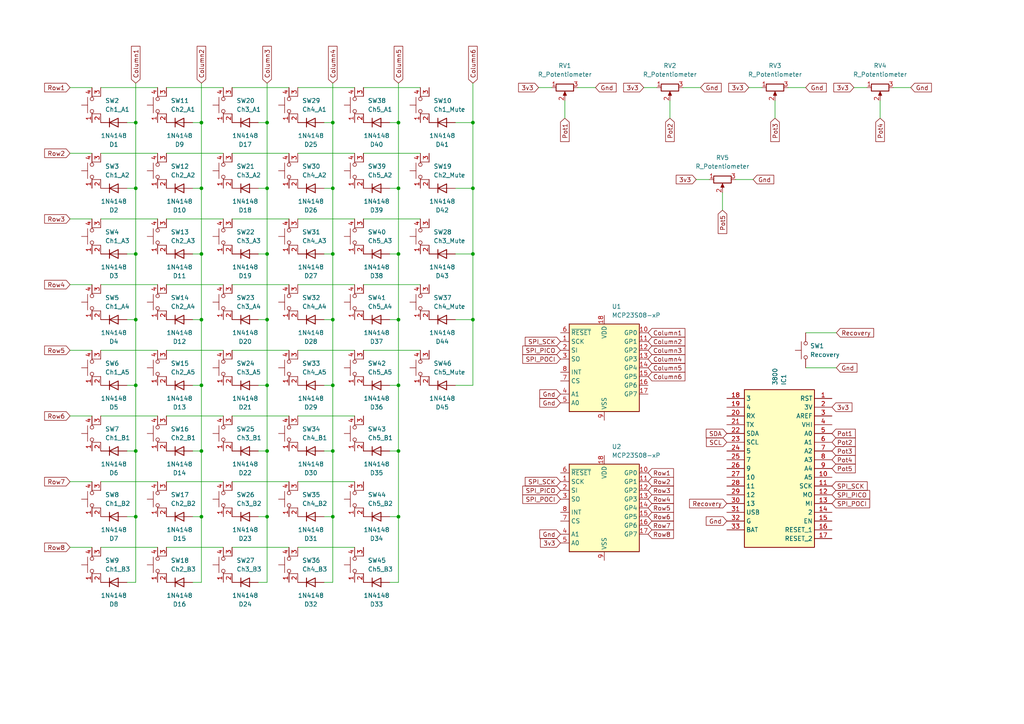
<source format=kicad_sch>
(kicad_sch
	(version 20231120)
	(generator "eeschema")
	(generator_version "8.0")
	(uuid "825e47bb-7d66-4b90-ba40-80bd9e0f877b")
	(paper "A4")
	
	(junction
		(at 77.47 149.86)
		(diameter 0)
		(color 0 0 0 0)
		(uuid "08fff811-f882-4fdf-a7ea-08426708c6f6")
	)
	(junction
		(at 39.37 111.76)
		(diameter 0)
		(color 0 0 0 0)
		(uuid "0a328878-78bd-4989-8c91-e1af04ff9d8b")
	)
	(junction
		(at 137.16 73.66)
		(diameter 0)
		(color 0 0 0 0)
		(uuid "0bfc87d7-d0dd-47ff-b2ff-ab2de66dd456")
	)
	(junction
		(at 96.52 149.86)
		(diameter 0)
		(color 0 0 0 0)
		(uuid "0ec5323f-9b4d-423a-a9e7-d246c7d26efa")
	)
	(junction
		(at 137.16 92.71)
		(diameter 0)
		(color 0 0 0 0)
		(uuid "0f635d51-5b3a-489c-8425-4224db4bbbc1")
	)
	(junction
		(at 96.52 35.56)
		(diameter 0)
		(color 0 0 0 0)
		(uuid "1119967d-ba46-4dbd-a5d0-be53e044b7f0")
	)
	(junction
		(at 39.37 54.61)
		(diameter 0)
		(color 0 0 0 0)
		(uuid "177b686e-2889-4ba4-ad7c-8dcc69d252ae")
	)
	(junction
		(at 39.37 92.71)
		(diameter 0)
		(color 0 0 0 0)
		(uuid "19162fb1-0cb3-47b0-b77d-4fcf9d52a94c")
	)
	(junction
		(at 115.57 35.56)
		(diameter 0)
		(color 0 0 0 0)
		(uuid "1c456899-4a45-479d-b178-2af5b6a5094a")
	)
	(junction
		(at 96.52 130.81)
		(diameter 0)
		(color 0 0 0 0)
		(uuid "29e23559-0f32-4d6e-8a09-634b5d1f252a")
	)
	(junction
		(at 96.52 54.61)
		(diameter 0)
		(color 0 0 0 0)
		(uuid "3020ee04-cd3b-4a29-b2e5-26f65b07004c")
	)
	(junction
		(at 77.47 54.61)
		(diameter 0)
		(color 0 0 0 0)
		(uuid "3b019bae-7751-4e2c-bd42-51d0da80adce")
	)
	(junction
		(at 58.42 73.66)
		(diameter 0)
		(color 0 0 0 0)
		(uuid "4621c838-4336-4886-9b0f-ca1d9642f687")
	)
	(junction
		(at 39.37 35.56)
		(diameter 0)
		(color 0 0 0 0)
		(uuid "551020ea-e94a-491b-bdfc-2eed72be2de0")
	)
	(junction
		(at 137.16 54.61)
		(diameter 0)
		(color 0 0 0 0)
		(uuid "56d460ec-d12a-409b-84c1-b44492b198c1")
	)
	(junction
		(at 58.42 111.76)
		(diameter 0)
		(color 0 0 0 0)
		(uuid "58fe4649-a79d-4535-bc47-eb006f3b8377")
	)
	(junction
		(at 58.42 92.71)
		(diameter 0)
		(color 0 0 0 0)
		(uuid "593f1212-3b1e-419c-967c-83dea02d61ba")
	)
	(junction
		(at 115.57 130.81)
		(diameter 0)
		(color 0 0 0 0)
		(uuid "627f304f-7711-4f6a-ba25-358aa6d26ea6")
	)
	(junction
		(at 115.57 73.66)
		(diameter 0)
		(color 0 0 0 0)
		(uuid "748ed216-080b-4ffb-892b-0e1339877b5a")
	)
	(junction
		(at 115.57 54.61)
		(diameter 0)
		(color 0 0 0 0)
		(uuid "7839bc32-230c-4e31-b78c-2191822d49f6")
	)
	(junction
		(at 58.42 54.61)
		(diameter 0)
		(color 0 0 0 0)
		(uuid "790b48d5-73cd-4d53-aa1a-dafba8ca1673")
	)
	(junction
		(at 115.57 149.86)
		(diameter 0)
		(color 0 0 0 0)
		(uuid "7e020996-4220-45c4-aaf9-96d83a8988be")
	)
	(junction
		(at 96.52 92.71)
		(diameter 0)
		(color 0 0 0 0)
		(uuid "88b9500c-f25f-4a85-a261-e36aae232940")
	)
	(junction
		(at 77.47 73.66)
		(diameter 0)
		(color 0 0 0 0)
		(uuid "8a752bcf-d24b-4efc-9a67-332ffe6db9e6")
	)
	(junction
		(at 77.47 130.81)
		(diameter 0)
		(color 0 0 0 0)
		(uuid "9cfdcfb3-f3f2-4db9-b57d-1c965e519d16")
	)
	(junction
		(at 77.47 92.71)
		(diameter 0)
		(color 0 0 0 0)
		(uuid "b09dea25-d4f3-45ea-a1a0-6beb785b7f66")
	)
	(junction
		(at 58.42 35.56)
		(diameter 0)
		(color 0 0 0 0)
		(uuid "b7f4ad37-f208-4a13-8b16-2837975100a2")
	)
	(junction
		(at 77.47 111.76)
		(diameter 0)
		(color 0 0 0 0)
		(uuid "c80edadb-42ac-4c96-940c-3d7fe8a6bb70")
	)
	(junction
		(at 96.52 111.76)
		(diameter 0)
		(color 0 0 0 0)
		(uuid "cd90f351-a830-4944-9114-ea5c85285272")
	)
	(junction
		(at 96.52 73.66)
		(diameter 0)
		(color 0 0 0 0)
		(uuid "cf05320a-d12a-4a42-8418-06e38784f465")
	)
	(junction
		(at 115.57 111.76)
		(diameter 0)
		(color 0 0 0 0)
		(uuid "d0662be5-f9bf-4032-a214-7578fc9f1094")
	)
	(junction
		(at 77.47 35.56)
		(diameter 0)
		(color 0 0 0 0)
		(uuid "d44953d5-887f-4670-81e9-0578a9bd3d68")
	)
	(junction
		(at 39.37 130.81)
		(diameter 0)
		(color 0 0 0 0)
		(uuid "d4f511aa-d10d-4fe8-aef4-102b1da664ad")
	)
	(junction
		(at 39.37 73.66)
		(diameter 0)
		(color 0 0 0 0)
		(uuid "d9f43c1a-963e-4aca-8857-f95454af115a")
	)
	(junction
		(at 137.16 35.56)
		(diameter 0)
		(color 0 0 0 0)
		(uuid "dbfc3f43-030d-4018-8a5b-6002529b630e")
	)
	(junction
		(at 115.57 92.71)
		(diameter 0)
		(color 0 0 0 0)
		(uuid "e1896b02-ed82-4ecc-8cb7-5f741c0c4885")
	)
	(junction
		(at 39.37 149.86)
		(diameter 0)
		(color 0 0 0 0)
		(uuid "e20f5ef8-d802-4e7f-bb46-f4fe2cbae0c7")
	)
	(junction
		(at 58.42 149.86)
		(diameter 0)
		(color 0 0 0 0)
		(uuid "eb4fdc6a-4efb-4913-b9f8-22f751684a93")
	)
	(junction
		(at 58.42 130.81)
		(diameter 0)
		(color 0 0 0 0)
		(uuid "ec07f188-c499-49ac-a32e-ff9de258efa2")
	)
	(wire
		(pts
			(xy 156.21 25.4) (xy 160.02 25.4)
		)
		(stroke
			(width 0)
			(type default)
		)
		(uuid "00e4214b-7380-4f75-87bd-2ff052f5f284")
	)
	(wire
		(pts
			(xy 74.93 73.66) (xy 77.47 73.66)
		)
		(stroke
			(width 0)
			(type default)
		)
		(uuid "02e14a50-f799-4f83-971a-09ddd0260d95")
	)
	(wire
		(pts
			(xy 86.36 44.45) (xy 102.87 44.45)
		)
		(stroke
			(width 0)
			(type default)
		)
		(uuid "06fa87de-e6d8-4307-ba87-878c8e1c9a5a")
	)
	(wire
		(pts
			(xy 96.52 92.71) (xy 96.52 111.76)
		)
		(stroke
			(width 0)
			(type default)
		)
		(uuid "08d8ef55-ae23-4281-8d42-414de0616410")
	)
	(wire
		(pts
			(xy 96.52 24.13) (xy 96.52 35.56)
		)
		(stroke
			(width 0)
			(type default)
		)
		(uuid "0b69b179-4b6a-4d76-91ea-ff96b77aac6b")
	)
	(wire
		(pts
			(xy 55.88 54.61) (xy 58.42 54.61)
		)
		(stroke
			(width 0)
			(type default)
		)
		(uuid "0b944945-9c60-499d-88f6-3275b3014150")
	)
	(wire
		(pts
			(xy 242.57 96.52) (xy 233.68 96.52)
		)
		(stroke
			(width 0)
			(type default)
		)
		(uuid "0b98aa86-f7fc-44f7-8d3d-1081795e11b5")
	)
	(wire
		(pts
			(xy 86.36 63.5) (xy 102.87 63.5)
		)
		(stroke
			(width 0)
			(type default)
		)
		(uuid "0d4ca016-edcd-4392-b5ef-78b0b526faba")
	)
	(wire
		(pts
			(xy 48.26 82.55) (xy 64.77 82.55)
		)
		(stroke
			(width 0)
			(type default)
		)
		(uuid "0f2ae02c-dc25-4c60-86a7-44a66dbf5b67")
	)
	(wire
		(pts
			(xy 255.27 29.21) (xy 255.27 34.29)
		)
		(stroke
			(width 0)
			(type default)
		)
		(uuid "113b6112-f50a-4cc4-bf64-37fbe7a514d1")
	)
	(wire
		(pts
			(xy 55.88 92.71) (xy 58.42 92.71)
		)
		(stroke
			(width 0)
			(type default)
		)
		(uuid "1414fc6e-ee23-45b4-b374-55eb5bd5ac5c")
	)
	(wire
		(pts
			(xy 77.47 149.86) (xy 77.47 168.91)
		)
		(stroke
			(width 0)
			(type default)
		)
		(uuid "167fe436-8d55-4719-a88f-6a6a156da5e5")
	)
	(wire
		(pts
			(xy 93.98 35.56) (xy 96.52 35.56)
		)
		(stroke
			(width 0)
			(type default)
		)
		(uuid "17bee5da-db1c-48da-b888-9eb3710d0034")
	)
	(wire
		(pts
			(xy 29.21 25.4) (xy 45.72 25.4)
		)
		(stroke
			(width 0)
			(type default)
		)
		(uuid "1a9b50a4-2922-4f2c-8ed6-37e40d4f1a49")
	)
	(wire
		(pts
			(xy 113.03 54.61) (xy 115.57 54.61)
		)
		(stroke
			(width 0)
			(type default)
		)
		(uuid "1ca3b7bd-65e3-40c4-a6d1-ef481218e197")
	)
	(wire
		(pts
			(xy 20.32 120.65) (xy 26.67 120.65)
		)
		(stroke
			(width 0)
			(type default)
		)
		(uuid "1cbf1e7b-2d10-4d0f-a32b-bb06a7991894")
	)
	(wire
		(pts
			(xy 132.08 54.61) (xy 137.16 54.61)
		)
		(stroke
			(width 0)
			(type default)
		)
		(uuid "1dd45184-3dca-417e-a29e-6aafd3a2d72f")
	)
	(wire
		(pts
			(xy 36.83 35.56) (xy 39.37 35.56)
		)
		(stroke
			(width 0)
			(type default)
		)
		(uuid "20e13671-81d8-4849-8f7d-607cb66a5fdb")
	)
	(wire
		(pts
			(xy 55.88 111.76) (xy 58.42 111.76)
		)
		(stroke
			(width 0)
			(type default)
		)
		(uuid "2323d5e8-130c-4b2c-9d44-748d1baf9fcd")
	)
	(wire
		(pts
			(xy 20.32 25.4) (xy 26.67 25.4)
		)
		(stroke
			(width 0)
			(type default)
		)
		(uuid "24d1d7d1-690b-4dd4-b547-e6ab30e1b4c7")
	)
	(wire
		(pts
			(xy 167.64 25.4) (xy 172.72 25.4)
		)
		(stroke
			(width 0)
			(type default)
		)
		(uuid "272104f8-1309-466e-bc44-3e84d1e421d2")
	)
	(wire
		(pts
			(xy 55.88 168.91) (xy 58.42 168.91)
		)
		(stroke
			(width 0)
			(type default)
		)
		(uuid "274d0330-6edc-4185-b3af-f4c4a74b76bd")
	)
	(wire
		(pts
			(xy 58.42 35.56) (xy 58.42 54.61)
		)
		(stroke
			(width 0)
			(type default)
		)
		(uuid "2ba2e27c-967c-47b4-932c-012c42bc62d3")
	)
	(wire
		(pts
			(xy 58.42 149.86) (xy 58.42 168.91)
		)
		(stroke
			(width 0)
			(type default)
		)
		(uuid "2bfcbde6-c662-4d95-933b-5a6dbe948e35")
	)
	(wire
		(pts
			(xy 77.47 111.76) (xy 77.47 130.81)
		)
		(stroke
			(width 0)
			(type default)
		)
		(uuid "30227e80-eeb0-4c5f-9000-ab0a7cf7c286")
	)
	(wire
		(pts
			(xy 20.32 82.55) (xy 26.67 82.55)
		)
		(stroke
			(width 0)
			(type default)
		)
		(uuid "3119a517-444f-4d0f-8cba-c6079e20f3f1")
	)
	(wire
		(pts
			(xy 115.57 149.86) (xy 115.57 168.91)
		)
		(stroke
			(width 0)
			(type default)
		)
		(uuid "3190b178-038c-4663-8b44-ad00596d6305")
	)
	(wire
		(pts
			(xy 55.88 73.66) (xy 58.42 73.66)
		)
		(stroke
			(width 0)
			(type default)
		)
		(uuid "31b4543f-6387-423d-90c2-4fa6711a2c3d")
	)
	(wire
		(pts
			(xy 39.37 111.76) (xy 39.37 130.81)
		)
		(stroke
			(width 0)
			(type default)
		)
		(uuid "339417f1-ff95-4f12-8280-00ea6aa1e406")
	)
	(wire
		(pts
			(xy 115.57 92.71) (xy 115.57 111.76)
		)
		(stroke
			(width 0)
			(type default)
		)
		(uuid "347a9f8a-c323-4b85-aef2-1827e2b622f1")
	)
	(wire
		(pts
			(xy 113.03 130.81) (xy 115.57 130.81)
		)
		(stroke
			(width 0)
			(type default)
		)
		(uuid "361d5e5c-be7f-496e-b7db-c6f256c359d3")
	)
	(wire
		(pts
			(xy 29.21 44.45) (xy 45.72 44.45)
		)
		(stroke
			(width 0)
			(type default)
		)
		(uuid "36f026c2-568a-408d-9b69-cc6ee1f76e5a")
	)
	(wire
		(pts
			(xy 39.37 24.13) (xy 39.37 35.56)
		)
		(stroke
			(width 0)
			(type default)
		)
		(uuid "37025532-9c29-4c71-8489-68094655a0ff")
	)
	(wire
		(pts
			(xy 96.52 35.56) (xy 96.52 54.61)
		)
		(stroke
			(width 0)
			(type default)
		)
		(uuid "38708548-abaa-44e0-99bc-98219ed6b74c")
	)
	(wire
		(pts
			(xy 96.52 111.76) (xy 96.52 130.81)
		)
		(stroke
			(width 0)
			(type default)
		)
		(uuid "3a10e5ee-4544-4234-bffd-607d8529760e")
	)
	(wire
		(pts
			(xy 36.83 73.66) (xy 39.37 73.66)
		)
		(stroke
			(width 0)
			(type default)
		)
		(uuid "40708822-9624-413d-aaf2-65fa627b3c8a")
	)
	(wire
		(pts
			(xy 132.08 73.66) (xy 137.16 73.66)
		)
		(stroke
			(width 0)
			(type default)
		)
		(uuid "431862cc-835d-4671-8f80-879f7a1ffd01")
	)
	(wire
		(pts
			(xy 93.98 130.81) (xy 96.52 130.81)
		)
		(stroke
			(width 0)
			(type default)
		)
		(uuid "43be0f61-bf13-47dd-96bd-16724c047642")
	)
	(wire
		(pts
			(xy 39.37 92.71) (xy 39.37 111.76)
		)
		(stroke
			(width 0)
			(type default)
		)
		(uuid "45f63bb9-002d-41e0-911d-28cf1f488bac")
	)
	(wire
		(pts
			(xy 67.31 82.55) (xy 83.82 82.55)
		)
		(stroke
			(width 0)
			(type default)
		)
		(uuid "4773d2a7-52e9-4981-a2b2-89c0d4c7f39a")
	)
	(wire
		(pts
			(xy 259.08 25.4) (xy 264.16 25.4)
		)
		(stroke
			(width 0)
			(type default)
		)
		(uuid "48877da1-d1ce-4252-92f9-aabc85f9feae")
	)
	(wire
		(pts
			(xy 48.26 158.75) (xy 64.77 158.75)
		)
		(stroke
			(width 0)
			(type default)
		)
		(uuid "4afd012b-9992-4d85-9e23-48c4736243f3")
	)
	(wire
		(pts
			(xy 74.93 111.76) (xy 77.47 111.76)
		)
		(stroke
			(width 0)
			(type default)
		)
		(uuid "4b0683a9-f8d0-4eac-a29b-7f2c93548c0b")
	)
	(wire
		(pts
			(xy 36.83 54.61) (xy 39.37 54.61)
		)
		(stroke
			(width 0)
			(type default)
		)
		(uuid "4b595a7a-fb16-4198-82db-9cf109332f73")
	)
	(wire
		(pts
			(xy 67.31 101.6) (xy 83.82 101.6)
		)
		(stroke
			(width 0)
			(type default)
		)
		(uuid "51cf8d88-6067-4f6a-a958-71b2bd4c2474")
	)
	(wire
		(pts
			(xy 137.16 54.61) (xy 137.16 73.66)
		)
		(stroke
			(width 0)
			(type default)
		)
		(uuid "563a0da9-8799-4edf-a0e8-884c079f9f54")
	)
	(wire
		(pts
			(xy 213.36 52.07) (xy 218.44 52.07)
		)
		(stroke
			(width 0)
			(type default)
		)
		(uuid "5718e445-c3c5-405a-a0f6-c2331a049f75")
	)
	(wire
		(pts
			(xy 96.52 130.81) (xy 96.52 149.86)
		)
		(stroke
			(width 0)
			(type default)
		)
		(uuid "5a6356e3-1d63-4a89-a399-063d851fbbe4")
	)
	(wire
		(pts
			(xy 29.21 158.75) (xy 45.72 158.75)
		)
		(stroke
			(width 0)
			(type default)
		)
		(uuid "5b50359f-8a41-427b-a36a-e194e41f4a79")
	)
	(wire
		(pts
			(xy 36.83 111.76) (xy 39.37 111.76)
		)
		(stroke
			(width 0)
			(type default)
		)
		(uuid "5d7a1dd4-69dc-47cd-a292-be3ebdb905b7")
	)
	(wire
		(pts
			(xy 105.41 63.5) (xy 121.92 63.5)
		)
		(stroke
			(width 0)
			(type default)
		)
		(uuid "5e9f2ac6-e0bb-413e-8bca-e500c9a11314")
	)
	(wire
		(pts
			(xy 113.03 73.66) (xy 115.57 73.66)
		)
		(stroke
			(width 0)
			(type default)
		)
		(uuid "60823482-6d12-4109-8f47-884b5b87aa90")
	)
	(wire
		(pts
			(xy 105.41 25.4) (xy 121.92 25.4)
		)
		(stroke
			(width 0)
			(type default)
		)
		(uuid "624f26ff-a09b-46f7-93a7-a2582eca4907")
	)
	(wire
		(pts
			(xy 137.16 35.56) (xy 137.16 54.61)
		)
		(stroke
			(width 0)
			(type default)
		)
		(uuid "63f1b047-0fd8-42bf-aaee-b0c8b999f016")
	)
	(wire
		(pts
			(xy 48.26 44.45) (xy 64.77 44.45)
		)
		(stroke
			(width 0)
			(type default)
		)
		(uuid "64f009de-5b79-4488-adf2-014ad9d88479")
	)
	(wire
		(pts
			(xy 29.21 120.65) (xy 45.72 120.65)
		)
		(stroke
			(width 0)
			(type default)
		)
		(uuid "6517a009-4666-4c70-b71b-bce4ce71a27d")
	)
	(wire
		(pts
			(xy 93.98 111.76) (xy 96.52 111.76)
		)
		(stroke
			(width 0)
			(type default)
		)
		(uuid "65214ec5-9680-49ed-9144-1064d45d31fb")
	)
	(wire
		(pts
			(xy 194.31 29.21) (xy 194.31 34.29)
		)
		(stroke
			(width 0)
			(type default)
		)
		(uuid "655587e7-0fff-4f65-b039-f9126261dbe7")
	)
	(wire
		(pts
			(xy 228.6 25.4) (xy 233.68 25.4)
		)
		(stroke
			(width 0)
			(type default)
		)
		(uuid "67b885fa-9750-4e40-aad6-27cc59a97e87")
	)
	(wire
		(pts
			(xy 186.69 25.4) (xy 190.5 25.4)
		)
		(stroke
			(width 0)
			(type default)
		)
		(uuid "67cee351-e904-4f69-ad31-5d0687c6c1c1")
	)
	(wire
		(pts
			(xy 67.31 139.7) (xy 83.82 139.7)
		)
		(stroke
			(width 0)
			(type default)
		)
		(uuid "68bd073f-06f8-43fe-9ded-d83b612a85a3")
	)
	(wire
		(pts
			(xy 58.42 92.71) (xy 58.42 111.76)
		)
		(stroke
			(width 0)
			(type default)
		)
		(uuid "6dccb747-ee0b-40b6-a1c3-c5cfffa37dcd")
	)
	(wire
		(pts
			(xy 86.36 25.4) (xy 102.87 25.4)
		)
		(stroke
			(width 0)
			(type default)
		)
		(uuid "6f9daeaf-6046-465d-b7a7-052d8fb89a03")
	)
	(wire
		(pts
			(xy 132.08 92.71) (xy 137.16 92.71)
		)
		(stroke
			(width 0)
			(type default)
		)
		(uuid "6fe78df9-6cf6-4ac5-b3b0-c547d0eb4ebb")
	)
	(wire
		(pts
			(xy 105.41 44.45) (xy 121.92 44.45)
		)
		(stroke
			(width 0)
			(type default)
		)
		(uuid "71e49d12-1d74-427c-8768-bf39ed6136ad")
	)
	(wire
		(pts
			(xy 163.83 29.21) (xy 163.83 34.29)
		)
		(stroke
			(width 0)
			(type default)
		)
		(uuid "72c14dc3-7912-45a0-bba7-6b5601b00d6c")
	)
	(wire
		(pts
			(xy 115.57 24.13) (xy 115.57 35.56)
		)
		(stroke
			(width 0)
			(type default)
		)
		(uuid "75a72b87-71a4-4671-be45-af0ffc1e38b4")
	)
	(wire
		(pts
			(xy 115.57 54.61) (xy 115.57 73.66)
		)
		(stroke
			(width 0)
			(type default)
		)
		(uuid "77d3905f-46a2-4376-bb45-86ba005f1d15")
	)
	(wire
		(pts
			(xy 209.55 55.88) (xy 209.55 60.96)
		)
		(stroke
			(width 0)
			(type default)
		)
		(uuid "795e7959-4a75-4208-a720-ce4adab94071")
	)
	(wire
		(pts
			(xy 67.31 63.5) (xy 83.82 63.5)
		)
		(stroke
			(width 0)
			(type default)
		)
		(uuid "7a93f362-17bc-43cc-9bb3-a28ef5b3a45c")
	)
	(wire
		(pts
			(xy 39.37 149.86) (xy 39.37 168.91)
		)
		(stroke
			(width 0)
			(type default)
		)
		(uuid "7cee4ebe-d513-407e-bc07-d5fe315ae6c0")
	)
	(wire
		(pts
			(xy 93.98 168.91) (xy 96.52 168.91)
		)
		(stroke
			(width 0)
			(type default)
		)
		(uuid "7e5182df-612a-442e-9dc5-969c9ee7a6bc")
	)
	(wire
		(pts
			(xy 74.93 149.86) (xy 77.47 149.86)
		)
		(stroke
			(width 0)
			(type default)
		)
		(uuid "83d80874-dc26-4715-8c33-05ed79348d60")
	)
	(wire
		(pts
			(xy 58.42 54.61) (xy 58.42 73.66)
		)
		(stroke
			(width 0)
			(type default)
		)
		(uuid "85633957-1158-412a-b385-322d44c6fe94")
	)
	(wire
		(pts
			(xy 113.03 111.76) (xy 115.57 111.76)
		)
		(stroke
			(width 0)
			(type default)
		)
		(uuid "85734749-db12-4f95-a654-74fe91906f98")
	)
	(wire
		(pts
			(xy 113.03 92.71) (xy 115.57 92.71)
		)
		(stroke
			(width 0)
			(type default)
		)
		(uuid "86ec2f6f-7008-4079-9bd4-d956e278bb6f")
	)
	(wire
		(pts
			(xy 96.52 73.66) (xy 96.52 92.71)
		)
		(stroke
			(width 0)
			(type default)
		)
		(uuid "88d54354-3a57-47fb-8c9b-fd770958a2ab")
	)
	(wire
		(pts
			(xy 137.16 73.66) (xy 137.16 92.71)
		)
		(stroke
			(width 0)
			(type default)
		)
		(uuid "890bf319-e270-4ea8-8d25-20b6bec8377d")
	)
	(wire
		(pts
			(xy 29.21 101.6) (xy 45.72 101.6)
		)
		(stroke
			(width 0)
			(type default)
		)
		(uuid "8a18fab4-fbc4-4084-9dea-201fa564d7e1")
	)
	(wire
		(pts
			(xy 86.36 82.55) (xy 102.87 82.55)
		)
		(stroke
			(width 0)
			(type default)
		)
		(uuid "8a43c76e-8fc5-4053-a139-4d31da10a678")
	)
	(wire
		(pts
			(xy 77.47 54.61) (xy 77.47 73.66)
		)
		(stroke
			(width 0)
			(type default)
		)
		(uuid "8cb03c5b-1f0b-465b-99f7-72075dc2c239")
	)
	(wire
		(pts
			(xy 48.26 139.7) (xy 64.77 139.7)
		)
		(stroke
			(width 0)
			(type default)
		)
		(uuid "8ec76928-6f5c-4137-9306-b553b4fd10c8")
	)
	(wire
		(pts
			(xy 77.47 130.81) (xy 77.47 149.86)
		)
		(stroke
			(width 0)
			(type default)
		)
		(uuid "8ef6df68-88c8-45ae-b66f-82555000fafa")
	)
	(wire
		(pts
			(xy 74.93 54.61) (xy 77.47 54.61)
		)
		(stroke
			(width 0)
			(type default)
		)
		(uuid "8ff973ca-fc44-4f87-88d0-c64fc418cb21")
	)
	(wire
		(pts
			(xy 77.47 24.13) (xy 77.47 35.56)
		)
		(stroke
			(width 0)
			(type default)
		)
		(uuid "90fc61a5-a6fc-41e4-b843-bb626200c002")
	)
	(wire
		(pts
			(xy 198.12 25.4) (xy 203.2 25.4)
		)
		(stroke
			(width 0)
			(type default)
		)
		(uuid "9156c182-aa02-4326-ba31-859ed692a216")
	)
	(wire
		(pts
			(xy 39.37 73.66) (xy 39.37 92.71)
		)
		(stroke
			(width 0)
			(type default)
		)
		(uuid "9471e202-fcfe-45ea-8882-5cc8831f1dee")
	)
	(wire
		(pts
			(xy 105.41 82.55) (xy 121.92 82.55)
		)
		(stroke
			(width 0)
			(type default)
		)
		(uuid "9a2adbdd-78bc-429d-b088-e0c586bb22da")
	)
	(wire
		(pts
			(xy 29.21 82.55) (xy 45.72 82.55)
		)
		(stroke
			(width 0)
			(type default)
		)
		(uuid "9b27af62-1284-4a1a-a26c-142fe70734c4")
	)
	(wire
		(pts
			(xy 39.37 130.81) (xy 39.37 149.86)
		)
		(stroke
			(width 0)
			(type default)
		)
		(uuid "9c127890-da3a-4505-846c-2fbc6b848415")
	)
	(wire
		(pts
			(xy 113.03 149.86) (xy 115.57 149.86)
		)
		(stroke
			(width 0)
			(type default)
		)
		(uuid "9f4cfbf6-494d-4b0e-9111-d661454d2df0")
	)
	(wire
		(pts
			(xy 36.83 130.81) (xy 39.37 130.81)
		)
		(stroke
			(width 0)
			(type default)
		)
		(uuid "a072d4bd-5f12-4739-939c-ccc328bc9b23")
	)
	(wire
		(pts
			(xy 55.88 35.56) (xy 58.42 35.56)
		)
		(stroke
			(width 0)
			(type default)
		)
		(uuid "a0c9964d-c4fc-4737-8a3c-c47feb8f2e7f")
	)
	(wire
		(pts
			(xy 67.31 25.4) (xy 83.82 25.4)
		)
		(stroke
			(width 0)
			(type default)
		)
		(uuid "a0d4aa48-7c8d-4ae8-b6bd-46e1449c3f30")
	)
	(wire
		(pts
			(xy 93.98 73.66) (xy 96.52 73.66)
		)
		(stroke
			(width 0)
			(type default)
		)
		(uuid "a2f7c76e-19c0-40b4-9db1-6d84f20be589")
	)
	(wire
		(pts
			(xy 247.65 25.4) (xy 251.46 25.4)
		)
		(stroke
			(width 0)
			(type default)
		)
		(uuid "aa549125-be60-4813-b48a-2f91632736f8")
	)
	(wire
		(pts
			(xy 67.31 44.45) (xy 83.82 44.45)
		)
		(stroke
			(width 0)
			(type default)
		)
		(uuid "aae07087-bdc8-4316-9047-83410454c2bc")
	)
	(wire
		(pts
			(xy 58.42 111.76) (xy 58.42 130.81)
		)
		(stroke
			(width 0)
			(type default)
		)
		(uuid "abc7fc30-bcd5-4d7f-a934-4a62dcce3b5f")
	)
	(wire
		(pts
			(xy 20.32 63.5) (xy 26.67 63.5)
		)
		(stroke
			(width 0)
			(type default)
		)
		(uuid "abdc1e02-140e-438e-93aa-69855abb8dd8")
	)
	(wire
		(pts
			(xy 20.32 44.45) (xy 26.67 44.45)
		)
		(stroke
			(width 0)
			(type default)
		)
		(uuid "ae2c9042-7070-4a2d-a8b9-71e7ab21b0fc")
	)
	(wire
		(pts
			(xy 48.26 101.6) (xy 64.77 101.6)
		)
		(stroke
			(width 0)
			(type default)
		)
		(uuid "b1ea5fb4-2817-4e9b-b5bf-0c48d73ebd81")
	)
	(wire
		(pts
			(xy 115.57 111.76) (xy 115.57 130.81)
		)
		(stroke
			(width 0)
			(type default)
		)
		(uuid "b3039b0f-da7c-4816-97e1-74928828d82b")
	)
	(wire
		(pts
			(xy 20.32 139.7) (xy 26.67 139.7)
		)
		(stroke
			(width 0)
			(type default)
		)
		(uuid "b46867c8-e9ca-4e1d-8677-42fbb509e9d0")
	)
	(wire
		(pts
			(xy 113.03 35.56) (xy 115.57 35.56)
		)
		(stroke
			(width 0)
			(type default)
		)
		(uuid "ba36f438-ab45-46cf-8126-76bc833b9994")
	)
	(wire
		(pts
			(xy 115.57 35.56) (xy 115.57 54.61)
		)
		(stroke
			(width 0)
			(type default)
		)
		(uuid "ba763f59-b96c-4a4c-9513-04989998635e")
	)
	(wire
		(pts
			(xy 132.08 35.56) (xy 137.16 35.56)
		)
		(stroke
			(width 0)
			(type default)
		)
		(uuid "baf581ce-a9db-4410-9147-72efbd048118")
	)
	(wire
		(pts
			(xy 86.36 139.7) (xy 102.87 139.7)
		)
		(stroke
			(width 0)
			(type default)
		)
		(uuid "bb5f6ba3-4758-4c54-9ba6-a6446c7c56b0")
	)
	(wire
		(pts
			(xy 29.21 139.7) (xy 45.72 139.7)
		)
		(stroke
			(width 0)
			(type default)
		)
		(uuid "c035ea00-2d09-4141-b38a-31cf1eaca744")
	)
	(wire
		(pts
			(xy 86.36 158.75) (xy 102.87 158.75)
		)
		(stroke
			(width 0)
			(type default)
		)
		(uuid "c0790266-0290-4eb4-8f5c-1f02a23edd0e")
	)
	(wire
		(pts
			(xy 77.47 35.56) (xy 77.47 54.61)
		)
		(stroke
			(width 0)
			(type default)
		)
		(uuid "c187833e-d863-425f-8dc8-b44218139527")
	)
	(wire
		(pts
			(xy 74.93 35.56) (xy 77.47 35.56)
		)
		(stroke
			(width 0)
			(type default)
		)
		(uuid "c1f0f4a6-dc96-4a84-bcf1-b0f371e1e405")
	)
	(wire
		(pts
			(xy 20.32 101.6) (xy 26.67 101.6)
		)
		(stroke
			(width 0)
			(type default)
		)
		(uuid "c413243b-ed7d-416d-b0e2-e29eeb86ced8")
	)
	(wire
		(pts
			(xy 58.42 24.13) (xy 58.42 35.56)
		)
		(stroke
			(width 0)
			(type default)
		)
		(uuid "c44314fa-e9fb-41ac-b1fb-84451efb5143")
	)
	(wire
		(pts
			(xy 55.88 130.81) (xy 58.42 130.81)
		)
		(stroke
			(width 0)
			(type default)
		)
		(uuid "c50cf784-88d0-4fbb-a5a0-18f2789240b5")
	)
	(wire
		(pts
			(xy 115.57 130.81) (xy 115.57 149.86)
		)
		(stroke
			(width 0)
			(type default)
		)
		(uuid "c593e272-b72e-4d42-8aa8-5b7b13e1a557")
	)
	(wire
		(pts
			(xy 132.08 111.76) (xy 137.16 111.76)
		)
		(stroke
			(width 0)
			(type default)
		)
		(uuid "c609ac28-c1a3-4bdf-a612-e3bec46a757a")
	)
	(wire
		(pts
			(xy 58.42 73.66) (xy 58.42 92.71)
		)
		(stroke
			(width 0)
			(type default)
		)
		(uuid "cac7b4a8-d92c-42a2-b1dd-3b9345c1b3df")
	)
	(wire
		(pts
			(xy 86.36 101.6) (xy 102.87 101.6)
		)
		(stroke
			(width 0)
			(type default)
		)
		(uuid "cae5d0e7-7bf8-4653-b679-6bd0475184f9")
	)
	(wire
		(pts
			(xy 217.17 25.4) (xy 220.98 25.4)
		)
		(stroke
			(width 0)
			(type default)
		)
		(uuid "cb5d2a4d-ad94-4e4b-a976-6f4280ac8bdf")
	)
	(wire
		(pts
			(xy 48.26 25.4) (xy 64.77 25.4)
		)
		(stroke
			(width 0)
			(type default)
		)
		(uuid "cdef3631-709f-41b2-b03a-dfdf0dce1610")
	)
	(wire
		(pts
			(xy 74.93 130.81) (xy 77.47 130.81)
		)
		(stroke
			(width 0)
			(type default)
		)
		(uuid "ce425fc0-1579-49ad-82e8-8cf610cfd5b0")
	)
	(wire
		(pts
			(xy 86.36 120.65) (xy 102.87 120.65)
		)
		(stroke
			(width 0)
			(type default)
		)
		(uuid "cf1909a3-3aad-436e-be3d-c83395ff931b")
	)
	(wire
		(pts
			(xy 39.37 35.56) (xy 39.37 54.61)
		)
		(stroke
			(width 0)
			(type default)
		)
		(uuid "d1ff797e-8456-4e20-a3f5-5664d8b5259b")
	)
	(wire
		(pts
			(xy 137.16 92.71) (xy 137.16 111.76)
		)
		(stroke
			(width 0)
			(type default)
		)
		(uuid "d606273e-b0e7-4fa9-8bb2-6b3b011bb646")
	)
	(wire
		(pts
			(xy 48.26 63.5) (xy 64.77 63.5)
		)
		(stroke
			(width 0)
			(type default)
		)
		(uuid "d70042a8-906d-4478-afad-87a1feaada41")
	)
	(wire
		(pts
			(xy 201.93 52.07) (xy 205.74 52.07)
		)
		(stroke
			(width 0)
			(type default)
		)
		(uuid "d71eeef8-b6ab-4414-99f7-b8ada638560f")
	)
	(wire
		(pts
			(xy 55.88 149.86) (xy 58.42 149.86)
		)
		(stroke
			(width 0)
			(type default)
		)
		(uuid "d86d0836-4e39-4127-9317-e96b97477502")
	)
	(wire
		(pts
			(xy 96.52 149.86) (xy 96.52 168.91)
		)
		(stroke
			(width 0)
			(type default)
		)
		(uuid "d9bda6df-c063-4d04-965c-86f43a2d32f3")
	)
	(wire
		(pts
			(xy 105.41 101.6) (xy 121.92 101.6)
		)
		(stroke
			(width 0)
			(type default)
		)
		(uuid "db26b8ec-71e7-40a2-b76a-cd604fd52469")
	)
	(wire
		(pts
			(xy 58.42 130.81) (xy 58.42 149.86)
		)
		(stroke
			(width 0)
			(type default)
		)
		(uuid "db5c1e24-1c7a-4b07-b8fd-c384e8e8c04b")
	)
	(wire
		(pts
			(xy 67.31 158.75) (xy 83.82 158.75)
		)
		(stroke
			(width 0)
			(type default)
		)
		(uuid "db8325cd-7c04-41e4-b7cf-49d5e7786b52")
	)
	(wire
		(pts
			(xy 48.26 120.65) (xy 64.77 120.65)
		)
		(stroke
			(width 0)
			(type default)
		)
		(uuid "dbcae578-4914-48b1-8a92-46221efe0360")
	)
	(wire
		(pts
			(xy 115.57 73.66) (xy 115.57 92.71)
		)
		(stroke
			(width 0)
			(type default)
		)
		(uuid "dceae802-94a2-4bab-ad07-564e5dfbe159")
	)
	(wire
		(pts
			(xy 233.68 106.68) (xy 242.57 106.68)
		)
		(stroke
			(width 0)
			(type default)
		)
		(uuid "de7ac2b8-b013-41ee-94f0-541d47e7ef9b")
	)
	(wire
		(pts
			(xy 93.98 54.61) (xy 96.52 54.61)
		)
		(stroke
			(width 0)
			(type default)
		)
		(uuid "dedf9747-1bbf-47f2-a8e4-a1298d677ffa")
	)
	(wire
		(pts
			(xy 36.83 149.86) (xy 39.37 149.86)
		)
		(stroke
			(width 0)
			(type default)
		)
		(uuid "e175e339-e8ff-4d3e-b816-c9cbf1a0b43a")
	)
	(wire
		(pts
			(xy 224.79 29.21) (xy 224.79 34.29)
		)
		(stroke
			(width 0)
			(type default)
		)
		(uuid "e5f0e087-0305-43b3-a957-929f19d54504")
	)
	(wire
		(pts
			(xy 93.98 149.86) (xy 96.52 149.86)
		)
		(stroke
			(width 0)
			(type default)
		)
		(uuid "e612305b-1374-4082-9291-a1f50cf05e95")
	)
	(wire
		(pts
			(xy 96.52 54.61) (xy 96.52 73.66)
		)
		(stroke
			(width 0)
			(type default)
		)
		(uuid "e6947829-ca12-4a0c-8fb9-94dc370fb8ec")
	)
	(wire
		(pts
			(xy 67.31 120.65) (xy 83.82 120.65)
		)
		(stroke
			(width 0)
			(type default)
		)
		(uuid "e7d4abbb-b30b-4c5c-8f61-dc8bff16a483")
	)
	(wire
		(pts
			(xy 113.03 168.91) (xy 115.57 168.91)
		)
		(stroke
			(width 0)
			(type default)
		)
		(uuid "ec633ddd-d2da-4420-8acf-64e25b39086e")
	)
	(wire
		(pts
			(xy 36.83 92.71) (xy 39.37 92.71)
		)
		(stroke
			(width 0)
			(type default)
		)
		(uuid "ec8385b1-e3d1-4880-a2d1-dc1c8179b9f6")
	)
	(wire
		(pts
			(xy 93.98 92.71) (xy 96.52 92.71)
		)
		(stroke
			(width 0)
			(type default)
		)
		(uuid "ed0f30a0-801f-4b61-a5ca-15af2c8ab884")
	)
	(wire
		(pts
			(xy 29.21 63.5) (xy 45.72 63.5)
		)
		(stroke
			(width 0)
			(type default)
		)
		(uuid "ef6c1537-232f-404a-9a9f-6afc75ea3ef6")
	)
	(wire
		(pts
			(xy 39.37 54.61) (xy 39.37 73.66)
		)
		(stroke
			(width 0)
			(type default)
		)
		(uuid "f15bb64d-c478-4c83-b057-d72a7afc2d1e")
	)
	(wire
		(pts
			(xy 77.47 92.71) (xy 77.47 111.76)
		)
		(stroke
			(width 0)
			(type default)
		)
		(uuid "f2784b2c-cfe7-4218-89ec-4ad0bc7c521b")
	)
	(wire
		(pts
			(xy 74.93 92.71) (xy 77.47 92.71)
		)
		(stroke
			(width 0)
			(type default)
		)
		(uuid "f561ccfc-f6d7-4415-aac1-9af8595cd58d")
	)
	(wire
		(pts
			(xy 74.93 168.91) (xy 77.47 168.91)
		)
		(stroke
			(width 0)
			(type default)
		)
		(uuid "f5c2c391-e9af-4b94-a91d-9ba202aec34d")
	)
	(wire
		(pts
			(xy 36.83 168.91) (xy 39.37 168.91)
		)
		(stroke
			(width 0)
			(type default)
		)
		(uuid "f7603c34-9c73-4d61-a8bd-e51c84b70ac8")
	)
	(wire
		(pts
			(xy 77.47 73.66) (xy 77.47 92.71)
		)
		(stroke
			(width 0)
			(type default)
		)
		(uuid "f7799188-f92c-42cc-b822-ba81fd23dc83")
	)
	(wire
		(pts
			(xy 137.16 24.13) (xy 137.16 35.56)
		)
		(stroke
			(width 0)
			(type default)
		)
		(uuid "f8ac0bea-7614-4daa-8bd3-5a5cf3d34847")
	)
	(wire
		(pts
			(xy 20.32 158.75) (xy 26.67 158.75)
		)
		(stroke
			(width 0)
			(type default)
		)
		(uuid "fd1d47c9-6ca3-4ab1-b237-eed96163967d")
	)
	(global_label "Gnd"
		(shape input)
		(at 264.16 25.4 0)
		(fields_autoplaced yes)
		(effects
			(font
				(size 1.27 1.27)
			)
			(justify left)
		)
		(uuid "03a2c14f-4fd5-4470-9375-19a74fbd99e5")
		(property "Intersheetrefs" "${INTERSHEET_REFS}"
			(at 270.7132 25.4 0)
			(effects
				(font
					(size 1.27 1.27)
				)
				(justify left)
				(hide yes)
			)
		)
	)
	(global_label "SPI_POCI"
		(shape input)
		(at 162.56 104.14 180)
		(fields_autoplaced yes)
		(effects
			(font
				(size 1.27 1.27)
			)
			(justify right)
		)
		(uuid "03b8a1ad-da3e-41e6-b5d4-52eb3bb93f3b")
		(property "Intersheetrefs" "${INTERSHEET_REFS}"
			(at 151.0476 104.14 0)
			(effects
				(font
					(size 1.27 1.27)
				)
				(justify right)
				(hide yes)
			)
		)
	)
	(global_label "Row5"
		(shape input)
		(at 187.96 147.32 0)
		(fields_autoplaced yes)
		(effects
			(font
				(size 1.27 1.27)
			)
			(justify left)
		)
		(uuid "090f4c32-2f48-49a0-abad-9a2c9c1df801")
		(property "Intersheetrefs" "${INTERSHEET_REFS}"
			(at 195.9042 147.32 0)
			(effects
				(font
					(size 1.27 1.27)
				)
				(justify left)
				(hide yes)
			)
		)
	)
	(global_label "Pot5"
		(shape input)
		(at 209.55 60.96 270)
		(fields_autoplaced yes)
		(effects
			(font
				(size 1.27 1.27)
			)
			(justify right)
		)
		(uuid "0abb6c53-aa27-4bc0-96a3-358d5f43fc91")
		(property "Intersheetrefs" "${INTERSHEET_REFS}"
			(at 209.55 68.2994 90)
			(effects
				(font
					(size 1.27 1.27)
				)
				(justify right)
				(hide yes)
			)
		)
	)
	(global_label "Column3"
		(shape input)
		(at 187.96 101.6 0)
		(fields_autoplaced yes)
		(effects
			(font
				(size 1.27 1.27)
			)
			(justify left)
		)
		(uuid "0cc63f93-df8d-427a-867c-cbc4a115bfb7")
		(property "Intersheetrefs" "${INTERSHEET_REFS}"
			(at 199.2302 101.6 0)
			(effects
				(font
					(size 1.27 1.27)
				)
				(justify left)
				(hide yes)
			)
		)
	)
	(global_label "Pot3"
		(shape input)
		(at 241.3 130.81 0)
		(fields_autoplaced yes)
		(effects
			(font
				(size 1.27 1.27)
			)
			(justify left)
		)
		(uuid "1180cb00-1546-46d8-8a5c-8f2e4b5d4eca")
		(property "Intersheetrefs" "${INTERSHEET_REFS}"
			(at 248.6394 130.81 0)
			(effects
				(font
					(size 1.27 1.27)
				)
				(justify left)
				(hide yes)
			)
		)
	)
	(global_label "SPI_SCK"
		(shape input)
		(at 162.56 99.06 180)
		(fields_autoplaced yes)
		(effects
			(font
				(size 1.27 1.27)
			)
			(justify right)
		)
		(uuid "13d1a97e-eeb0-49bc-9d28-eef34465e02e")
		(property "Intersheetrefs" "${INTERSHEET_REFS}"
			(at 151.7734 99.06 0)
			(effects
				(font
					(size 1.27 1.27)
				)
				(justify right)
				(hide yes)
			)
		)
	)
	(global_label "Row7"
		(shape input)
		(at 20.32 139.7 180)
		(fields_autoplaced yes)
		(effects
			(font
				(size 1.27 1.27)
			)
			(justify right)
		)
		(uuid "1475d39d-7578-4982-b500-60253032450b")
		(property "Intersheetrefs" "${INTERSHEET_REFS}"
			(at 12.3758 139.7 0)
			(effects
				(font
					(size 1.27 1.27)
				)
				(justify right)
				(hide yes)
			)
		)
	)
	(global_label "Column1"
		(shape input)
		(at 39.37 24.13 90)
		(fields_autoplaced yes)
		(effects
			(font
				(size 1.27 1.27)
			)
			(justify left)
		)
		(uuid "163986fa-010a-42c6-97ce-f5fd21b9cbfe")
		(property "Intersheetrefs" "${INTERSHEET_REFS}"
			(at 39.37 12.8598 90)
			(effects
				(font
					(size 1.27 1.27)
				)
				(justify left)
				(hide yes)
			)
		)
	)
	(global_label "Pot4"
		(shape input)
		(at 241.3 133.35 0)
		(fields_autoplaced yes)
		(effects
			(font
				(size 1.27 1.27)
			)
			(justify left)
		)
		(uuid "1b5b287a-a6ef-4918-b0b3-54391e8b14b8")
		(property "Intersheetrefs" "${INTERSHEET_REFS}"
			(at 248.6394 133.35 0)
			(effects
				(font
					(size 1.27 1.27)
				)
				(justify left)
				(hide yes)
			)
		)
	)
	(global_label "Gnd"
		(shape input)
		(at 162.56 116.84 180)
		(fields_autoplaced yes)
		(effects
			(font
				(size 1.27 1.27)
			)
			(justify right)
		)
		(uuid "226fb387-e033-496e-be29-d7beaaa23bd3")
		(property "Intersheetrefs" "${INTERSHEET_REFS}"
			(at 156.0068 116.84 0)
			(effects
				(font
					(size 1.27 1.27)
				)
				(justify right)
				(hide yes)
			)
		)
	)
	(global_label "Row5"
		(shape input)
		(at 20.32 101.6 180)
		(fields_autoplaced yes)
		(effects
			(font
				(size 1.27 1.27)
			)
			(justify right)
		)
		(uuid "23c7abfd-98e2-41fa-b3d7-3033577c0254")
		(property "Intersheetrefs" "${INTERSHEET_REFS}"
			(at 12.3758 101.6 0)
			(effects
				(font
					(size 1.27 1.27)
				)
				(justify right)
				(hide yes)
			)
		)
	)
	(global_label "SCL"
		(shape input)
		(at 210.82 128.27 180)
		(fields_autoplaced yes)
		(effects
			(font
				(size 1.27 1.27)
			)
			(justify right)
		)
		(uuid "25a9e4b3-d3c4-4398-9b40-e314daec08f0")
		(property "Intersheetrefs" "${INTERSHEET_REFS}"
			(at 204.3272 128.27 0)
			(effects
				(font
					(size 1.27 1.27)
				)
				(justify right)
				(hide yes)
			)
		)
	)
	(global_label "Column3"
		(shape input)
		(at 77.47 24.13 90)
		(fields_autoplaced yes)
		(effects
			(font
				(size 1.27 1.27)
			)
			(justify left)
		)
		(uuid "25d719ad-2281-40b9-9a2b-a69c4b496fe8")
		(property "Intersheetrefs" "${INTERSHEET_REFS}"
			(at 77.47 12.8598 90)
			(effects
				(font
					(size 1.27 1.27)
				)
				(justify left)
				(hide yes)
			)
		)
	)
	(global_label "Gnd"
		(shape input)
		(at 242.57 106.68 0)
		(fields_autoplaced yes)
		(effects
			(font
				(size 1.27 1.27)
			)
			(justify left)
		)
		(uuid "33b0ad63-5aec-4e5e-8d1a-8582957344dc")
		(property "Intersheetrefs" "${INTERSHEET_REFS}"
			(at 249.1232 106.68 0)
			(effects
				(font
					(size 1.27 1.27)
				)
				(justify left)
				(hide yes)
			)
		)
	)
	(global_label "SPI_PICO"
		(shape input)
		(at 162.56 101.6 180)
		(fields_autoplaced yes)
		(effects
			(font
				(size 1.27 1.27)
			)
			(justify right)
		)
		(uuid "361ed6e8-26f5-41f3-8a92-be7b911dbb49")
		(property "Intersheetrefs" "${INTERSHEET_REFS}"
			(at 151.0476 101.6 0)
			(effects
				(font
					(size 1.27 1.27)
				)
				(justify right)
				(hide yes)
			)
		)
	)
	(global_label "Row2"
		(shape input)
		(at 187.96 139.7 0)
		(fields_autoplaced yes)
		(effects
			(font
				(size 1.27 1.27)
			)
			(justify left)
		)
		(uuid "37db38ef-1a83-4f41-89c1-166b04bee98c")
		(property "Intersheetrefs" "${INTERSHEET_REFS}"
			(at 195.9042 139.7 0)
			(effects
				(font
					(size 1.27 1.27)
				)
				(justify left)
				(hide yes)
			)
		)
	)
	(global_label "Pot3"
		(shape input)
		(at 224.79 34.29 270)
		(fields_autoplaced yes)
		(effects
			(font
				(size 1.27 1.27)
			)
			(justify right)
		)
		(uuid "38575927-bf8c-4509-8667-d0ebc0a98ee4")
		(property "Intersheetrefs" "${INTERSHEET_REFS}"
			(at 224.79 41.6294 90)
			(effects
				(font
					(size 1.27 1.27)
				)
				(justify right)
				(hide yes)
			)
		)
	)
	(global_label "Row3"
		(shape input)
		(at 20.32 63.5 180)
		(fields_autoplaced yes)
		(effects
			(font
				(size 1.27 1.27)
			)
			(justify right)
		)
		(uuid "393d7c10-c8ae-4f32-88cd-9a1069354e25")
		(property "Intersheetrefs" "${INTERSHEET_REFS}"
			(at 12.3758 63.5 0)
			(effects
				(font
					(size 1.27 1.27)
				)
				(justify right)
				(hide yes)
			)
		)
	)
	(global_label "3v3"
		(shape input)
		(at 247.65 25.4 180)
		(fields_autoplaced yes)
		(effects
			(font
				(size 1.27 1.27)
			)
			(justify right)
		)
		(uuid "399bc621-2309-4aac-893e-972ca048dd03")
		(property "Intersheetrefs" "${INTERSHEET_REFS}"
			(at 241.2782 25.4 0)
			(effects
				(font
					(size 1.27 1.27)
				)
				(justify right)
				(hide yes)
			)
		)
	)
	(global_label "Column4"
		(shape input)
		(at 187.96 104.14 0)
		(fields_autoplaced yes)
		(effects
			(font
				(size 1.27 1.27)
			)
			(justify left)
		)
		(uuid "3e5f0675-9916-43bc-b1f3-7052538ddc68")
		(property "Intersheetrefs" "${INTERSHEET_REFS}"
			(at 199.2302 104.14 0)
			(effects
				(font
					(size 1.27 1.27)
				)
				(justify left)
				(hide yes)
			)
		)
	)
	(global_label "Pot2"
		(shape input)
		(at 241.3 128.27 0)
		(fields_autoplaced yes)
		(effects
			(font
				(size 1.27 1.27)
			)
			(justify left)
		)
		(uuid "3f892b0d-3451-499d-aac6-0e9b7d0db11d")
		(property "Intersheetrefs" "${INTERSHEET_REFS}"
			(at 248.6394 128.27 0)
			(effects
				(font
					(size 1.27 1.27)
				)
				(justify left)
				(hide yes)
			)
		)
	)
	(global_label "Row8"
		(shape input)
		(at 187.96 154.94 0)
		(fields_autoplaced yes)
		(effects
			(font
				(size 1.27 1.27)
			)
			(justify left)
		)
		(uuid "41d812a3-d258-4bb1-bf55-ede36704bb84")
		(property "Intersheetrefs" "${INTERSHEET_REFS}"
			(at 195.9042 154.94 0)
			(effects
				(font
					(size 1.27 1.27)
				)
				(justify left)
				(hide yes)
			)
		)
	)
	(global_label "Gnd"
		(shape input)
		(at 172.72 25.4 0)
		(fields_autoplaced yes)
		(effects
			(font
				(size 1.27 1.27)
			)
			(justify left)
		)
		(uuid "45990118-0256-4eeb-8b27-2d2addd077b6")
		(property "Intersheetrefs" "${INTERSHEET_REFS}"
			(at 179.2732 25.4 0)
			(effects
				(font
					(size 1.27 1.27)
				)
				(justify left)
				(hide yes)
			)
		)
	)
	(global_label "Column2"
		(shape input)
		(at 187.96 99.06 0)
		(fields_autoplaced yes)
		(effects
			(font
				(size 1.27 1.27)
			)
			(justify left)
		)
		(uuid "475e5ac2-5713-4bf2-985e-5ce473ebb3b9")
		(property "Intersheetrefs" "${INTERSHEET_REFS}"
			(at 199.2302 99.06 0)
			(effects
				(font
					(size 1.27 1.27)
				)
				(justify left)
				(hide yes)
			)
		)
	)
	(global_label "Pot1"
		(shape input)
		(at 241.3 125.73 0)
		(fields_autoplaced yes)
		(effects
			(font
				(size 1.27 1.27)
			)
			(justify left)
		)
		(uuid "4da784dd-f7b0-4636-aab6-32fc5765af37")
		(property "Intersheetrefs" "${INTERSHEET_REFS}"
			(at 248.6394 125.73 0)
			(effects
				(font
					(size 1.27 1.27)
				)
				(justify left)
				(hide yes)
			)
		)
	)
	(global_label "SPI_POCI"
		(shape input)
		(at 162.56 144.78 180)
		(fields_autoplaced yes)
		(effects
			(font
				(size 1.27 1.27)
			)
			(justify right)
		)
		(uuid "4f3128a7-f184-4c64-811c-c120003243dd")
		(property "Intersheetrefs" "${INTERSHEET_REFS}"
			(at 151.0476 144.78 0)
			(effects
				(font
					(size 1.27 1.27)
				)
				(justify right)
				(hide yes)
			)
		)
	)
	(global_label "Row7"
		(shape input)
		(at 187.96 152.4 0)
		(fields_autoplaced yes)
		(effects
			(font
				(size 1.27 1.27)
			)
			(justify left)
		)
		(uuid "5894b86f-7a4d-4451-afb9-31168f035759")
		(property "Intersheetrefs" "${INTERSHEET_REFS}"
			(at 195.9042 152.4 0)
			(effects
				(font
					(size 1.27 1.27)
				)
				(justify left)
				(hide yes)
			)
		)
	)
	(global_label "Pot5"
		(shape input)
		(at 241.3 135.89 0)
		(fields_autoplaced yes)
		(effects
			(font
				(size 1.27 1.27)
			)
			(justify left)
		)
		(uuid "59a6c44b-63c0-499f-866e-11b3bf6086c8")
		(property "Intersheetrefs" "${INTERSHEET_REFS}"
			(at 248.6394 135.89 0)
			(effects
				(font
					(size 1.27 1.27)
				)
				(justify left)
				(hide yes)
			)
		)
	)
	(global_label "Row1"
		(shape input)
		(at 20.32 25.4 180)
		(fields_autoplaced yes)
		(effects
			(font
				(size 1.27 1.27)
			)
			(justify right)
		)
		(uuid "5c0f0792-e922-4eb3-940d-10ac78f84b5d")
		(property "Intersheetrefs" "${INTERSHEET_REFS}"
			(at 12.3758 25.4 0)
			(effects
				(font
					(size 1.27 1.27)
				)
				(justify right)
				(hide yes)
			)
		)
	)
	(global_label "Column1"
		(shape input)
		(at 187.96 96.52 0)
		(fields_autoplaced yes)
		(effects
			(font
				(size 1.27 1.27)
			)
			(justify left)
		)
		(uuid "5c31a9df-478d-4e15-9727-5aa62fbe6060")
		(property "Intersheetrefs" "${INTERSHEET_REFS}"
			(at 199.2302 96.52 0)
			(effects
				(font
					(size 1.27 1.27)
				)
				(justify left)
				(hide yes)
			)
		)
	)
	(global_label "Gnd"
		(shape input)
		(at 218.44 52.07 0)
		(fields_autoplaced yes)
		(effects
			(font
				(size 1.27 1.27)
			)
			(justify left)
		)
		(uuid "5ff3ae5f-2aff-43aa-94c4-8f11272c9b12")
		(property "Intersheetrefs" "${INTERSHEET_REFS}"
			(at 224.9932 52.07 0)
			(effects
				(font
					(size 1.27 1.27)
				)
				(justify left)
				(hide yes)
			)
		)
	)
	(global_label "SPI_SCK"
		(shape input)
		(at 162.56 139.7 180)
		(fields_autoplaced yes)
		(effects
			(font
				(size 1.27 1.27)
			)
			(justify right)
		)
		(uuid "67919f86-a306-4be1-b79d-145aab97c81c")
		(property "Intersheetrefs" "${INTERSHEET_REFS}"
			(at 151.7734 139.7 0)
			(effects
				(font
					(size 1.27 1.27)
				)
				(justify right)
				(hide yes)
			)
		)
	)
	(global_label "Gnd"
		(shape input)
		(at 203.2 25.4 0)
		(fields_autoplaced yes)
		(effects
			(font
				(size 1.27 1.27)
			)
			(justify left)
		)
		(uuid "683b4ea0-68bc-4807-a62b-fb1548d92ff2")
		(property "Intersheetrefs" "${INTERSHEET_REFS}"
			(at 209.7532 25.4 0)
			(effects
				(font
					(size 1.27 1.27)
				)
				(justify left)
				(hide yes)
			)
		)
	)
	(global_label "Column5"
		(shape input)
		(at 115.57 24.13 90)
		(fields_autoplaced yes)
		(effects
			(font
				(size 1.27 1.27)
			)
			(justify left)
		)
		(uuid "6f152e14-1355-4da5-a020-9280b25896dc")
		(property "Intersheetrefs" "${INTERSHEET_REFS}"
			(at 115.57 12.8598 90)
			(effects
				(font
					(size 1.27 1.27)
				)
				(justify left)
				(hide yes)
			)
		)
	)
	(global_label "Row2"
		(shape input)
		(at 20.32 44.45 180)
		(fields_autoplaced yes)
		(effects
			(font
				(size 1.27 1.27)
			)
			(justify right)
		)
		(uuid "6f180b0a-6069-44c3-824b-478816ec01f9")
		(property "Intersheetrefs" "${INTERSHEET_REFS}"
			(at 12.3758 44.45 0)
			(effects
				(font
					(size 1.27 1.27)
				)
				(justify right)
				(hide yes)
			)
		)
	)
	(global_label "3v3"
		(shape input)
		(at 241.3 118.11 0)
		(fields_autoplaced yes)
		(effects
			(font
				(size 1.27 1.27)
			)
			(justify left)
		)
		(uuid "78b28cb6-1009-47ae-a1d6-7c623de76fe1")
		(property "Intersheetrefs" "${INTERSHEET_REFS}"
			(at 247.6718 118.11 0)
			(effects
				(font
					(size 1.27 1.27)
				)
				(justify left)
				(hide yes)
			)
		)
	)
	(global_label "Column6"
		(shape input)
		(at 137.16 24.13 90)
		(fields_autoplaced yes)
		(effects
			(font
				(size 1.27 1.27)
			)
			(justify left)
		)
		(uuid "7ac3c4f8-1082-4bd2-ad25-d6b396340fd3")
		(property "Intersheetrefs" "${INTERSHEET_REFS}"
			(at 137.16 12.8598 90)
			(effects
				(font
					(size 1.27 1.27)
				)
				(justify left)
				(hide yes)
			)
		)
	)
	(global_label "3v3"
		(shape input)
		(at 186.69 25.4 180)
		(fields_autoplaced yes)
		(effects
			(font
				(size 1.27 1.27)
			)
			(justify right)
		)
		(uuid "7bbdd959-64e3-4a51-9e6a-13ad6802a155")
		(property "Intersheetrefs" "${INTERSHEET_REFS}"
			(at 180.3182 25.4 0)
			(effects
				(font
					(size 1.27 1.27)
				)
				(justify right)
				(hide yes)
			)
		)
	)
	(global_label "Recovery"
		(shape input)
		(at 210.82 146.05 180)
		(fields_autoplaced yes)
		(effects
			(font
				(size 1.27 1.27)
			)
			(justify right)
		)
		(uuid "80123774-5360-4e5b-983a-8f30e1173852")
		(property "Intersheetrefs" "${INTERSHEET_REFS}"
			(at 199.4286 146.05 0)
			(effects
				(font
					(size 1.27 1.27)
				)
				(justify right)
				(hide yes)
			)
		)
	)
	(global_label "Row1"
		(shape input)
		(at 187.96 137.16 0)
		(fields_autoplaced yes)
		(effects
			(font
				(size 1.27 1.27)
			)
			(justify left)
		)
		(uuid "8321a0e2-b71a-42bb-a2e2-a249852f2f1e")
		(property "Intersheetrefs" "${INTERSHEET_REFS}"
			(at 195.9042 137.16 0)
			(effects
				(font
					(size 1.27 1.27)
				)
				(justify left)
				(hide yes)
			)
		)
	)
	(global_label "Recovery"
		(shape input)
		(at 242.57 96.52 0)
		(fields_autoplaced yes)
		(effects
			(font
				(size 1.27 1.27)
			)
			(justify left)
		)
		(uuid "86909bbf-2969-4a9b-9e44-f55ad0f257d8")
		(property "Intersheetrefs" "${INTERSHEET_REFS}"
			(at 253.9614 96.52 0)
			(effects
				(font
					(size 1.27 1.27)
				)
				(justify left)
				(hide yes)
			)
		)
	)
	(global_label "3v3"
		(shape input)
		(at 217.17 25.4 180)
		(fields_autoplaced yes)
		(effects
			(font
				(size 1.27 1.27)
			)
			(justify right)
		)
		(uuid "86bdad29-8238-4ee4-85a2-a96fbad0927a")
		(property "Intersheetrefs" "${INTERSHEET_REFS}"
			(at 210.7982 25.4 0)
			(effects
				(font
					(size 1.27 1.27)
				)
				(justify right)
				(hide yes)
			)
		)
	)
	(global_label "Column6"
		(shape input)
		(at 187.96 109.22 0)
		(fields_autoplaced yes)
		(effects
			(font
				(size 1.27 1.27)
			)
			(justify left)
		)
		(uuid "96b537e9-cfde-42bb-bc2e-4a617eacd7b8")
		(property "Intersheetrefs" "${INTERSHEET_REFS}"
			(at 199.2302 109.22 0)
			(effects
				(font
					(size 1.27 1.27)
				)
				(justify left)
				(hide yes)
			)
		)
	)
	(global_label "Column2"
		(shape input)
		(at 58.42 24.13 90)
		(fields_autoplaced yes)
		(effects
			(font
				(size 1.27 1.27)
			)
			(justify left)
		)
		(uuid "a4fe439b-a4f9-40bf-8c44-fe645c47b2e2")
		(property "Intersheetrefs" "${INTERSHEET_REFS}"
			(at 58.42 12.8598 90)
			(effects
				(font
					(size 1.27 1.27)
				)
				(justify left)
				(hide yes)
			)
		)
	)
	(global_label "Pot1"
		(shape input)
		(at 163.83 34.29 270)
		(fields_autoplaced yes)
		(effects
			(font
				(size 1.27 1.27)
			)
			(justify right)
		)
		(uuid "a5c1efa5-5c41-4339-87a9-bfb0bf786c19")
		(property "Intersheetrefs" "${INTERSHEET_REFS}"
			(at 163.83 41.6294 90)
			(effects
				(font
					(size 1.27 1.27)
				)
				(justify right)
				(hide yes)
			)
		)
	)
	(global_label "3v3"
		(shape input)
		(at 201.93 52.07 180)
		(fields_autoplaced yes)
		(effects
			(font
				(size 1.27 1.27)
			)
			(justify right)
		)
		(uuid "a861aa44-d7da-4950-8a69-5ff17a7427f8")
		(property "Intersheetrefs" "${INTERSHEET_REFS}"
			(at 195.5582 52.07 0)
			(effects
				(font
					(size 1.27 1.27)
				)
				(justify right)
				(hide yes)
			)
		)
	)
	(global_label "Gnd"
		(shape input)
		(at 233.68 25.4 0)
		(fields_autoplaced yes)
		(effects
			(font
				(size 1.27 1.27)
			)
			(justify left)
		)
		(uuid "a88d445e-514d-4bf3-b327-e3b158585a62")
		(property "Intersheetrefs" "${INTERSHEET_REFS}"
			(at 240.2332 25.4 0)
			(effects
				(font
					(size 1.27 1.27)
				)
				(justify left)
				(hide yes)
			)
		)
	)
	(global_label "SPI_POCI"
		(shape input)
		(at 241.3 146.05 0)
		(fields_autoplaced yes)
		(effects
			(font
				(size 1.27 1.27)
			)
			(justify left)
		)
		(uuid "af8a5d1a-89b3-4272-a2aa-40dcc182fae6")
		(property "Intersheetrefs" "${INTERSHEET_REFS}"
			(at 252.8124 146.05 0)
			(effects
				(font
					(size 1.27 1.27)
				)
				(justify left)
				(hide yes)
			)
		)
	)
	(global_label "Pot4"
		(shape input)
		(at 255.27 34.29 270)
		(fields_autoplaced yes)
		(effects
			(font
				(size 1.27 1.27)
			)
			(justify right)
		)
		(uuid "b0b7c0e0-36da-4fa4-93c4-2f755df33713")
		(property "Intersheetrefs" "${INTERSHEET_REFS}"
			(at 255.27 41.6294 90)
			(effects
				(font
					(size 1.27 1.27)
				)
				(justify right)
				(hide yes)
			)
		)
	)
	(global_label "Gnd"
		(shape input)
		(at 162.56 114.3 180)
		(fields_autoplaced yes)
		(effects
			(font
				(size 1.27 1.27)
			)
			(justify right)
		)
		(uuid "b7cb83ad-fc8a-4b6b-874d-b0d9f472fefd")
		(property "Intersheetrefs" "${INTERSHEET_REFS}"
			(at 156.0068 114.3 0)
			(effects
				(font
					(size 1.27 1.27)
				)
				(justify right)
				(hide yes)
			)
		)
	)
	(global_label "Gnd"
		(shape input)
		(at 162.56 154.94 180)
		(fields_autoplaced yes)
		(effects
			(font
				(size 1.27 1.27)
			)
			(justify right)
		)
		(uuid "b9be7460-2313-4c4c-8cfd-cee84a413bac")
		(property "Intersheetrefs" "${INTERSHEET_REFS}"
			(at 156.0068 154.94 0)
			(effects
				(font
					(size 1.27 1.27)
				)
				(justify right)
				(hide yes)
			)
		)
	)
	(global_label "3v3"
		(shape input)
		(at 162.56 157.48 180)
		(fields_autoplaced yes)
		(effects
			(font
				(size 1.27 1.27)
			)
			(justify right)
		)
		(uuid "ba3c6f12-9a3e-4511-9202-70d89b26e4b5")
		(property "Intersheetrefs" "${INTERSHEET_REFS}"
			(at 156.1882 157.48 0)
			(effects
				(font
					(size 1.27 1.27)
				)
				(justify right)
				(hide yes)
			)
		)
	)
	(global_label "Row4"
		(shape input)
		(at 187.96 144.78 0)
		(fields_autoplaced yes)
		(effects
			(font
				(size 1.27 1.27)
			)
			(justify left)
		)
		(uuid "ba5c3654-fd40-4f43-8e46-4deff13506e4")
		(property "Intersheetrefs" "${INTERSHEET_REFS}"
			(at 195.9042 144.78 0)
			(effects
				(font
					(size 1.27 1.27)
				)
				(justify left)
				(hide yes)
			)
		)
	)
	(global_label "Row3"
		(shape input)
		(at 187.96 142.24 0)
		(fields_autoplaced yes)
		(effects
			(font
				(size 1.27 1.27)
			)
			(justify left)
		)
		(uuid "be031330-fcc4-4c5a-9b72-562706785038")
		(property "Intersheetrefs" "${INTERSHEET_REFS}"
			(at 195.9042 142.24 0)
			(effects
				(font
					(size 1.27 1.27)
				)
				(justify left)
				(hide yes)
			)
		)
	)
	(global_label "3v3"
		(shape input)
		(at 156.21 25.4 180)
		(fields_autoplaced yes)
		(effects
			(font
				(size 1.27 1.27)
			)
			(justify right)
		)
		(uuid "c5b95343-0de4-48a5-a5a1-cba534bd8a2b")
		(property "Intersheetrefs" "${INTERSHEET_REFS}"
			(at 149.8382 25.4 0)
			(effects
				(font
					(size 1.27 1.27)
				)
				(justify right)
				(hide yes)
			)
		)
	)
	(global_label "Row4"
		(shape input)
		(at 20.32 82.55 180)
		(fields_autoplaced yes)
		(effects
			(font
				(size 1.27 1.27)
			)
			(justify right)
		)
		(uuid "ca1b83a2-5954-4fce-870f-158eee4fa394")
		(property "Intersheetrefs" "${INTERSHEET_REFS}"
			(at 12.3758 82.55 0)
			(effects
				(font
					(size 1.27 1.27)
				)
				(justify right)
				(hide yes)
			)
		)
	)
	(global_label "Gnd"
		(shape input)
		(at 210.82 151.13 180)
		(fields_autoplaced yes)
		(effects
			(font
				(size 1.27 1.27)
			)
			(justify right)
		)
		(uuid "cbbffd24-2893-4d7d-bf59-4d12729f2012")
		(property "Intersheetrefs" "${INTERSHEET_REFS}"
			(at 204.2668 151.13 0)
			(effects
				(font
					(size 1.27 1.27)
				)
				(justify right)
				(hide yes)
			)
		)
	)
	(global_label "Row6"
		(shape input)
		(at 20.32 120.65 180)
		(fields_autoplaced yes)
		(effects
			(font
				(size 1.27 1.27)
			)
			(justify right)
		)
		(uuid "cce19cf6-374e-4463-9f95-ddc67d4c4afd")
		(property "Intersheetrefs" "${INTERSHEET_REFS}"
			(at 12.3758 120.65 0)
			(effects
				(font
					(size 1.27 1.27)
				)
				(justify right)
				(hide yes)
			)
		)
	)
	(global_label "SPI_PICO"
		(shape input)
		(at 162.56 142.24 180)
		(fields_autoplaced yes)
		(effects
			(font
				(size 1.27 1.27)
			)
			(justify right)
		)
		(uuid "cf08d520-30a2-4068-a666-3fa9a65d220a")
		(property "Intersheetrefs" "${INTERSHEET_REFS}"
			(at 151.0476 142.24 0)
			(effects
				(font
					(size 1.27 1.27)
				)
				(justify right)
				(hide yes)
			)
		)
	)
	(global_label "SPI_SCK"
		(shape input)
		(at 241.3 140.97 0)
		(fields_autoplaced yes)
		(effects
			(font
				(size 1.27 1.27)
			)
			(justify left)
		)
		(uuid "deab3f57-4156-41be-a2c8-4f60ba11e799")
		(property "Intersheetrefs" "${INTERSHEET_REFS}"
			(at 252.0866 140.97 0)
			(effects
				(font
					(size 1.27 1.27)
				)
				(justify left)
				(hide yes)
			)
		)
	)
	(global_label "SDA"
		(shape input)
		(at 210.82 125.73 180)
		(fields_autoplaced yes)
		(effects
			(font
				(size 1.27 1.27)
			)
			(justify right)
		)
		(uuid "e0d49592-71dc-4662-8945-bae7a5e15ebd")
		(property "Intersheetrefs" "${INTERSHEET_REFS}"
			(at 204.2667 125.73 0)
			(effects
				(font
					(size 1.27 1.27)
				)
				(justify right)
				(hide yes)
			)
		)
	)
	(global_label "Column4"
		(shape input)
		(at 96.52 24.13 90)
		(fields_autoplaced yes)
		(effects
			(font
				(size 1.27 1.27)
			)
			(justify left)
		)
		(uuid "ea0b89f0-91af-4736-8aae-d053cdce2f6d")
		(property "Intersheetrefs" "${INTERSHEET_REFS}"
			(at 96.52 12.8598 90)
			(effects
				(font
					(size 1.27 1.27)
				)
				(justify left)
				(hide yes)
			)
		)
	)
	(global_label "Column5"
		(shape input)
		(at 187.96 106.68 0)
		(fields_autoplaced yes)
		(effects
			(font
				(size 1.27 1.27)
			)
			(justify left)
		)
		(uuid "f3b73cde-7ce2-4562-bf53-0a2f248b7546")
		(property "Intersheetrefs" "${INTERSHEET_REFS}"
			(at 199.2302 106.68 0)
			(effects
				(font
					(size 1.27 1.27)
				)
				(justify left)
				(hide yes)
			)
		)
	)
	(global_label "Pot2"
		(shape input)
		(at 194.31 34.29 270)
		(fields_autoplaced yes)
		(effects
			(font
				(size 1.27 1.27)
			)
			(justify right)
		)
		(uuid "f5525fa0-0d19-4099-a406-51885f26b9d0")
		(property "Intersheetrefs" "${INTERSHEET_REFS}"
			(at 194.31 41.6294 90)
			(effects
				(font
					(size 1.27 1.27)
				)
				(justify right)
				(hide yes)
			)
		)
	)
	(global_label "Row8"
		(shape input)
		(at 20.32 158.75 180)
		(fields_autoplaced yes)
		(effects
			(font
				(size 1.27 1.27)
			)
			(justify right)
		)
		(uuid "f67f0457-521e-4f08-b7a3-cbc2df786952")
		(property "Intersheetrefs" "${INTERSHEET_REFS}"
			(at 12.3758 158.75 0)
			(effects
				(font
					(size 1.27 1.27)
				)
				(justify right)
				(hide yes)
			)
		)
	)
	(global_label "SPI_PICO"
		(shape input)
		(at 241.3 143.51 0)
		(fields_autoplaced yes)
		(effects
			(font
				(size 1.27 1.27)
			)
			(justify left)
		)
		(uuid "fd0162c4-be1e-4fc5-a85a-bbaa78c138cc")
		(property "Intersheetrefs" "${INTERSHEET_REFS}"
			(at 252.8124 143.51 0)
			(effects
				(font
					(size 1.27 1.27)
				)
				(justify left)
				(hide yes)
			)
		)
	)
	(global_label "Row6"
		(shape input)
		(at 187.96 149.86 0)
		(fields_autoplaced yes)
		(effects
			(font
				(size 1.27 1.27)
			)
			(justify left)
		)
		(uuid "fef01b92-8336-4f0a-a5d7-dfafd74189c3")
		(property "Intersheetrefs" "${INTERSHEET_REFS}"
			(at 195.9042 149.86 0)
			(effects
				(font
					(size 1.27 1.27)
				)
				(justify left)
				(hide yes)
			)
		)
	)
	(symbol
		(lib_id "Diode:1N4148")
		(at 52.07 92.71 0)
		(mirror x)
		(unit 1)
		(exclude_from_sim no)
		(in_bom yes)
		(on_board yes)
		(dnp no)
		(uuid "005e5c47-8b20-4eeb-9479-f7b1c7d1fa63")
		(property "Reference" "D12"
			(at 52.07 99.06 0)
			(effects
				(font
					(size 1.27 1.27)
				)
			)
		)
		(property "Value" "1N4148"
			(at 52.07 96.52 0)
			(effects
				(font
					(size 1.27 1.27)
				)
			)
		)
		(property "Footprint" "Diode_THT:D_DO-35_SOD27_P7.62mm_Horizontal"
			(at 52.07 92.71 0)
			(effects
				(font
					(size 1.27 1.27)
				)
				(hide yes)
			)
		)
		(property "Datasheet" "https://assets.nexperia.com/documents/data-sheet/1N4148_1N4448.pdf"
			(at 52.07 92.71 0)
			(effects
				(font
					(size 1.27 1.27)
				)
				(hide yes)
			)
		)
		(property "Description" "100V 0.15A standard switching diode, DO-35"
			(at 52.07 92.71 0)
			(effects
				(font
					(size 1.27 1.27)
				)
				(hide yes)
			)
		)
		(property "Sim.Device" "D"
			(at 52.07 92.71 0)
			(effects
				(font
					(size 1.27 1.27)
				)
				(hide yes)
			)
		)
		(property "Sim.Pins" "1=K 2=A"
			(at 52.07 92.71 0)
			(effects
				(font
					(size 1.27 1.27)
				)
				(hide yes)
			)
		)
		(pin "1"
			(uuid "4ee4ee62-218e-4756-8760-4deef7bfdf56")
		)
		(pin "2"
			(uuid "3aa3e0a9-6d03-4d05-9e8b-3267bb3253d4")
		)
		(instances
			(project "ControlMixer"
				(path "/825e47bb-7d66-4b90-ba40-80bd9e0f877b"
					(reference "D12")
					(unit 1)
				)
			)
		)
	)
	(symbol
		(lib_id "Diode:1N4148")
		(at 33.02 35.56 0)
		(mirror x)
		(unit 1)
		(exclude_from_sim no)
		(in_bom yes)
		(on_board yes)
		(dnp no)
		(uuid "0860d9d4-6250-4603-92a5-86e33345792e")
		(property "Reference" "D1"
			(at 33.02 41.91 0)
			(effects
				(font
					(size 1.27 1.27)
				)
			)
		)
		(property "Value" "1N4148"
			(at 33.02 39.37 0)
			(effects
				(font
					(size 1.27 1.27)
				)
			)
		)
		(property "Footprint" "Diode_THT:D_DO-35_SOD27_P7.62mm_Horizontal"
			(at 33.02 35.56 0)
			(effects
				(font
					(size 1.27 1.27)
				)
				(hide yes)
			)
		)
		(property "Datasheet" "https://assets.nexperia.com/documents/data-sheet/1N4148_1N4448.pdf"
			(at 33.02 35.56 0)
			(effects
				(font
					(size 1.27 1.27)
				)
				(hide yes)
			)
		)
		(property "Description" "100V 0.15A standard switching diode, DO-35"
			(at 33.02 35.56 0)
			(effects
				(font
					(size 1.27 1.27)
				)
				(hide yes)
			)
		)
		(property "Sim.Device" "D"
			(at 33.02 35.56 0)
			(effects
				(font
					(size 1.27 1.27)
				)
				(hide yes)
			)
		)
		(property "Sim.Pins" "1=K 2=A"
			(at 33.02 35.56 0)
			(effects
				(font
					(size 1.27 1.27)
				)
				(hide yes)
			)
		)
		(pin "2"
			(uuid "be239b95-2821-4306-aa3a-0d6b17bf2bad")
		)
		(pin "1"
			(uuid "fffca183-152d-4679-ba34-83f5eb6914eb")
		)
		(instances
			(project "ControlMixer"
				(path "/825e47bb-7d66-4b90-ba40-80bd9e0f877b"
					(reference "D1")
					(unit 1)
				)
			)
		)
	)
	(symbol
		(lib_id "Diode:1N4148")
		(at 128.27 35.56 0)
		(mirror x)
		(unit 1)
		(exclude_from_sim no)
		(in_bom yes)
		(on_board yes)
		(dnp no)
		(uuid "09039219-5df0-4e25-a6ee-a9fac881483a")
		(property "Reference" "D41"
			(at 128.27 41.91 0)
			(effects
				(font
					(size 1.27 1.27)
				)
			)
		)
		(property "Value" "1N4148"
			(at 128.27 39.37 0)
			(effects
				(font
					(size 1.27 1.27)
				)
			)
		)
		(property "Footprint" "Diode_THT:D_DO-35_SOD27_P7.62mm_Horizontal"
			(at 128.27 35.56 0)
			(effects
				(font
					(size 1.27 1.27)
				)
				(hide yes)
			)
		)
		(property "Datasheet" "https://assets.nexperia.com/documents/data-sheet/1N4148_1N4448.pdf"
			(at 128.27 35.56 0)
			(effects
				(font
					(size 1.27 1.27)
				)
				(hide yes)
			)
		)
		(property "Description" "100V 0.15A standard switching diode, DO-35"
			(at 128.27 35.56 0)
			(effects
				(font
					(size 1.27 1.27)
				)
				(hide yes)
			)
		)
		(property "Sim.Device" "D"
			(at 128.27 35.56 0)
			(effects
				(font
					(size 1.27 1.27)
				)
				(hide yes)
			)
		)
		(property "Sim.Pins" "1=K 2=A"
			(at 128.27 35.56 0)
			(effects
				(font
					(size 1.27 1.27)
				)
				(hide yes)
			)
		)
		(pin "1"
			(uuid "4ee4ee62-218e-4756-8760-4deef7bfdf57")
		)
		(pin "2"
			(uuid "3aa3e0a9-6d03-4d05-9e8b-3267bb3253d5")
		)
		(instances
			(project "ControlMixer"
				(path "/825e47bb-7d66-4b90-ba40-80bd9e0f877b"
					(reference "D41")
					(unit 1)
				)
			)
		)
	)
	(symbol
		(lib_id "Switch:SW_MEC_5E")
		(at 124.46 106.68 90)
		(unit 1)
		(exclude_from_sim no)
		(in_bom yes)
		(on_board yes)
		(dnp no)
		(fields_autoplaced yes)
		(uuid "0b07a20a-7d6c-4869-aea8-6f735838434e")
		(property "Reference" "SW46"
			(at 125.73 105.4099 90)
			(effects
				(font
					(size 1.27 1.27)
				)
				(justify right)
			)
		)
		(property "Value" "Ch5_Mute"
			(at 125.73 107.9499 90)
			(effects
				(font
					(size 1.27 1.27)
				)
				(justify right)
			)
		)
		(property "Footprint" ""
			(at 116.84 106.68 0)
			(effects
				(font
					(size 1.27 1.27)
				)
				(hide yes)
			)
		)
		(property "Datasheet" "http://www.apem.com/int/index.php?controller=attachment&id_attachment=1371"
			(at 116.84 106.68 0)
			(effects
				(font
					(size 1.27 1.27)
				)
				(hide yes)
			)
		)
		(property "Description" "MEC 5E single pole normally-open tactile switch"
			(at 124.46 106.68 0)
			(effects
				(font
					(size 1.27 1.27)
				)
				(hide yes)
			)
		)
		(pin "1"
			(uuid "d5f877a9-0ce6-4242-9101-ce91855fed9e")
		)
		(pin "2"
			(uuid "db9d75bc-1d1a-40a8-aeef-0fd4a6475425")
		)
		(pin "3"
			(uuid "04adf8d1-2a74-4d3a-bce8-f3e71938752a")
		)
		(pin "4"
			(uuid "560b3cd1-f044-4783-a1ab-38fb3863ffaf")
		)
		(instances
			(project "ControlMixer"
				(path "/825e47bb-7d66-4b90-ba40-80bd9e0f877b"
					(reference "SW46")
					(unit 1)
				)
			)
		)
	)
	(symbol
		(lib_id "ControlMixer:MCP23S08-xP")
		(at 175.26 147.32 0)
		(unit 1)
		(exclude_from_sim no)
		(in_bom yes)
		(on_board yes)
		(dnp no)
		(fields_autoplaced yes)
		(uuid "0e11110e-45c8-4adb-89ba-8dc65a70515b")
		(property "Reference" "U2"
			(at 177.4541 129.54 0)
			(effects
				(font
					(size 1.27 1.27)
				)
				(justify left)
			)
		)
		(property "Value" "MCP23S08-xP"
			(at 177.4541 132.08 0)
			(effects
				(font
					(size 1.27 1.27)
				)
				(justify left)
			)
		)
		(property "Footprint" "Package_DIP:DIP-18_W7.62mm"
			(at 175.26 173.99 0)
			(effects
				(font
					(size 1.27 1.27)
				)
				(hide yes)
			)
		)
		(property "Datasheet" "http://ww1.microchip.com/downloads/en/DeviceDoc/MCP23008-MCP23S08-Data-Sheet-20001919F.pdf"
			(at 208.28 177.8 0)
			(effects
				(font
					(size 1.27 1.27)
				)
				(hide yes)
			)
		)
		(property "Description" "8-bit I/O expander, SPI, interrupts, PDIP-18"
			(at 175.26 147.32 0)
			(effects
				(font
					(size 1.27 1.27)
				)
				(hide yes)
			)
		)
		(pin "6"
			(uuid "14e3030b-3b40-46f0-9e4d-932174547d91")
		)
		(pin "7"
			(uuid "1abfb72d-84e9-4d75-8827-e042e15a0c1b")
		)
		(pin "4"
			(uuid "c9129546-d3ab-4d65-b8ce-bfecaf18bb20")
		)
		(pin "5"
			(uuid "1f40eaad-2d4c-49cc-8f65-0c901f30aca4")
		)
		(pin "14"
			(uuid "07a35bfa-9843-4056-aac5-b354b0419994")
		)
		(pin "11"
			(uuid "fe2a39da-75b2-42eb-b88e-2c5fa6c7e750")
		)
		(pin "8"
			(uuid "2c451d8a-62f3-48cc-aa64-285b506dfbed")
		)
		(pin "9"
			(uuid "e469b47c-86d9-463f-88ad-985116087057")
		)
		(pin "15"
			(uuid "ff5a4cf5-6c5a-4356-ae5d-b30b304aedda")
		)
		(pin "16"
			(uuid "ba32f9df-599d-4e41-8cb3-0614e8776d25")
		)
		(pin "13"
			(uuid "f23cae13-76db-45e0-b5e1-671baa2fe3cb")
		)
		(pin "12"
			(uuid "22ed7088-c252-414b-bc07-b18d95a85a86")
		)
		(pin "1"
			(uuid "836048a7-dfda-4b20-b523-8b5198ff87f3")
		)
		(pin "10"
			(uuid "535e35c8-2225-4bde-9fe3-a30598d3390c")
		)
		(pin "2"
			(uuid "05020383-52d2-4c7b-b99a-74c4d5292893")
		)
		(pin "3"
			(uuid "c624613f-19d1-4414-8448-d4b95f3d0ff5")
		)
		(pin "17"
			(uuid "f0dab0da-8d10-4a42-b1d6-6805e57d4038")
		)
		(pin "18"
			(uuid "af0a7803-9c87-4e55-a4ae-8fe733f882b9")
		)
		(instances
			(project "ControlMixer"
				(path "/825e47bb-7d66-4b90-ba40-80bd9e0f877b"
					(reference "U2")
					(unit 1)
				)
			)
		)
	)
	(symbol
		(lib_id "Switch:SW_MEC_5E")
		(at 67.31 125.73 90)
		(unit 1)
		(exclude_from_sim no)
		(in_bom yes)
		(on_board yes)
		(dnp no)
		(fields_autoplaced yes)
		(uuid "0e92d942-28c1-4017-97d2-625e60607a4d")
		(property "Reference" "SW25"
			(at 68.58 124.4599 90)
			(effects
				(font
					(size 1.27 1.27)
				)
				(justify right)
			)
		)
		(property "Value" "Ch3_B1"
			(at 68.58 126.9999 90)
			(effects
				(font
					(size 1.27 1.27)
				)
				(justify right)
			)
		)
		(property "Footprint" ""
			(at 59.69 125.73 0)
			(effects
				(font
					(size 1.27 1.27)
				)
				(hide yes)
			)
		)
		(property "Datasheet" "http://www.apem.com/int/index.php?controller=attachment&id_attachment=1371"
			(at 59.69 125.73 0)
			(effects
				(font
					(size 1.27 1.27)
				)
				(hide yes)
			)
		)
		(property "Description" "MEC 5E single pole normally-open tactile switch"
			(at 67.31 125.73 0)
			(effects
				(font
					(size 1.27 1.27)
				)
				(hide yes)
			)
		)
		(pin "1"
			(uuid "5a13071d-327c-42eb-b455-eef5cd50e85e")
		)
		(pin "2"
			(uuid "bc660930-702b-4685-b185-df4a3da84601")
		)
		(pin "3"
			(uuid "9d08a73e-4648-41d2-af8c-ee2317ad23f2")
		)
		(pin "4"
			(uuid "1a4c33d2-74d0-4c88-99ee-20512dfcc18c")
		)
		(instances
			(project "ControlMixer"
				(path "/825e47bb-7d66-4b90-ba40-80bd9e0f877b"
					(reference "SW25")
					(unit 1)
				)
			)
		)
	)
	(symbol
		(lib_id "Switch:SW_MEC_5E")
		(at 29.21 144.78 90)
		(unit 1)
		(exclude_from_sim no)
		(in_bom yes)
		(on_board yes)
		(dnp no)
		(fields_autoplaced yes)
		(uuid "14260460-bc55-4850-b9b8-096a61a69c22")
		(property "Reference" "SW8"
			(at 30.48 143.5099 90)
			(effects
				(font
					(size 1.27 1.27)
				)
				(justify right)
			)
		)
		(property "Value" "Ch1_B2"
			(at 30.48 146.0499 90)
			(effects
				(font
					(size 1.27 1.27)
				)
				(justify right)
			)
		)
		(property "Footprint" ""
			(at 21.59 144.78 0)
			(effects
				(font
					(size 1.27 1.27)
				)
				(hide yes)
			)
		)
		(property "Datasheet" "http://www.apem.com/int/index.php?controller=attachment&id_attachment=1371"
			(at 21.59 144.78 0)
			(effects
				(font
					(size 1.27 1.27)
				)
				(hide yes)
			)
		)
		(property "Description" "MEC 5E single pole normally-open tactile switch"
			(at 29.21 144.78 0)
			(effects
				(font
					(size 1.27 1.27)
				)
				(hide yes)
			)
		)
		(pin "1"
			(uuid "87d89084-bbdc-4945-b698-48819aa7c389")
		)
		(pin "2"
			(uuid "30e44147-0736-47cb-97fd-1f136e25a3bd")
		)
		(pin "3"
			(uuid "6d54cd28-2d1d-48d5-a04b-e4401b50c8de")
		)
		(pin "4"
			(uuid "08c660e0-e70c-41a3-8fc9-3828ab5b4c61")
		)
		(instances
			(project "ControlMixer"
				(path "/825e47bb-7d66-4b90-ba40-80bd9e0f877b"
					(reference "SW8")
					(unit 1)
				)
			)
		)
	)
	(symbol
		(lib_id "Diode:1N4148")
		(at 52.07 149.86 0)
		(mirror x)
		(unit 1)
		(exclude_from_sim no)
		(in_bom yes)
		(on_board yes)
		(dnp no)
		(uuid "15ec8e8e-46b1-4ed8-8233-7604ee8a8368")
		(property "Reference" "D15"
			(at 52.07 156.21 0)
			(effects
				(font
					(size 1.27 1.27)
				)
			)
		)
		(property "Value" "1N4148"
			(at 52.07 153.67 0)
			(effects
				(font
					(size 1.27 1.27)
				)
			)
		)
		(property "Footprint" "Diode_THT:D_DO-35_SOD27_P7.62mm_Horizontal"
			(at 52.07 149.86 0)
			(effects
				(font
					(size 1.27 1.27)
				)
				(hide yes)
			)
		)
		(property "Datasheet" "https://assets.nexperia.com/documents/data-sheet/1N4148_1N4448.pdf"
			(at 52.07 149.86 0)
			(effects
				(font
					(size 1.27 1.27)
				)
				(hide yes)
			)
		)
		(property "Description" "100V 0.15A standard switching diode, DO-35"
			(at 52.07 149.86 0)
			(effects
				(font
					(size 1.27 1.27)
				)
				(hide yes)
			)
		)
		(property "Sim.Device" "D"
			(at 52.07 149.86 0)
			(effects
				(font
					(size 1.27 1.27)
				)
				(hide yes)
			)
		)
		(property "Sim.Pins" "1=K 2=A"
			(at 52.07 149.86 0)
			(effects
				(font
					(size 1.27 1.27)
				)
				(hide yes)
			)
		)
		(pin "1"
			(uuid "4ee4ee62-218e-4756-8760-4deef7bfdf58")
		)
		(pin "2"
			(uuid "3aa3e0a9-6d03-4d05-9e8b-3267bb3253d6")
		)
		(instances
			(project "ControlMixer"
				(path "/825e47bb-7d66-4b90-ba40-80bd9e0f877b"
					(reference "D15")
					(unit 1)
				)
			)
		)
	)
	(symbol
		(lib_id "Switch:SW_MEC_5E")
		(at 29.21 68.58 90)
		(unit 1)
		(exclude_from_sim no)
		(in_bom yes)
		(on_board yes)
		(dnp no)
		(fields_autoplaced yes)
		(uuid "169535b1-969e-43f9-bbe5-33a49b8fd4e2")
		(property "Reference" "SW4"
			(at 30.48 67.3099 90)
			(effects
				(font
					(size 1.27 1.27)
				)
				(justify right)
			)
		)
		(property "Value" "Ch1_A3"
			(at 30.48 69.8499 90)
			(effects
				(font
					(size 1.27 1.27)
				)
				(justify right)
			)
		)
		(property "Footprint" ""
			(at 21.59 68.58 0)
			(effects
				(font
					(size 1.27 1.27)
				)
				(hide yes)
			)
		)
		(property "Datasheet" "http://www.apem.com/int/index.php?controller=attachment&id_attachment=1371"
			(at 21.59 68.58 0)
			(effects
				(font
					(size 1.27 1.27)
				)
				(hide yes)
			)
		)
		(property "Description" "MEC 5E single pole normally-open tactile switch"
			(at 29.21 68.58 0)
			(effects
				(font
					(size 1.27 1.27)
				)
				(hide yes)
			)
		)
		(pin "1"
			(uuid "87d89084-bbdc-4945-b698-48819aa7c38a")
		)
		(pin "2"
			(uuid "30e44147-0736-47cb-97fd-1f136e25a3be")
		)
		(pin "3"
			(uuid "33eb8c66-15af-49a0-9105-c14cb6a22c29")
		)
		(pin "4"
			(uuid "8fda117a-7fee-480e-b4cf-5a12050bf3b8")
		)
		(instances
			(project "ControlMixer"
				(path "/825e47bb-7d66-4b90-ba40-80bd9e0f877b"
					(reference "SW4")
					(unit 1)
				)
			)
		)
	)
	(symbol
		(lib_id "Switch:SW_MEC_5E")
		(at 86.36 87.63 90)
		(unit 1)
		(exclude_from_sim no)
		(in_bom yes)
		(on_board yes)
		(dnp no)
		(fields_autoplaced yes)
		(uuid "1791cbd8-ba7f-4b61-8481-a921244596e4")
		(property "Reference" "SW32"
			(at 87.63 86.3599 90)
			(effects
				(font
					(size 1.27 1.27)
				)
				(justify right)
			)
		)
		(property "Value" "Ch4_A4"
			(at 87.63 88.8999 90)
			(effects
				(font
					(size 1.27 1.27)
				)
				(justify right)
			)
		)
		(property "Footprint" ""
			(at 78.74 87.63 0)
			(effects
				(font
					(size 1.27 1.27)
				)
				(hide yes)
			)
		)
		(property "Datasheet" "http://www.apem.com/int/index.php?controller=attachment&id_attachment=1371"
			(at 78.74 87.63 0)
			(effects
				(font
					(size 1.27 1.27)
				)
				(hide yes)
			)
		)
		(property "Description" "MEC 5E single pole normally-open tactile switch"
			(at 86.36 87.63 0)
			(effects
				(font
					(size 1.27 1.27)
				)
				(hide yes)
			)
		)
		(pin "1"
			(uuid "bbe44ec1-9f3b-463a-8ca7-d80f4dc3b525")
		)
		(pin "2"
			(uuid "4268584f-5442-47de-9a27-f6304806b6a8")
		)
		(pin "3"
			(uuid "afe588ae-54f7-4b5d-8c99-48d06ee75677")
		)
		(pin "4"
			(uuid "174656e6-8aca-4e2e-8977-a9b5e29ab2a9")
		)
		(instances
			(project "ControlMixer"
				(path "/825e47bb-7d66-4b90-ba40-80bd9e0f877b"
					(reference "SW32")
					(unit 1)
				)
			)
		)
	)
	(symbol
		(lib_id "Switch:SW_MEC_5E")
		(at 105.41 144.78 90)
		(unit 1)
		(exclude_from_sim no)
		(in_bom yes)
		(on_board yes)
		(dnp no)
		(fields_autoplaced yes)
		(uuid "17d9b458-2ffe-4dab-bc85-e56cfd28c00e")
		(property "Reference" "SW44"
			(at 106.68 143.5099 90)
			(effects
				(font
					(size 1.27 1.27)
				)
				(justify right)
			)
		)
		(property "Value" "Ch5_B2"
			(at 106.68 146.0499 90)
			(effects
				(font
					(size 1.27 1.27)
				)
				(justify right)
			)
		)
		(property "Footprint" ""
			(at 97.79 144.78 0)
			(effects
				(font
					(size 1.27 1.27)
				)
				(hide yes)
			)
		)
		(property "Datasheet" "http://www.apem.com/int/index.php?controller=attachment&id_attachment=1371"
			(at 97.79 144.78 0)
			(effects
				(font
					(size 1.27 1.27)
				)
				(hide yes)
			)
		)
		(property "Description" "MEC 5E single pole normally-open tactile switch"
			(at 105.41 144.78 0)
			(effects
				(font
					(size 1.27 1.27)
				)
				(hide yes)
			)
		)
		(pin "1"
			(uuid "559c60e4-8b58-4ee8-bf4e-1e1b0168b845")
		)
		(pin "2"
			(uuid "335adf92-23d6-4974-869f-3029dad371f5")
		)
		(pin "3"
			(uuid "0a15136f-b9fe-41b6-aa17-e2bf4a26183a")
		)
		(pin "4"
			(uuid "249f4ace-ad16-410d-8fc1-93d931e65b46")
		)
		(instances
			(project "ControlMixer"
				(path "/825e47bb-7d66-4b90-ba40-80bd9e0f877b"
					(reference "SW44")
					(unit 1)
				)
			)
		)
	)
	(symbol
		(lib_id "Switch:SW_MEC_5E")
		(at 48.26 125.73 90)
		(unit 1)
		(exclude_from_sim no)
		(in_bom yes)
		(on_board yes)
		(dnp no)
		(fields_autoplaced yes)
		(uuid "1b3baeba-09f6-460f-a85b-9f291e0b071a")
		(property "Reference" "SW16"
			(at 49.53 124.4599 90)
			(effects
				(font
					(size 1.27 1.27)
				)
				(justify right)
			)
		)
		(property "Value" "Ch2_B1"
			(at 49.53 126.9999 90)
			(effects
				(font
					(size 1.27 1.27)
				)
				(justify right)
			)
		)
		(property "Footprint" ""
			(at 40.64 125.73 0)
			(effects
				(font
					(size 1.27 1.27)
				)
				(hide yes)
			)
		)
		(property "Datasheet" "http://www.apem.com/int/index.php?controller=attachment&id_attachment=1371"
			(at 40.64 125.73 0)
			(effects
				(font
					(size 1.27 1.27)
				)
				(hide yes)
			)
		)
		(property "Description" "MEC 5E single pole normally-open tactile switch"
			(at 48.26 125.73 0)
			(effects
				(font
					(size 1.27 1.27)
				)
				(hide yes)
			)
		)
		(pin "1"
			(uuid "5b7914d4-784f-44ca-8c60-fb2c31c6c362")
		)
		(pin "2"
			(uuid "c881e8dd-13bd-4f19-a6f1-fe0519385f5d")
		)
		(pin "3"
			(uuid "be07fb8f-4c91-4b6d-8273-a9ee5d563829")
		)
		(pin "4"
			(uuid "8eb795d1-6506-4dc7-85bc-5d808701173a")
		)
		(instances
			(project "ControlMixer"
				(path "/825e47bb-7d66-4b90-ba40-80bd9e0f877b"
					(reference "SW16")
					(unit 1)
				)
			)
		)
	)
	(symbol
		(lib_id "Switch:SW_MEC_5E")
		(at 48.26 106.68 90)
		(unit 1)
		(exclude_from_sim no)
		(in_bom yes)
		(on_board yes)
		(dnp no)
		(fields_autoplaced yes)
		(uuid "1ba12136-a052-49a4-bf48-60e3f7aed90a")
		(property "Reference" "SW15"
			(at 49.53 105.4099 90)
			(effects
				(font
					(size 1.27 1.27)
				)
				(justify right)
			)
		)
		(property "Value" "Ch2_A5"
			(at 49.53 107.9499 90)
			(effects
				(font
					(size 1.27 1.27)
				)
				(justify right)
			)
		)
		(property "Footprint" ""
			(at 40.64 106.68 0)
			(effects
				(font
					(size 1.27 1.27)
				)
				(hide yes)
			)
		)
		(property "Datasheet" "http://www.apem.com/int/index.php?controller=attachment&id_attachment=1371"
			(at 40.64 106.68 0)
			(effects
				(font
					(size 1.27 1.27)
				)
				(hide yes)
			)
		)
		(property "Description" "MEC 5E single pole normally-open tactile switch"
			(at 48.26 106.68 0)
			(effects
				(font
					(size 1.27 1.27)
				)
				(hide yes)
			)
		)
		(pin "1"
			(uuid "7dfce60b-1241-48bf-bbd7-847263ddc4ee")
		)
		(pin "2"
			(uuid "38d80d8b-fa0d-42f0-94fd-b1676e895e2d")
		)
		(pin "3"
			(uuid "001ec791-ce16-428a-a3e1-fe7900338529")
		)
		(pin "4"
			(uuid "dad38f0b-030c-4207-8bfc-11219d0aae44")
		)
		(instances
			(project "ControlMixer"
				(path "/825e47bb-7d66-4b90-ba40-80bd9e0f877b"
					(reference "SW15")
					(unit 1)
				)
			)
		)
	)
	(symbol
		(lib_id "Switch:SW_MEC_5E")
		(at 29.21 49.53 90)
		(unit 1)
		(exclude_from_sim no)
		(in_bom yes)
		(on_board yes)
		(dnp no)
		(fields_autoplaced yes)
		(uuid "1c19af89-fba0-4142-b7a1-899f5a4371f4")
		(property "Reference" "SW3"
			(at 30.48 48.2599 90)
			(effects
				(font
					(size 1.27 1.27)
				)
				(justify right)
			)
		)
		(property "Value" "Ch1_A2"
			(at 30.48 50.7999 90)
			(effects
				(font
					(size 1.27 1.27)
				)
				(justify right)
			)
		)
		(property "Footprint" ""
			(at 21.59 49.53 0)
			(effects
				(font
					(size 1.27 1.27)
				)
				(hide yes)
			)
		)
		(property "Datasheet" "http://www.apem.com/int/index.php?controller=attachment&id_attachment=1371"
			(at 21.59 49.53 0)
			(effects
				(font
					(size 1.27 1.27)
				)
				(hide yes)
			)
		)
		(property "Description" "MEC 5E single pole normally-open tactile switch"
			(at 29.21 49.53 0)
			(effects
				(font
					(size 1.27 1.27)
				)
				(hide yes)
			)
		)
		(pin "1"
			(uuid "87d89084-bbdc-4945-b698-48819aa7c38b")
		)
		(pin "2"
			(uuid "30e44147-0736-47cb-97fd-1f136e25a3bf")
		)
		(pin "3"
			(uuid "609b132a-3c2a-48f7-ba38-2fdeda733e69")
		)
		(pin "4"
			(uuid "df1818bd-8217-462f-9b52-274cf0394867")
		)
		(instances
			(project "ControlMixer"
				(path "/825e47bb-7d66-4b90-ba40-80bd9e0f877b"
					(reference "SW3")
					(unit 1)
				)
			)
		)
	)
	(symbol
		(lib_id "Switch:SW_MEC_5E")
		(at 67.31 144.78 90)
		(unit 1)
		(exclude_from_sim no)
		(in_bom yes)
		(on_board yes)
		(dnp no)
		(fields_autoplaced yes)
		(uuid "246ac02e-5184-4976-8ac0-e6e7581eab58")
		(property "Reference" "SW26"
			(at 68.58 143.5099 90)
			(effects
				(font
					(size 1.27 1.27)
				)
				(justify right)
			)
		)
		(property "Value" "Ch3_B2"
			(at 68.58 146.0499 90)
			(effects
				(font
					(size 1.27 1.27)
				)
				(justify right)
			)
		)
		(property "Footprint" ""
			(at 59.69 144.78 0)
			(effects
				(font
					(size 1.27 1.27)
				)
				(hide yes)
			)
		)
		(property "Datasheet" "http://www.apem.com/int/index.php?controller=attachment&id_attachment=1371"
			(at 59.69 144.78 0)
			(effects
				(font
					(size 1.27 1.27)
				)
				(hide yes)
			)
		)
		(property "Description" "MEC 5E single pole normally-open tactile switch"
			(at 67.31 144.78 0)
			(effects
				(font
					(size 1.27 1.27)
				)
				(hide yes)
			)
		)
		(pin "1"
			(uuid "d89e2a97-83af-43da-aa76-275b60ec2507")
		)
		(pin "2"
			(uuid "59e65a24-2921-4a30-87fe-c15d177e286e")
		)
		(pin "3"
			(uuid "ff63a9ea-6bd3-4956-b5c5-2017139a30fe")
		)
		(pin "4"
			(uuid "179fcac9-bea0-49d3-a370-a6826699deeb")
		)
		(instances
			(project "ControlMixer"
				(path "/825e47bb-7d66-4b90-ba40-80bd9e0f877b"
					(reference "SW26")
					(unit 1)
				)
			)
		)
	)
	(symbol
		(lib_id "Switch:SW_MEC_5E")
		(at 29.21 106.68 90)
		(unit 1)
		(exclude_from_sim no)
		(in_bom yes)
		(on_board yes)
		(dnp no)
		(fields_autoplaced yes)
		(uuid "2801b06b-841a-4a79-bd02-fc922d8dcc4d")
		(property "Reference" "SW6"
			(at 30.48 105.4099 90)
			(effects
				(font
					(size 1.27 1.27)
				)
				(justify right)
			)
		)
		(property "Value" "Ch1_A5"
			(at 30.48 107.9499 90)
			(effects
				(font
					(size 1.27 1.27)
				)
				(justify right)
			)
		)
		(property "Footprint" ""
			(at 21.59 106.68 0)
			(effects
				(font
					(size 1.27 1.27)
				)
				(hide yes)
			)
		)
		(property "Datasheet" "http://www.apem.com/int/index.php?controller=attachment&id_attachment=1371"
			(at 21.59 106.68 0)
			(effects
				(font
					(size 1.27 1.27)
				)
				(hide yes)
			)
		)
		(property "Description" "MEC 5E single pole normally-open tactile switch"
			(at 29.21 106.68 0)
			(effects
				(font
					(size 1.27 1.27)
				)
				(hide yes)
			)
		)
		(pin "1"
			(uuid "87d89084-bbdc-4945-b698-48819aa7c38c")
		)
		(pin "2"
			(uuid "30e44147-0736-47cb-97fd-1f136e25a3c0")
		)
		(pin "3"
			(uuid "e5cf331f-2235-4e79-9f6a-9b793d6671ef")
		)
		(pin "4"
			(uuid "484078b9-60ad-43af-89c9-fc1c1ebd35d2")
		)
		(instances
			(project "ControlMixer"
				(path "/825e47bb-7d66-4b90-ba40-80bd9e0f877b"
					(reference "SW6")
					(unit 1)
				)
			)
		)
	)
	(symbol
		(lib_id "Switch:SW_MEC_5E")
		(at 105.41 125.73 90)
		(unit 1)
		(exclude_from_sim no)
		(in_bom yes)
		(on_board yes)
		(dnp no)
		(fields_autoplaced yes)
		(uuid "2f9b9a70-b32a-4c7e-b282-dab1b7a515d9")
		(property "Reference" "SW43"
			(at 106.68 124.4599 90)
			(effects
				(font
					(size 1.27 1.27)
				)
				(justify right)
			)
		)
		(property "Value" "Ch5_B1"
			(at 106.68 126.9999 90)
			(effects
				(font
					(size 1.27 1.27)
				)
				(justify right)
			)
		)
		(property "Footprint" ""
			(at 97.79 125.73 0)
			(effects
				(font
					(size 1.27 1.27)
				)
				(hide yes)
			)
		)
		(property "Datasheet" "http://www.apem.com/int/index.php?controller=attachment&id_attachment=1371"
			(at 97.79 125.73 0)
			(effects
				(font
					(size 1.27 1.27)
				)
				(hide yes)
			)
		)
		(property "Description" "MEC 5E single pole normally-open tactile switch"
			(at 105.41 125.73 0)
			(effects
				(font
					(size 1.27 1.27)
				)
				(hide yes)
			)
		)
		(pin "1"
			(uuid "1562dab7-b1ab-4d48-bb11-23f9f73eee24")
		)
		(pin "2"
			(uuid "c791364d-cde2-473d-84b2-98f27b031146")
		)
		(pin "3"
			(uuid "453f0e81-3aa0-4162-9d37-c5d5f3e2b3d6")
		)
		(pin "4"
			(uuid "565f1ccf-2149-46ea-8be4-565e9ff33b78")
		)
		(instances
			(project "ControlMixer"
				(path "/825e47bb-7d66-4b90-ba40-80bd9e0f877b"
					(reference "SW43")
					(unit 1)
				)
			)
		)
	)
	(symbol
		(lib_id "Diode:1N4148")
		(at 52.07 168.91 0)
		(mirror x)
		(unit 1)
		(exclude_from_sim no)
		(in_bom yes)
		(on_board yes)
		(dnp no)
		(uuid "2fa6a10c-9219-4071-9bc5-41addb0e7055")
		(property "Reference" "D16"
			(at 52.07 175.26 0)
			(effects
				(font
					(size 1.27 1.27)
				)
			)
		)
		(property "Value" "1N4148"
			(at 52.07 172.72 0)
			(effects
				(font
					(size 1.27 1.27)
				)
			)
		)
		(property "Footprint" "Diode_THT:D_DO-35_SOD27_P7.62mm_Horizontal"
			(at 52.07 168.91 0)
			(effects
				(font
					(size 1.27 1.27)
				)
				(hide yes)
			)
		)
		(property "Datasheet" "https://assets.nexperia.com/documents/data-sheet/1N4148_1N4448.pdf"
			(at 52.07 168.91 0)
			(effects
				(font
					(size 1.27 1.27)
				)
				(hide yes)
			)
		)
		(property "Description" "100V 0.15A standard switching diode, DO-35"
			(at 52.07 168.91 0)
			(effects
				(font
					(size 1.27 1.27)
				)
				(hide yes)
			)
		)
		(property "Sim.Device" "D"
			(at 52.07 168.91 0)
			(effects
				(font
					(size 1.27 1.27)
				)
				(hide yes)
			)
		)
		(property "Sim.Pins" "1=K 2=A"
			(at 52.07 168.91 0)
			(effects
				(font
					(size 1.27 1.27)
				)
				(hide yes)
			)
		)
		(pin "1"
			(uuid "4ee4ee62-218e-4756-8760-4deef7bfdf59")
		)
		(pin "2"
			(uuid "3aa3e0a9-6d03-4d05-9e8b-3267bb3253d7")
		)
		(instances
			(project "ControlMixer"
				(path "/825e47bb-7d66-4b90-ba40-80bd9e0f877b"
					(reference "D16")
					(unit 1)
				)
			)
		)
	)
	(symbol
		(lib_id "Diode:1N4148")
		(at 33.02 73.66 0)
		(mirror x)
		(unit 1)
		(exclude_from_sim no)
		(in_bom yes)
		(on_board yes)
		(dnp no)
		(uuid "37e4d174-1d28-42de-8965-e3820c6540c9")
		(property "Reference" "D3"
			(at 33.02 80.01 0)
			(effects
				(font
					(size 1.27 1.27)
				)
			)
		)
		(property "Value" "1N4148"
			(at 33.02 77.47 0)
			(effects
				(font
					(size 1.27 1.27)
				)
			)
		)
		(property "Footprint" "Diode_THT:D_DO-35_SOD27_P7.62mm_Horizontal"
			(at 33.02 73.66 0)
			(effects
				(font
					(size 1.27 1.27)
				)
				(hide yes)
			)
		)
		(property "Datasheet" "https://assets.nexperia.com/documents/data-sheet/1N4148_1N4448.pdf"
			(at 33.02 73.66 0)
			(effects
				(font
					(size 1.27 1.27)
				)
				(hide yes)
			)
		)
		(property "Description" "100V 0.15A standard switching diode, DO-35"
			(at 33.02 73.66 0)
			(effects
				(font
					(size 1.27 1.27)
				)
				(hide yes)
			)
		)
		(property "Sim.Device" "D"
			(at 33.02 73.66 0)
			(effects
				(font
					(size 1.27 1.27)
				)
				(hide yes)
			)
		)
		(property "Sim.Pins" "1=K 2=A"
			(at 33.02 73.66 0)
			(effects
				(font
					(size 1.27 1.27)
				)
				(hide yes)
			)
		)
		(pin "2"
			(uuid "4efbf134-25b1-4ede-8384-02f1683eff02")
		)
		(pin "1"
			(uuid "04e38ca7-b4fc-4969-81a1-92c53696bcdd")
		)
		(instances
			(project "ControlMixer"
				(path "/825e47bb-7d66-4b90-ba40-80bd9e0f877b"
					(reference "D3")
					(unit 1)
				)
			)
		)
	)
	(symbol
		(lib_id "Diode:1N4148")
		(at 33.02 92.71 0)
		(mirror x)
		(unit 1)
		(exclude_from_sim no)
		(in_bom yes)
		(on_board yes)
		(dnp no)
		(uuid "381b1f9d-0c4e-4e5d-aa3d-fdef8190e8dd")
		(property "Reference" "D4"
			(at 33.02 99.06 0)
			(effects
				(font
					(size 1.27 1.27)
				)
			)
		)
		(property "Value" "1N4148"
			(at 33.02 96.52 0)
			(effects
				(font
					(size 1.27 1.27)
				)
			)
		)
		(property "Footprint" "Diode_THT:D_DO-35_SOD27_P7.62mm_Horizontal"
			(at 33.02 92.71 0)
			(effects
				(font
					(size 1.27 1.27)
				)
				(hide yes)
			)
		)
		(property "Datasheet" "https://assets.nexperia.com/documents/data-sheet/1N4148_1N4448.pdf"
			(at 33.02 92.71 0)
			(effects
				(font
					(size 1.27 1.27)
				)
				(hide yes)
			)
		)
		(property "Description" "100V 0.15A standard switching diode, DO-35"
			(at 33.02 92.71 0)
			(effects
				(font
					(size 1.27 1.27)
				)
				(hide yes)
			)
		)
		(property "Sim.Device" "D"
			(at 33.02 92.71 0)
			(effects
				(font
					(size 1.27 1.27)
				)
				(hide yes)
			)
		)
		(property "Sim.Pins" "1=K 2=A"
			(at 33.02 92.71 0)
			(effects
				(font
					(size 1.27 1.27)
				)
				(hide yes)
			)
		)
		(pin "2"
			(uuid "366defbe-27f7-4cf8-a1dd-e138e9248378")
		)
		(pin "1"
			(uuid "27527ed7-ab6d-48bc-89a8-3c6e38b123c2")
		)
		(instances
			(project "ControlMixer"
				(path "/825e47bb-7d66-4b90-ba40-80bd9e0f877b"
					(reference "D4")
					(unit 1)
				)
			)
		)
	)
	(symbol
		(lib_id "Switch:SW_MEC_5E")
		(at 48.26 87.63 90)
		(unit 1)
		(exclude_from_sim no)
		(in_bom yes)
		(on_board yes)
		(dnp no)
		(fields_autoplaced yes)
		(uuid "38c897d8-d490-4049-b2d5-549ffdb0d512")
		(property "Reference" "SW14"
			(at 49.53 86.3599 90)
			(effects
				(font
					(size 1.27 1.27)
				)
				(justify right)
			)
		)
		(property "Value" "Ch2_A4"
			(at 49.53 88.8999 90)
			(effects
				(font
					(size 1.27 1.27)
				)
				(justify right)
			)
		)
		(property "Footprint" ""
			(at 40.64 87.63 0)
			(effects
				(font
					(size 1.27 1.27)
				)
				(hide yes)
			)
		)
		(property "Datasheet" "http://www.apem.com/int/index.php?controller=attachment&id_attachment=1371"
			(at 40.64 87.63 0)
			(effects
				(font
					(size 1.27 1.27)
				)
				(hide yes)
			)
		)
		(property "Description" "MEC 5E single pole normally-open tactile switch"
			(at 48.26 87.63 0)
			(effects
				(font
					(size 1.27 1.27)
				)
				(hide yes)
			)
		)
		(pin "1"
			(uuid "1e06d028-1de5-4602-84a8-74e5d6b243f9")
		)
		(pin "2"
			(uuid "ab8c5054-bf3e-4086-b642-dc29e16aae4d")
		)
		(pin "3"
			(uuid "ca75e1c8-92e9-4068-9fae-2868390a7a7d")
		)
		(pin "4"
			(uuid "a0c90c00-4bc7-4877-9777-31fe47130177")
		)
		(instances
			(project "ControlMixer"
				(path "/825e47bb-7d66-4b90-ba40-80bd9e0f877b"
					(reference "SW14")
					(unit 1)
				)
			)
		)
	)
	(symbol
		(lib_id "Diode:1N4148")
		(at 109.22 149.86 0)
		(mirror x)
		(unit 1)
		(exclude_from_sim no)
		(in_bom yes)
		(on_board yes)
		(dnp no)
		(uuid "3b8537fc-a0da-4dc3-99b9-f11a206a0da5")
		(property "Reference" "D34"
			(at 109.22 156.21 0)
			(effects
				(font
					(size 1.27 1.27)
				)
			)
		)
		(property "Value" "1N4148"
			(at 109.22 153.67 0)
			(effects
				(font
					(size 1.27 1.27)
				)
			)
		)
		(property "Footprint" "Diode_THT:D_DO-35_SOD27_P7.62mm_Horizontal"
			(at 109.22 149.86 0)
			(effects
				(font
					(size 1.27 1.27)
				)
				(hide yes)
			)
		)
		(property "Datasheet" "https://assets.nexperia.com/documents/data-sheet/1N4148_1N4448.pdf"
			(at 109.22 149.86 0)
			(effects
				(font
					(size 1.27 1.27)
				)
				(hide yes)
			)
		)
		(property "Description" "100V 0.15A standard switching diode, DO-35"
			(at 109.22 149.86 0)
			(effects
				(font
					(size 1.27 1.27)
				)
				(hide yes)
			)
		)
		(property "Sim.Device" "D"
			(at 109.22 149.86 0)
			(effects
				(font
					(size 1.27 1.27)
				)
				(hide yes)
			)
		)
		(property "Sim.Pins" "1=K 2=A"
			(at 109.22 149.86 0)
			(effects
				(font
					(size 1.27 1.27)
				)
				(hide yes)
			)
		)
		(pin "1"
			(uuid "4ee4ee62-218e-4756-8760-4deef7bfdf5a")
		)
		(pin "2"
			(uuid "3aa3e0a9-6d03-4d05-9e8b-3267bb3253d8")
		)
		(instances
			(project "ControlMixer"
				(path "/825e47bb-7d66-4b90-ba40-80bd9e0f877b"
					(reference "D34")
					(unit 1)
				)
			)
		)
	)
	(symbol
		(lib_id "Switch:SW_MEC_5E")
		(at 48.26 68.58 90)
		(unit 1)
		(exclude_from_sim no)
		(in_bom yes)
		(on_board yes)
		(dnp no)
		(fields_autoplaced yes)
		(uuid "3bb18d5e-1908-43d3-8917-4cc7052d52b2")
		(property "Reference" "SW13"
			(at 49.53 67.3099 90)
			(effects
				(font
					(size 1.27 1.27)
				)
				(justify right)
			)
		)
		(property "Value" "Ch2_A3"
			(at 49.53 69.8499 90)
			(effects
				(font
					(size 1.27 1.27)
				)
				(justify right)
			)
		)
		(property "Footprint" ""
			(at 40.64 68.58 0)
			(effects
				(font
					(size 1.27 1.27)
				)
				(hide yes)
			)
		)
		(property "Datasheet" "http://www.apem.com/int/index.php?controller=attachment&id_attachment=1371"
			(at 40.64 68.58 0)
			(effects
				(font
					(size 1.27 1.27)
				)
				(hide yes)
			)
		)
		(property "Description" "MEC 5E single pole normally-open tactile switch"
			(at 48.26 68.58 0)
			(effects
				(font
					(size 1.27 1.27)
				)
				(hide yes)
			)
		)
		(pin "1"
			(uuid "fb6c1665-26d9-4926-88a8-e041654b1529")
		)
		(pin "2"
			(uuid "392e8b8b-870b-4a46-b943-bf15f233a54d")
		)
		(pin "3"
			(uuid "0db58a3d-bd4c-477b-9d54-9ed122ae1e51")
		)
		(pin "4"
			(uuid "a2e2154b-0ca2-41eb-acbc-3b38d9408bce")
		)
		(instances
			(project "ControlMixer"
				(path "/825e47bb-7d66-4b90-ba40-80bd9e0f877b"
					(reference "SW13")
					(unit 1)
				)
			)
		)
	)
	(symbol
		(lib_id "Switch:SW_MEC_5E")
		(at 105.41 163.83 90)
		(unit 1)
		(exclude_from_sim no)
		(in_bom yes)
		(on_board yes)
		(dnp no)
		(fields_autoplaced yes)
		(uuid "3c4cce1d-b0bb-419a-8457-d4e91d8912b3")
		(property "Reference" "SW45"
			(at 106.68 162.5599 90)
			(effects
				(font
					(size 1.27 1.27)
				)
				(justify right)
			)
		)
		(property "Value" "Ch5_B3"
			(at 106.68 165.0999 90)
			(effects
				(font
					(size 1.27 1.27)
				)
				(justify right)
			)
		)
		(property "Footprint" ""
			(at 97.79 163.83 0)
			(effects
				(font
					(size 1.27 1.27)
				)
				(hide yes)
			)
		)
		(property "Datasheet" "http://www.apem.com/int/index.php?controller=attachment&id_attachment=1371"
			(at 97.79 163.83 0)
			(effects
				(font
					(size 1.27 1.27)
				)
				(hide yes)
			)
		)
		(property "Description" "MEC 5E single pole normally-open tactile switch"
			(at 105.41 163.83 0)
			(effects
				(font
					(size 1.27 1.27)
				)
				(hide yes)
			)
		)
		(pin "1"
			(uuid "06a06e02-429d-498e-b46d-f96cb7cbb62a")
		)
		(pin "2"
			(uuid "217cf102-9ffc-4dcd-87b3-ae3749b5d744")
		)
		(pin "3"
			(uuid "5683d80e-3e8a-4d5d-9e1a-fb8fb0105be8")
		)
		(pin "4"
			(uuid "020a2ae1-03b8-464c-9e90-105ece2b1125")
		)
		(instances
			(project "ControlMixer"
				(path "/825e47bb-7d66-4b90-ba40-80bd9e0f877b"
					(reference "SW45")
					(unit 1)
				)
			)
		)
	)
	(symbol
		(lib_id "Switch:SW_MEC_5E")
		(at 124.46 30.48 90)
		(unit 1)
		(exclude_from_sim no)
		(in_bom yes)
		(on_board yes)
		(dnp no)
		(fields_autoplaced yes)
		(uuid "416c7525-f021-438b-9750-0d4bd1780c5b")
		(property "Reference" "SW10"
			(at 125.73 29.2099 90)
			(effects
				(font
					(size 1.27 1.27)
				)
				(justify right)
			)
		)
		(property "Value" "Ch1_Mute"
			(at 125.73 31.7499 90)
			(effects
				(font
					(size 1.27 1.27)
				)
				(justify right)
			)
		)
		(property "Footprint" ""
			(at 116.84 30.48 0)
			(effects
				(font
					(size 1.27 1.27)
				)
				(hide yes)
			)
		)
		(property "Datasheet" "http://www.apem.com/int/index.php?controller=attachment&id_attachment=1371"
			(at 116.84 30.48 0)
			(effects
				(font
					(size 1.27 1.27)
				)
				(hide yes)
			)
		)
		(property "Description" "MEC 5E single pole normally-open tactile switch"
			(at 124.46 30.48 0)
			(effects
				(font
					(size 1.27 1.27)
				)
				(hide yes)
			)
		)
		(pin "1"
			(uuid "87d89084-bbdc-4945-b698-48819aa7c38d")
		)
		(pin "2"
			(uuid "30e44147-0736-47cb-97fd-1f136e25a3c1")
		)
		(pin "3"
			(uuid "cd63feb1-954c-4981-84d6-de5f74063775")
		)
		(pin "4"
			(uuid "7d5b0626-247a-477e-995a-33c55d9275e7")
		)
		(instances
			(project "ControlMixer"
				(path "/825e47bb-7d66-4b90-ba40-80bd9e0f877b"
					(reference "SW10")
					(unit 1)
				)
			)
		)
	)
	(symbol
		(lib_id "Diode:1N4148")
		(at 71.12 54.61 0)
		(mirror x)
		(unit 1)
		(exclude_from_sim no)
		(in_bom yes)
		(on_board yes)
		(dnp no)
		(uuid "42c6895c-ba0a-49d7-9693-59e169afad16")
		(property "Reference" "D18"
			(at 71.12 60.96 0)
			(effects
				(font
					(size 1.27 1.27)
				)
			)
		)
		(property "Value" "1N4148"
			(at 71.12 58.42 0)
			(effects
				(font
					(size 1.27 1.27)
				)
			)
		)
		(property "Footprint" "Diode_THT:D_DO-35_SOD27_P7.62mm_Horizontal"
			(at 71.12 54.61 0)
			(effects
				(font
					(size 1.27 1.27)
				)
				(hide yes)
			)
		)
		(property "Datasheet" "https://assets.nexperia.com/documents/data-sheet/1N4148_1N4448.pdf"
			(at 71.12 54.61 0)
			(effects
				(font
					(size 1.27 1.27)
				)
				(hide yes)
			)
		)
		(property "Description" "100V 0.15A standard switching diode, DO-35"
			(at 71.12 54.61 0)
			(effects
				(font
					(size 1.27 1.27)
				)
				(hide yes)
			)
		)
		(property "Sim.Device" "D"
			(at 71.12 54.61 0)
			(effects
				(font
					(size 1.27 1.27)
				)
				(hide yes)
			)
		)
		(property "Sim.Pins" "1=K 2=A"
			(at 71.12 54.61 0)
			(effects
				(font
					(size 1.27 1.27)
				)
				(hide yes)
			)
		)
		(pin "1"
			(uuid "4ee4ee62-218e-4756-8760-4deef7bfdf5b")
		)
		(pin "2"
			(uuid "3aa3e0a9-6d03-4d05-9e8b-3267bb3253d9")
		)
		(instances
			(project "ControlMixer"
				(path "/825e47bb-7d66-4b90-ba40-80bd9e0f877b"
					(reference "D18")
					(unit 1)
				)
			)
		)
	)
	(symbol
		(lib_id "Device:R_Potentiometer")
		(at 209.55 52.07 90)
		(mirror x)
		(unit 1)
		(exclude_from_sim no)
		(in_bom yes)
		(on_board yes)
		(dnp no)
		(uuid "44b045ce-911a-46be-891c-2bf33c8091b9")
		(property "Reference" "RV5"
			(at 209.55 45.72 90)
			(effects
				(font
					(size 1.27 1.27)
				)
			)
		)
		(property "Value" "R_Potentiometer"
			(at 209.55 48.26 90)
			(effects
				(font
					(size 1.27 1.27)
				)
			)
		)
		(property "Footprint" ""
			(at 209.55 52.07 0)
			(effects
				(font
					(size 1.27 1.27)
				)
				(hide yes)
			)
		)
		(property "Datasheet" "~"
			(at 209.55 52.07 0)
			(effects
				(font
					(size 1.27 1.27)
				)
				(hide yes)
			)
		)
		(property "Description" "Potentiometer"
			(at 209.55 52.07 0)
			(effects
				(font
					(size 1.27 1.27)
				)
				(hide yes)
			)
		)
		(pin "2"
			(uuid "3f9c5fa7-a7d6-44c4-a5b0-12d915fa61e0")
		)
		(pin "1"
			(uuid "243a8ad2-4e60-4d4d-add3-7c416a0e7d20")
		)
		(pin "3"
			(uuid "afd051f5-1b63-4e73-85db-1a0a45d0af34")
		)
		(instances
			(project "ControlMixer"
				(path "/825e47bb-7d66-4b90-ba40-80bd9e0f877b"
					(reference "RV5")
					(unit 1)
				)
			)
		)
	)
	(symbol
		(lib_id "Switch:SW_MEC_5E")
		(at 124.46 87.63 90)
		(unit 1)
		(exclude_from_sim no)
		(in_bom yes)
		(on_board yes)
		(dnp no)
		(fields_autoplaced yes)
		(uuid "44c133ec-a60f-4693-9f3b-992bd064b90e")
		(property "Reference" "SW37"
			(at 125.73 86.3599 90)
			(effects
				(font
					(size 1.27 1.27)
				)
				(justify right)
			)
		)
		(property "Value" "Ch4_Mute"
			(at 125.73 88.8999 90)
			(effects
				(font
					(size 1.27 1.27)
				)
				(justify right)
			)
		)
		(property "Footprint" ""
			(at 116.84 87.63 0)
			(effects
				(font
					(size 1.27 1.27)
				)
				(hide yes)
			)
		)
		(property "Datasheet" "http://www.apem.com/int/index.php?controller=attachment&id_attachment=1371"
			(at 116.84 87.63 0)
			(effects
				(font
					(size 1.27 1.27)
				)
				(hide yes)
			)
		)
		(property "Description" "MEC 5E single pole normally-open tactile switch"
			(at 124.46 87.63 0)
			(effects
				(font
					(size 1.27 1.27)
				)
				(hide yes)
			)
		)
		(pin "1"
			(uuid "d961cb42-a94a-4452-af7a-321ebc177c32")
		)
		(pin "2"
			(uuid "33646669-793f-4a2f-b228-f6214847ba43")
		)
		(pin "3"
			(uuid "7e39b920-6b83-4ee5-ba6e-8e49f48b3de7")
		)
		(pin "4"
			(uuid "b7533f18-1d64-42dc-87ec-5367399e1766")
		)
		(instances
			(project "ControlMixer"
				(path "/825e47bb-7d66-4b90-ba40-80bd9e0f877b"
					(reference "SW37")
					(unit 1)
				)
			)
		)
	)
	(symbol
		(lib_id "Diode:1N4148")
		(at 71.12 130.81 0)
		(mirror x)
		(unit 1)
		(exclude_from_sim no)
		(in_bom yes)
		(on_board yes)
		(dnp no)
		(uuid "46370103-21b5-4775-9916-786a87504327")
		(property "Reference" "D22"
			(at 71.12 137.16 0)
			(effects
				(font
					(size 1.27 1.27)
				)
			)
		)
		(property "Value" "1N4148"
			(at 71.12 134.62 0)
			(effects
				(font
					(size 1.27 1.27)
				)
			)
		)
		(property "Footprint" "Diode_THT:D_DO-35_SOD27_P7.62mm_Horizontal"
			(at 71.12 130.81 0)
			(effects
				(font
					(size 1.27 1.27)
				)
				(hide yes)
			)
		)
		(property "Datasheet" "https://assets.nexperia.com/documents/data-sheet/1N4148_1N4448.pdf"
			(at 71.12 130.81 0)
			(effects
				(font
					(size 1.27 1.27)
				)
				(hide yes)
			)
		)
		(property "Description" "100V 0.15A standard switching diode, DO-35"
			(at 71.12 130.81 0)
			(effects
				(font
					(size 1.27 1.27)
				)
				(hide yes)
			)
		)
		(property "Sim.Device" "D"
			(at 71.12 130.81 0)
			(effects
				(font
					(size 1.27 1.27)
				)
				(hide yes)
			)
		)
		(property "Sim.Pins" "1=K 2=A"
			(at 71.12 130.81 0)
			(effects
				(font
					(size 1.27 1.27)
				)
				(hide yes)
			)
		)
		(pin "1"
			(uuid "4ee4ee62-218e-4756-8760-4deef7bfdf5c")
		)
		(pin "2"
			(uuid "3aa3e0a9-6d03-4d05-9e8b-3267bb3253da")
		)
		(instances
			(project "ControlMixer"
				(path "/825e47bb-7d66-4b90-ba40-80bd9e0f877b"
					(reference "D22")
					(unit 1)
				)
			)
		)
	)
	(symbol
		(lib_id "Switch:SW_MEC_5E")
		(at 86.36 125.73 90)
		(unit 1)
		(exclude_from_sim no)
		(in_bom yes)
		(on_board yes)
		(dnp no)
		(fields_autoplaced yes)
		(uuid "4d1b29dc-6897-47ed-808f-c20e2af9774a")
		(property "Reference" "SW34"
			(at 87.63 124.4599 90)
			(effects
				(font
					(size 1.27 1.27)
				)
				(justify right)
			)
		)
		(property "Value" "Ch4_B1"
			(at 87.63 126.9999 90)
			(effects
				(font
					(size 1.27 1.27)
				)
				(justify right)
			)
		)
		(property "Footprint" ""
			(at 78.74 125.73 0)
			(effects
				(font
					(size 1.27 1.27)
				)
				(hide yes)
			)
		)
		(property "Datasheet" "http://www.apem.com/int/index.php?controller=attachment&id_attachment=1371"
			(at 78.74 125.73 0)
			(effects
				(font
					(size 1.27 1.27)
				)
				(hide yes)
			)
		)
		(property "Description" "MEC 5E single pole normally-open tactile switch"
			(at 86.36 125.73 0)
			(effects
				(font
					(size 1.27 1.27)
				)
				(hide yes)
			)
		)
		(pin "1"
			(uuid "e9267bcd-6e96-4bc0-9e21-a6ae0b2afff6")
		)
		(pin "2"
			(uuid "02043d7d-184b-44ac-b3de-469bbf4116c8")
		)
		(pin "3"
			(uuid "76aed5c0-520e-4268-bc6e-4964d20ce746")
		)
		(pin "4"
			(uuid "60883bb8-72bc-4c86-b372-905dd4946678")
		)
		(instances
			(project "ControlMixer"
				(path "/825e47bb-7d66-4b90-ba40-80bd9e0f877b"
					(reference "SW34")
					(unit 1)
				)
			)
		)
	)
	(symbol
		(lib_id "Diode:1N4148")
		(at 128.27 73.66 0)
		(mirror x)
		(unit 1)
		(exclude_from_sim no)
		(in_bom yes)
		(on_board yes)
		(dnp no)
		(uuid "54bdecca-62ea-41aa-ac2d-62710d8923bc")
		(property "Reference" "D43"
			(at 128.27 80.01 0)
			(effects
				(font
					(size 1.27 1.27)
				)
			)
		)
		(property "Value" "1N4148"
			(at 128.27 77.47 0)
			(effects
				(font
					(size 1.27 1.27)
				)
			)
		)
		(property "Footprint" "Diode_THT:D_DO-35_SOD27_P7.62mm_Horizontal"
			(at 128.27 73.66 0)
			(effects
				(font
					(size 1.27 1.27)
				)
				(hide yes)
			)
		)
		(property "Datasheet" "https://assets.nexperia.com/documents/data-sheet/1N4148_1N4448.pdf"
			(at 128.27 73.66 0)
			(effects
				(font
					(size 1.27 1.27)
				)
				(hide yes)
			)
		)
		(property "Description" "100V 0.15A standard switching diode, DO-35"
			(at 128.27 73.66 0)
			(effects
				(font
					(size 1.27 1.27)
				)
				(hide yes)
			)
		)
		(property "Sim.Device" "D"
			(at 128.27 73.66 0)
			(effects
				(font
					(size 1.27 1.27)
				)
				(hide yes)
			)
		)
		(property "Sim.Pins" "1=K 2=A"
			(at 128.27 73.66 0)
			(effects
				(font
					(size 1.27 1.27)
				)
				(hide yes)
			)
		)
		(pin "1"
			(uuid "4ee4ee62-218e-4756-8760-4deef7bfdf5d")
		)
		(pin "2"
			(uuid "3aa3e0a9-6d03-4d05-9e8b-3267bb3253db")
		)
		(instances
			(project "ControlMixer"
				(path "/825e47bb-7d66-4b90-ba40-80bd9e0f877b"
					(reference "D43")
					(unit 1)
				)
			)
		)
	)
	(symbol
		(lib_id "Diode:1N4148")
		(at 109.22 54.61 0)
		(mirror x)
		(unit 1)
		(exclude_from_sim no)
		(in_bom yes)
		(on_board yes)
		(dnp no)
		(uuid "56d03a37-ae1f-49c7-90fb-31dbe7792e6c")
		(property "Reference" "D39"
			(at 109.22 60.96 0)
			(effects
				(font
					(size 1.27 1.27)
				)
			)
		)
		(property "Value" "1N4148"
			(at 109.22 58.42 0)
			(effects
				(font
					(size 1.27 1.27)
				)
			)
		)
		(property "Footprint" "Diode_THT:D_DO-35_SOD27_P7.62mm_Horizontal"
			(at 109.22 54.61 0)
			(effects
				(font
					(size 1.27 1.27)
				)
				(hide yes)
			)
		)
		(property "Datasheet" "https://assets.nexperia.com/documents/data-sheet/1N4148_1N4448.pdf"
			(at 109.22 54.61 0)
			(effects
				(font
					(size 1.27 1.27)
				)
				(hide yes)
			)
		)
		(property "Description" "100V 0.15A standard switching diode, DO-35"
			(at 109.22 54.61 0)
			(effects
				(font
					(size 1.27 1.27)
				)
				(hide yes)
			)
		)
		(property "Sim.Device" "D"
			(at 109.22 54.61 0)
			(effects
				(font
					(size 1.27 1.27)
				)
				(hide yes)
			)
		)
		(property "Sim.Pins" "1=K 2=A"
			(at 109.22 54.61 0)
			(effects
				(font
					(size 1.27 1.27)
				)
				(hide yes)
			)
		)
		(pin "1"
			(uuid "4ee4ee62-218e-4756-8760-4deef7bfdf5e")
		)
		(pin "2"
			(uuid "3aa3e0a9-6d03-4d05-9e8b-3267bb3253dc")
		)
		(instances
			(project "ControlMixer"
				(path "/825e47bb-7d66-4b90-ba40-80bd9e0f877b"
					(reference "D39")
					(unit 1)
				)
			)
		)
	)
	(symbol
		(lib_id "Diode:1N4148")
		(at 90.17 149.86 0)
		(mirror x)
		(unit 1)
		(exclude_from_sim no)
		(in_bom yes)
		(on_board yes)
		(dnp no)
		(uuid "58baefd6-a2d1-4b02-b439-6c567b8a7598")
		(property "Reference" "D31"
			(at 90.17 156.21 0)
			(effects
				(font
					(size 1.27 1.27)
				)
			)
		)
		(property "Value" "1N4148"
			(at 90.17 153.67 0)
			(effects
				(font
					(size 1.27 1.27)
				)
			)
		)
		(property "Footprint" "Diode_THT:D_DO-35_SOD27_P7.62mm_Horizontal"
			(at 90.17 149.86 0)
			(effects
				(font
					(size 1.27 1.27)
				)
				(hide yes)
			)
		)
		(property "Datasheet" "https://assets.nexperia.com/documents/data-sheet/1N4148_1N4448.pdf"
			(at 90.17 149.86 0)
			(effects
				(font
					(size 1.27 1.27)
				)
				(hide yes)
			)
		)
		(property "Description" "100V 0.15A standard switching diode, DO-35"
			(at 90.17 149.86 0)
			(effects
				(font
					(size 1.27 1.27)
				)
				(hide yes)
			)
		)
		(property "Sim.Device" "D"
			(at 90.17 149.86 0)
			(effects
				(font
					(size 1.27 1.27)
				)
				(hide yes)
			)
		)
		(property "Sim.Pins" "1=K 2=A"
			(at 90.17 149.86 0)
			(effects
				(font
					(size 1.27 1.27)
				)
				(hide yes)
			)
		)
		(pin "1"
			(uuid "4ee4ee62-218e-4756-8760-4deef7bfdf5f")
		)
		(pin "2"
			(uuid "3aa3e0a9-6d03-4d05-9e8b-3267bb3253dd")
		)
		(instances
			(project "ControlMixer"
				(path "/825e47bb-7d66-4b90-ba40-80bd9e0f877b"
					(reference "D31")
					(unit 1)
				)
			)
		)
	)
	(symbol
		(lib_id "Switch:SW_MEC_5E")
		(at 86.36 30.48 90)
		(unit 1)
		(exclude_from_sim no)
		(in_bom yes)
		(on_board yes)
		(dnp no)
		(fields_autoplaced yes)
		(uuid "5a242ebc-95eb-4555-ac00-a27424a0d89c")
		(property "Reference" "SW29"
			(at 87.63 29.2099 90)
			(effects
				(font
					(size 1.27 1.27)
				)
				(justify right)
			)
		)
		(property "Value" "Ch4_A1"
			(at 87.63 31.7499 90)
			(effects
				(font
					(size 1.27 1.27)
				)
				(justify right)
			)
		)
		(property "Footprint" ""
			(at 78.74 30.48 0)
			(effects
				(font
					(size 1.27 1.27)
				)
				(hide yes)
			)
		)
		(property "Datasheet" "http://www.apem.com/int/index.php?controller=attachment&id_attachment=1371"
			(at 78.74 30.48 0)
			(effects
				(font
					(size 1.27 1.27)
				)
				(hide yes)
			)
		)
		(property "Description" "MEC 5E single pole normally-open tactile switch"
			(at 86.36 30.48 0)
			(effects
				(font
					(size 1.27 1.27)
				)
				(hide yes)
			)
		)
		(pin "1"
			(uuid "a1e3f333-2c89-401a-82cf-29964b55d0f0")
		)
		(pin "2"
			(uuid "41f7f38e-8de9-4a4b-8c0c-aa7cd51b993c")
		)
		(pin "3"
			(uuid "4e72cfe4-b1d2-4016-82b9-009a6f3a6e1e")
		)
		(pin "4"
			(uuid "8432229f-8670-4827-ae39-a6b128ac224f")
		)
		(instances
			(project "ControlMixer"
				(path "/825e47bb-7d66-4b90-ba40-80bd9e0f877b"
					(reference "SW29")
					(unit 1)
				)
			)
		)
	)
	(symbol
		(lib_id "Diode:1N4148")
		(at 52.07 130.81 0)
		(mirror x)
		(unit 1)
		(exclude_from_sim no)
		(in_bom yes)
		(on_board yes)
		(dnp no)
		(uuid "5d5be81b-428a-4365-a44f-5ddaebb39e66")
		(property "Reference" "D14"
			(at 52.07 137.16 0)
			(effects
				(font
					(size 1.27 1.27)
				)
			)
		)
		(property "Value" "1N4148"
			(at 52.07 134.62 0)
			(effects
				(font
					(size 1.27 1.27)
				)
			)
		)
		(property "Footprint" "Diode_THT:D_DO-35_SOD27_P7.62mm_Horizontal"
			(at 52.07 130.81 0)
			(effects
				(font
					(size 1.27 1.27)
				)
				(hide yes)
			)
		)
		(property "Datasheet" "https://assets.nexperia.com/documents/data-sheet/1N4148_1N4448.pdf"
			(at 52.07 130.81 0)
			(effects
				(font
					(size 1.27 1.27)
				)
				(hide yes)
			)
		)
		(property "Description" "100V 0.15A standard switching diode, DO-35"
			(at 52.07 130.81 0)
			(effects
				(font
					(size 1.27 1.27)
				)
				(hide yes)
			)
		)
		(property "Sim.Device" "D"
			(at 52.07 130.81 0)
			(effects
				(font
					(size 1.27 1.27)
				)
				(hide yes)
			)
		)
		(property "Sim.Pins" "1=K 2=A"
			(at 52.07 130.81 0)
			(effects
				(font
					(size 1.27 1.27)
				)
				(hide yes)
			)
		)
		(pin "1"
			(uuid "4ee4ee62-218e-4756-8760-4deef7bfdf60")
		)
		(pin "2"
			(uuid "3aa3e0a9-6d03-4d05-9e8b-3267bb3253de")
		)
		(instances
			(project "ControlMixer"
				(path "/825e47bb-7d66-4b90-ba40-80bd9e0f877b"
					(reference "D14")
					(unit 1)
				)
			)
		)
	)
	(symbol
		(lib_id "Diode:1N4148")
		(at 128.27 92.71 0)
		(mirror x)
		(unit 1)
		(exclude_from_sim no)
		(in_bom yes)
		(on_board yes)
		(dnp no)
		(uuid "62acb726-2379-4640-ad15-eb9f5918eab3")
		(property "Reference" "D44"
			(at 128.27 99.06 0)
			(effects
				(font
					(size 1.27 1.27)
				)
			)
		)
		(property "Value" "1N4148"
			(at 128.27 96.52 0)
			(effects
				(font
					(size 1.27 1.27)
				)
			)
		)
		(property "Footprint" "Diode_THT:D_DO-35_SOD27_P7.62mm_Horizontal"
			(at 128.27 92.71 0)
			(effects
				(font
					(size 1.27 1.27)
				)
				(hide yes)
			)
		)
		(property "Datasheet" "https://assets.nexperia.com/documents/data-sheet/1N4148_1N4448.pdf"
			(at 128.27 92.71 0)
			(effects
				(font
					(size 1.27 1.27)
				)
				(hide yes)
			)
		)
		(property "Description" "100V 0.15A standard switching diode, DO-35"
			(at 128.27 92.71 0)
			(effects
				(font
					(size 1.27 1.27)
				)
				(hide yes)
			)
		)
		(property "Sim.Device" "D"
			(at 128.27 92.71 0)
			(effects
				(font
					(size 1.27 1.27)
				)
				(hide yes)
			)
		)
		(property "Sim.Pins" "1=K 2=A"
			(at 128.27 92.71 0)
			(effects
				(font
					(size 1.27 1.27)
				)
				(hide yes)
			)
		)
		(pin "1"
			(uuid "4ee4ee62-218e-4756-8760-4deef7bfdf61")
		)
		(pin "2"
			(uuid "3aa3e0a9-6d03-4d05-9e8b-3267bb3253df")
		)
		(instances
			(project "ControlMixer"
				(path "/825e47bb-7d66-4b90-ba40-80bd9e0f877b"
					(reference "D44")
					(unit 1)
				)
			)
		)
	)
	(symbol
		(lib_id "SamacSys_Parts:3800")
		(at 241.3 115.57 0)
		(mirror y)
		(unit 1)
		(exclude_from_sim no)
		(in_bom yes)
		(on_board yes)
		(dnp no)
		(uuid "64928a52-690e-445e-90ab-bb55bb0b04e9")
		(property "Reference" "IC1"
			(at 227.3301 111.76 90)
			(effects
				(font
					(size 1.27 1.27)
				)
				(justify left)
			)
		)
		(property "Value" "3800"
			(at 224.7901 111.76 90)
			(effects
				(font
					(size 1.27 1.27)
				)
				(justify left)
			)
		)
		(property "Footprint" "3800"
			(at 214.63 210.49 0)
			(effects
				(font
					(size 1.27 1.27)
				)
				(justify left top)
				(hide yes)
			)
		)
		(property "Datasheet" "https://cdn-learn.adafruit.com/downloads/pdf/introducing-adafruit-itsybitsy-m4.pdf"
			(at 214.63 310.49 0)
			(effects
				(font
					(size 1.27 1.27)
				)
				(justify left top)
				(hide yes)
			)
		)
		(property "Description" "Development Boards & Kits - ARM Adafruit ItsyBitsy M4 Express featuring ATSAMD51"
			(at 241.3 115.57 0)
			(effects
				(font
					(size 1.27 1.27)
				)
				(hide yes)
			)
		)
		(property "Height" "4.2"
			(at 214.63 510.49 0)
			(effects
				(font
					(size 1.27 1.27)
				)
				(justify left top)
				(hide yes)
			)
		)
		(property "Manufacturer_Name" "Adafruit"
			(at 214.63 610.49 0)
			(effects
				(font
					(size 1.27 1.27)
				)
				(justify left top)
				(hide yes)
			)
		)
		(property "Manufacturer_Part_Number" "3800"
			(at 214.63 710.49 0)
			(effects
				(font
					(size 1.27 1.27)
				)
				(justify left top)
				(hide yes)
			)
		)
		(property "Mouser Part Number" "485-3800"
			(at 214.63 810.49 0)
			(effects
				(font
					(size 1.27 1.27)
				)
				(justify left top)
				(hide yes)
			)
		)
		(property "Mouser Price/Stock" "https://www.mouser.co.uk/ProductDetail/Adafruit/3800?qs=%252BEew9%252B0nqrDEEFcTIFoyAg%3D%3D"
			(at 214.63 910.49 0)
			(effects
				(font
					(size 1.27 1.27)
				)
				(justify left top)
				(hide yes)
			)
		)
		(property "Arrow Part Number" "3800"
			(at 214.63 1010.49 0)
			(effects
				(font
					(size 1.27 1.27)
				)
				(justify left top)
				(hide yes)
			)
		)
		(property "Arrow Price/Stock" "https://www.arrow.com/en/products/3800/adafruit-industries"
			(at 214.63 1110.49 0)
			(effects
				(font
					(size 1.27 1.27)
				)
				(justify left top)
				(hide yes)
			)
		)
		(pin "29"
			(uuid "d501de37-563c-46a8-b725-d0d939acc44a")
		)
		(pin "3"
			(uuid "9f1f5145-3277-440f-a16c-8f2d25ef720e")
		)
		(pin "5"
			(uuid "09b70f75-e5b1-45a9-bc0e-d14f117d23a2")
		)
		(pin "22"
			(uuid "1a56c901-8ad6-49cc-97bf-1d63d34e2add")
		)
		(pin "1"
			(uuid "5fe6de8c-cbab-4771-8e12-5b61a7261c6b")
		)
		(pin "7"
			(uuid "5c5dccb9-f672-4f08-af2c-33cc8f2eaf5d")
		)
		(pin "24"
			(uuid "2e20d37f-532b-4bfc-8309-717acd389b78")
		)
		(pin "10"
			(uuid "f8aba4d8-7745-43a5-913c-01fb5ff0e555")
		)
		(pin "15"
			(uuid "76a66eb0-2ab7-423f-b05c-a314561aee05")
		)
		(pin "27"
			(uuid "dad4fcc9-8ba5-4c57-a833-d51f45906b92")
		)
		(pin "2"
			(uuid "ef9c190c-68bf-4e04-af20-4f0b03a7b421")
		)
		(pin "25"
			(uuid "6b91138b-8bc6-454c-beb3-d315fd2345f7")
		)
		(pin "18"
			(uuid "aea6faf9-8989-4aca-8f8a-fd79fee3847f")
		)
		(pin "26"
			(uuid "735179b9-10ce-4c76-89b6-31063e674d78")
		)
		(pin "4"
			(uuid "17e7613d-f5cb-4954-a613-67f4ba934709")
		)
		(pin "14"
			(uuid "99b1e5ec-45d8-4584-8cfd-d0bd3a9e94be")
		)
		(pin "6"
			(uuid "20ec8431-a657-4f44-a239-d646b9837db6")
		)
		(pin "11"
			(uuid "83d548fa-206e-43f1-8513-be2e9f811b54")
		)
		(pin "31"
			(uuid "26370682-910c-43c5-b330-5b00c0054794")
		)
		(pin "8"
			(uuid "fde9a393-b959-4733-9a5e-6a5c2bb0099d")
		)
		(pin "23"
			(uuid "9adcb2bf-74ea-4b4e-8619-4235c564e11d")
		)
		(pin "12"
			(uuid "4fea2c81-26f4-44bb-b29b-fd3a37dd14bb")
		)
		(pin "9"
			(uuid "6bb7cefc-4647-45b1-a28b-4c32369a5445")
		)
		(pin "32"
			(uuid "d3128123-faea-4965-8752-34f466bf1508")
		)
		(pin "30"
			(uuid "e7c305bb-5a48-4159-b757-26a27c215aaf")
		)
		(pin "13"
			(uuid "6ff81f5f-1889-4f55-862a-e8bc750fb5bd")
		)
		(pin "16"
			(uuid "e7e38920-6d57-4bdc-a2a4-01dbb5c00082")
		)
		(pin "20"
			(uuid "b43c4aa3-233d-49ff-ab0f-624ae8d1dadf")
		)
		(pin "21"
			(uuid "6eb57bda-edf9-4e7b-8203-796c701c4757")
		)
		(pin "19"
			(uuid "cfe60051-92e1-4699-8731-43ebdfa4118f")
		)
		(pin "28"
			(uuid "17ff6725-2378-47de-a6ed-fd8df8bac66a")
		)
		(pin "17"
			(uuid "fff629c5-540d-434f-bcd9-209965357841")
		)
		(pin "33"
			(uuid "4f96941c-1ca2-466b-9f9d-5a1e16c0f6f5")
		)
		(instances
			(project "ControlMixer"
				(path "/825e47bb-7d66-4b90-ba40-80bd9e0f877b"
					(reference "IC1")
					(unit 1)
				)
			)
		)
	)
	(symbol
		(lib_id "Switch:SW_MEC_5E")
		(at 124.46 68.58 90)
		(unit 1)
		(exclude_from_sim no)
		(in_bom yes)
		(on_board yes)
		(dnp no)
		(fields_autoplaced yes)
		(uuid "66060b98-ee05-431e-84a4-2d0007f113e9")
		(property "Reference" "SW28"
			(at 125.73 67.3099 90)
			(effects
				(font
					(size 1.27 1.27)
				)
				(justify right)
			)
		)
		(property "Value" "Ch3_Mute"
			(at 125.73 69.8499 90)
			(effects
				(font
					(size 1.27 1.27)
				)
				(justify right)
			)
		)
		(property "Footprint" ""
			(at 116.84 68.58 0)
			(effects
				(font
					(size 1.27 1.27)
				)
				(hide yes)
			)
		)
		(property "Datasheet" "http://www.apem.com/int/index.php?controller=attachment&id_attachment=1371"
			(at 116.84 68.58 0)
			(effects
				(font
					(size 1.27 1.27)
				)
				(hide yes)
			)
		)
		(property "Description" "MEC 5E single pole normally-open tactile switch"
			(at 124.46 68.58 0)
			(effects
				(font
					(size 1.27 1.27)
				)
				(hide yes)
			)
		)
		(pin "1"
			(uuid "5ad2b009-f1f4-4ee1-a62b-85bceeb4e2d8")
		)
		(pin "2"
			(uuid "ada66f30-3928-4aaf-9b7f-58f697a6d780")
		)
		(pin "3"
			(uuid "617db1aa-ed0e-44de-91fe-fb5b5298656d")
		)
		(pin "4"
			(uuid "b2daeeb8-c99d-46a2-88e5-c2a42f123cef")
		)
		(instances
			(project "ControlMixer"
				(path "/825e47bb-7d66-4b90-ba40-80bd9e0f877b"
					(reference "SW28")
					(unit 1)
				)
			)
		)
	)
	(symbol
		(lib_id "Diode:1N4148")
		(at 71.12 168.91 0)
		(mirror x)
		(unit 1)
		(exclude_from_sim no)
		(in_bom yes)
		(on_board yes)
		(dnp no)
		(uuid "676734d9-b8d2-474a-bdca-4e8c62be1b1c")
		(property "Reference" "D24"
			(at 71.12 175.26 0)
			(effects
				(font
					(size 1.27 1.27)
				)
			)
		)
		(property "Value" "1N4148"
			(at 71.12 172.72 0)
			(effects
				(font
					(size 1.27 1.27)
				)
			)
		)
		(property "Footprint" "Diode_THT:D_DO-35_SOD27_P7.62mm_Horizontal"
			(at 71.12 168.91 0)
			(effects
				(font
					(size 1.27 1.27)
				)
				(hide yes)
			)
		)
		(property "Datasheet" "https://assets.nexperia.com/documents/data-sheet/1N4148_1N4448.pdf"
			(at 71.12 168.91 0)
			(effects
				(font
					(size 1.27 1.27)
				)
				(hide yes)
			)
		)
		(property "Description" "100V 0.15A standard switching diode, DO-35"
			(at 71.12 168.91 0)
			(effects
				(font
					(size 1.27 1.27)
				)
				(hide yes)
			)
		)
		(property "Sim.Device" "D"
			(at 71.12 168.91 0)
			(effects
				(font
					(size 1.27 1.27)
				)
				(hide yes)
			)
		)
		(property "Sim.Pins" "1=K 2=A"
			(at 71.12 168.91 0)
			(effects
				(font
					(size 1.27 1.27)
				)
				(hide yes)
			)
		)
		(pin "1"
			(uuid "4ee4ee62-218e-4756-8760-4deef7bfdf62")
		)
		(pin "2"
			(uuid "3aa3e0a9-6d03-4d05-9e8b-3267bb3253e0")
		)
		(instances
			(project "ControlMixer"
				(path "/825e47bb-7d66-4b90-ba40-80bd9e0f877b"
					(reference "D24")
					(unit 1)
				)
			)
		)
	)
	(symbol
		(lib_id "Switch:SW_MEC_5E")
		(at 86.36 106.68 90)
		(unit 1)
		(exclude_from_sim no)
		(in_bom yes)
		(on_board yes)
		(dnp no)
		(fields_autoplaced yes)
		(uuid "6a057685-606f-44b4-bc25-fd55b7fb269e")
		(property "Reference" "SW33"
			(at 87.63 105.4099 90)
			(effects
				(font
					(size 1.27 1.27)
				)
				(justify right)
			)
		)
		(property "Value" "Ch4_A5"
			(at 87.63 107.9499 90)
			(effects
				(font
					(size 1.27 1.27)
				)
				(justify right)
			)
		)
		(property "Footprint" ""
			(at 78.74 106.68 0)
			(effects
				(font
					(size 1.27 1.27)
				)
				(hide yes)
			)
		)
		(property "Datasheet" "http://www.apem.com/int/index.php?controller=attachment&id_attachment=1371"
			(at 78.74 106.68 0)
			(effects
				(font
					(size 1.27 1.27)
				)
				(hide yes)
			)
		)
		(property "Description" "MEC 5E single pole normally-open tactile switch"
			(at 86.36 106.68 0)
			(effects
				(font
					(size 1.27 1.27)
				)
				(hide yes)
			)
		)
		(pin "1"
			(uuid "7bd0f192-5d98-4a3a-aa88-b33ac3c748ba")
		)
		(pin "2"
			(uuid "d7040a9a-8fe8-49a5-8358-e7f9b6bf8743")
		)
		(pin "4"
			(uuid "246df6d1-fe54-4e42-a91f-fa85328bc8fe")
		)
		(pin "3"
			(uuid "a6299450-32f8-4652-a4ff-30a06fc2b2bb")
		)
		(instances
			(project "ControlMixer"
				(path "/825e47bb-7d66-4b90-ba40-80bd9e0f877b"
					(reference "SW33")
					(unit 1)
				)
			)
		)
	)
	(symbol
		(lib_id "Diode:1N4148")
		(at 109.22 92.71 0)
		(mirror x)
		(unit 1)
		(exclude_from_sim no)
		(in_bom yes)
		(on_board yes)
		(dnp no)
		(uuid "6b753f34-3432-491c-9ab6-0e2640930758")
		(property "Reference" "D37"
			(at 109.22 99.06 0)
			(effects
				(font
					(size 1.27 1.27)
				)
			)
		)
		(property "Value" "1N4148"
			(at 109.22 96.52 0)
			(effects
				(font
					(size 1.27 1.27)
				)
			)
		)
		(property "Footprint" "Diode_THT:D_DO-35_SOD27_P7.62mm_Horizontal"
			(at 109.22 92.71 0)
			(effects
				(font
					(size 1.27 1.27)
				)
				(hide yes)
			)
		)
		(property "Datasheet" "https://assets.nexperia.com/documents/data-sheet/1N4148_1N4448.pdf"
			(at 109.22 92.71 0)
			(effects
				(font
					(size 1.27 1.27)
				)
				(hide yes)
			)
		)
		(property "Description" "100V 0.15A standard switching diode, DO-35"
			(at 109.22 92.71 0)
			(effects
				(font
					(size 1.27 1.27)
				)
				(hide yes)
			)
		)
		(property "Sim.Device" "D"
			(at 109.22 92.71 0)
			(effects
				(font
					(size 1.27 1.27)
				)
				(hide yes)
			)
		)
		(property "Sim.Pins" "1=K 2=A"
			(at 109.22 92.71 0)
			(effects
				(font
					(size 1.27 1.27)
				)
				(hide yes)
			)
		)
		(pin "1"
			(uuid "4ee4ee62-218e-4756-8760-4deef7bfdf63")
		)
		(pin "2"
			(uuid "3aa3e0a9-6d03-4d05-9e8b-3267bb3253e1")
		)
		(instances
			(project "ControlMixer"
				(path "/825e47bb-7d66-4b90-ba40-80bd9e0f877b"
					(reference "D37")
					(unit 1)
				)
			)
		)
	)
	(symbol
		(lib_id "Diode:1N4148")
		(at 109.22 73.66 0)
		(mirror x)
		(unit 1)
		(exclude_from_sim no)
		(in_bom yes)
		(on_board yes)
		(dnp no)
		(uuid "6bb1b881-a220-4f70-a3eb-a419eccc472d")
		(property "Reference" "D38"
			(at 109.22 80.01 0)
			(effects
				(font
					(size 1.27 1.27)
				)
			)
		)
		(property "Value" "1N4148"
			(at 109.22 77.47 0)
			(effects
				(font
					(size 1.27 1.27)
				)
			)
		)
		(property "Footprint" "Diode_THT:D_DO-35_SOD27_P7.62mm_Horizontal"
			(at 109.22 73.66 0)
			(effects
				(font
					(size 1.27 1.27)
				)
				(hide yes)
			)
		)
		(property "Datasheet" "https://assets.nexperia.com/documents/data-sheet/1N4148_1N4448.pdf"
			(at 109.22 73.66 0)
			(effects
				(font
					(size 1.27 1.27)
				)
				(hide yes)
			)
		)
		(property "Description" "100V 0.15A standard switching diode, DO-35"
			(at 109.22 73.66 0)
			(effects
				(font
					(size 1.27 1.27)
				)
				(hide yes)
			)
		)
		(property "Sim.Device" "D"
			(at 109.22 73.66 0)
			(effects
				(font
					(size 1.27 1.27)
				)
				(hide yes)
			)
		)
		(property "Sim.Pins" "1=K 2=A"
			(at 109.22 73.66 0)
			(effects
				(font
					(size 1.27 1.27)
				)
				(hide yes)
			)
		)
		(pin "1"
			(uuid "4ee4ee62-218e-4756-8760-4deef7bfdf64")
		)
		(pin "2"
			(uuid "3aa3e0a9-6d03-4d05-9e8b-3267bb3253e2")
		)
		(instances
			(project "ControlMixer"
				(path "/825e47bb-7d66-4b90-ba40-80bd9e0f877b"
					(reference "D38")
					(unit 1)
				)
			)
		)
	)
	(symbol
		(lib_id "Switch:SW_MEC_5E")
		(at 86.36 68.58 90)
		(unit 1)
		(exclude_from_sim no)
		(in_bom yes)
		(on_board yes)
		(dnp no)
		(fields_autoplaced yes)
		(uuid "721babd6-9738-421d-8183-766f93b9f465")
		(property "Reference" "SW31"
			(at 87.63 67.3099 90)
			(effects
				(font
					(size 1.27 1.27)
				)
				(justify right)
			)
		)
		(property "Value" "Ch4_A3"
			(at 87.63 69.8499 90)
			(effects
				(font
					(size 1.27 1.27)
				)
				(justify right)
			)
		)
		(property "Footprint" ""
			(at 78.74 68.58 0)
			(effects
				(font
					(size 1.27 1.27)
				)
				(hide yes)
			)
		)
		(property "Datasheet" "http://www.apem.com/int/index.php?controller=attachment&id_attachment=1371"
			(at 78.74 68.58 0)
			(effects
				(font
					(size 1.27 1.27)
				)
				(hide yes)
			)
		)
		(property "Description" "MEC 5E single pole normally-open tactile switch"
			(at 86.36 68.58 0)
			(effects
				(font
					(size 1.27 1.27)
				)
				(hide yes)
			)
		)
		(pin "1"
			(uuid "699a76b4-71ec-4060-a0e4-55a73ef4ba09")
		)
		(pin "2"
			(uuid "2619d3e0-631e-4b45-8903-1ebc9ce0f3e0")
		)
		(pin "3"
			(uuid "bdc5e354-e87d-450c-8e45-084cf089665f")
		)
		(pin "4"
			(uuid "a486e08f-bfdd-4a17-b410-62231b7c7a2e")
		)
		(instances
			(project "ControlMixer"
				(path "/825e47bb-7d66-4b90-ba40-80bd9e0f877b"
					(reference "SW31")
					(unit 1)
				)
			)
		)
	)
	(symbol
		(lib_id "Diode:1N4148")
		(at 71.12 111.76 0)
		(mirror x)
		(unit 1)
		(exclude_from_sim no)
		(in_bom yes)
		(on_board yes)
		(dnp no)
		(uuid "72cb2363-e11d-495b-b711-5245bc4f6a47")
		(property "Reference" "D21"
			(at 71.12 118.11 0)
			(effects
				(font
					(size 1.27 1.27)
				)
			)
		)
		(property "Value" "1N4148"
			(at 71.12 115.57 0)
			(effects
				(font
					(size 1.27 1.27)
				)
			)
		)
		(property "Footprint" "Diode_THT:D_DO-35_SOD27_P7.62mm_Horizontal"
			(at 71.12 111.76 0)
			(effects
				(font
					(size 1.27 1.27)
				)
				(hide yes)
			)
		)
		(property "Datasheet" "https://assets.nexperia.com/documents/data-sheet/1N4148_1N4448.pdf"
			(at 71.12 111.76 0)
			(effects
				(font
					(size 1.27 1.27)
				)
				(hide yes)
			)
		)
		(property "Description" "100V 0.15A standard switching diode, DO-35"
			(at 71.12 111.76 0)
			(effects
				(font
					(size 1.27 1.27)
				)
				(hide yes)
			)
		)
		(property "Sim.Device" "D"
			(at 71.12 111.76 0)
			(effects
				(font
					(size 1.27 1.27)
				)
				(hide yes)
			)
		)
		(property "Sim.Pins" "1=K 2=A"
			(at 71.12 111.76 0)
			(effects
				(font
					(size 1.27 1.27)
				)
				(hide yes)
			)
		)
		(pin "1"
			(uuid "4ee4ee62-218e-4756-8760-4deef7bfdf65")
		)
		(pin "2"
			(uuid "3aa3e0a9-6d03-4d05-9e8b-3267bb3253e3")
		)
		(instances
			(project "ControlMixer"
				(path "/825e47bb-7d66-4b90-ba40-80bd9e0f877b"
					(reference "D21")
					(unit 1)
				)
			)
		)
	)
	(symbol
		(lib_id "Switch:SW_MEC_5E")
		(at 86.36 144.78 90)
		(unit 1)
		(exclude_from_sim no)
		(in_bom yes)
		(on_board yes)
		(dnp no)
		(fields_autoplaced yes)
		(uuid "731f8064-13aa-4147-8b19-283e6da928fe")
		(property "Reference" "SW35"
			(at 87.63 143.5099 90)
			(effects
				(font
					(size 1.27 1.27)
				)
				(justify right)
			)
		)
		(property "Value" "Ch4_B2"
			(at 87.63 146.0499 90)
			(effects
				(font
					(size 1.27 1.27)
				)
				(justify right)
			)
		)
		(property "Footprint" ""
			(at 78.74 144.78 0)
			(effects
				(font
					(size 1.27 1.27)
				)
				(hide yes)
			)
		)
		(property "Datasheet" "http://www.apem.com/int/index.php?controller=attachment&id_attachment=1371"
			(at 78.74 144.78 0)
			(effects
				(font
					(size 1.27 1.27)
				)
				(hide yes)
			)
		)
		(property "Description" "MEC 5E single pole normally-open tactile switch"
			(at 86.36 144.78 0)
			(effects
				(font
					(size 1.27 1.27)
				)
				(hide yes)
			)
		)
		(pin "1"
			(uuid "fa5f1b37-7d87-42c1-8b98-38ae0a7c6b21")
		)
		(pin "2"
			(uuid "bc08fb63-e698-4169-b19c-14b48323a87b")
		)
		(pin "3"
			(uuid "75e6cb28-c295-4c3c-a29b-15baf21e3440")
		)
		(pin "4"
			(uuid "ea1bf96b-2882-46a3-ac6e-3862f6da09cd")
		)
		(instances
			(project "ControlMixer"
				(path "/825e47bb-7d66-4b90-ba40-80bd9e0f877b"
					(reference "SW35")
					(unit 1)
				)
			)
		)
	)
	(symbol
		(lib_id "Switch:SW_MEC_5E")
		(at 67.31 106.68 90)
		(unit 1)
		(exclude_from_sim no)
		(in_bom yes)
		(on_board yes)
		(dnp no)
		(fields_autoplaced yes)
		(uuid "7360d565-2b57-485a-a8cc-9b4322e72f5e")
		(property "Reference" "SW24"
			(at 68.58 105.4099 90)
			(effects
				(font
					(size 1.27 1.27)
				)
				(justify right)
			)
		)
		(property "Value" "Ch3_A5"
			(at 68.58 107.9499 90)
			(effects
				(font
					(size 1.27 1.27)
				)
				(justify right)
			)
		)
		(property "Footprint" ""
			(at 59.69 106.68 0)
			(effects
				(font
					(size 1.27 1.27)
				)
				(hide yes)
			)
		)
		(property "Datasheet" "http://www.apem.com/int/index.php?controller=attachment&id_attachment=1371"
			(at 59.69 106.68 0)
			(effects
				(font
					(size 1.27 1.27)
				)
				(hide yes)
			)
		)
		(property "Description" "MEC 5E single pole normally-open tactile switch"
			(at 67.31 106.68 0)
			(effects
				(font
					(size 1.27 1.27)
				)
				(hide yes)
			)
		)
		(pin "1"
			(uuid "b8372f67-a5f1-4ffd-ad3d-ad3cf45b00d0")
		)
		(pin "2"
			(uuid "06c987e1-a0c3-47c3-b451-12a060f10ef0")
		)
		(pin "3"
			(uuid "f06a70c8-0663-47a0-a152-9746df2b7912")
		)
		(pin "4"
			(uuid "686d46f5-ad78-4f0e-816f-1d230ad24c16")
		)
		(instances
			(project "ControlMixer"
				(path "/825e47bb-7d66-4b90-ba40-80bd9e0f877b"
					(reference "SW24")
					(unit 1)
				)
			)
		)
	)
	(symbol
		(lib_id "Switch:SW_Push")
		(at 233.68 101.6 90)
		(unit 1)
		(exclude_from_sim no)
		(in_bom yes)
		(on_board yes)
		(dnp no)
		(fields_autoplaced yes)
		(uuid "74dc150d-5d38-49a7-bdef-98bb52e9da0d")
		(property "Reference" "SW1"
			(at 234.95 100.3299 90)
			(effects
				(font
					(size 1.27 1.27)
				)
				(justify right)
			)
		)
		(property "Value" "Recovery"
			(at 234.95 102.8699 90)
			(effects
				(font
					(size 1.27 1.27)
				)
				(justify right)
			)
		)
		(property "Footprint" ""
			(at 228.6 101.6 0)
			(effects
				(font
					(size 1.27 1.27)
				)
				(hide yes)
			)
		)
		(property "Datasheet" "~"
			(at 228.6 101.6 0)
			(effects
				(font
					(size 1.27 1.27)
				)
				(hide yes)
			)
		)
		(property "Description" "Push button switch, generic, two pins"
			(at 233.68 101.6 0)
			(effects
				(font
					(size 1.27 1.27)
				)
				(hide yes)
			)
		)
		(pin "2"
			(uuid "cfe03b45-ed80-4b91-92e5-ba9fb4b3a0af")
		)
		(pin "1"
			(uuid "18bd4833-72a2-44a6-866c-2f90e84ebe9c")
		)
		(instances
			(project "ControlMixer"
				(path "/825e47bb-7d66-4b90-ba40-80bd9e0f877b"
					(reference "SW1")
					(unit 1)
				)
			)
		)
	)
	(symbol
		(lib_id "ControlMixer:MCP23S08-xP")
		(at 175.26 106.68 0)
		(unit 1)
		(exclude_from_sim no)
		(in_bom yes)
		(on_board yes)
		(dnp no)
		(fields_autoplaced yes)
		(uuid "7889f7a1-75b2-4e9f-89b7-eb4b40474efd")
		(property "Reference" "U1"
			(at 177.4541 88.9 0)
			(effects
				(font
					(size 1.27 1.27)
				)
				(justify left)
			)
		)
		(property "Value" "MCP23S08-xP"
			(at 177.4541 91.44 0)
			(effects
				(font
					(size 1.27 1.27)
				)
				(justify left)
			)
		)
		(property "Footprint" "Package_DIP:DIP-18_W7.62mm"
			(at 175.26 133.35 0)
			(effects
				(font
					(size 1.27 1.27)
				)
				(hide yes)
			)
		)
		(property "Datasheet" "http://ww1.microchip.com/downloads/en/DeviceDoc/MCP23008-MCP23S08-Data-Sheet-20001919F.pdf"
			(at 208.28 137.16 0)
			(effects
				(font
					(size 1.27 1.27)
				)
				(hide yes)
			)
		)
		(property "Description" "8-bit I/O expander, SPI, interrupts, PDIP-18"
			(at 175.26 106.68 0)
			(effects
				(font
					(size 1.27 1.27)
				)
				(hide yes)
			)
		)
		(pin "4"
			(uuid "67145bcd-783b-4a53-b7d8-852fa6c86a72")
		)
		(pin "9"
			(uuid "4d058382-afe8-4342-b4cb-bd03af5cd324")
		)
		(pin "18"
			(uuid "c96325ce-2d7e-4bcd-bdc1-421c5648f84b")
		)
		(pin "16"
			(uuid "2eef4a66-4899-47cf-9aaf-70ce588f345a")
		)
		(pin "13"
			(uuid "c592d7fb-b61e-409c-ab9f-1f1550fbbee5")
		)
		(pin "12"
			(uuid "a920f370-8de4-40b2-8471-477dd85d8079")
		)
		(pin "14"
			(uuid "e3bdeee4-d3ac-4d7e-ae4d-acf9965db24f")
		)
		(pin "8"
			(uuid "93f178e5-20ae-44cc-a8cd-a75bd566d2c0")
		)
		(pin "11"
			(uuid "065aa6a2-d5a9-4ddb-be07-1d9efb42edb2")
		)
		(pin "2"
			(uuid "ce7ac3aa-1529-41b4-9de4-d746c3121b3d")
		)
		(pin "7"
			(uuid "d173dec2-da6d-496a-a246-f34cb068e4a5")
		)
		(pin "17"
			(uuid "8cb482e3-7336-41dc-9e16-16c3863b394f")
		)
		(pin "5"
			(uuid "5d950f0d-4ddd-4b60-a4db-8e25585efaf3")
		)
		(pin "6"
			(uuid "ce542bf3-0eba-4489-a5e4-0f9e28182384")
		)
		(pin "3"
			(uuid "fa40a9a5-d25b-4b62-b81b-fbebef85f507")
		)
		(pin "10"
			(uuid "d688d122-4029-4dac-a158-e502a816e895")
		)
		(pin "1"
			(uuid "31a62c6d-e50f-43dd-ae78-9cd780dbd28f")
		)
		(pin "15"
			(uuid "3b3ba1b8-d106-472f-913c-9c38ae42678f")
		)
		(instances
			(project "ControlMixer"
				(path "/825e47bb-7d66-4b90-ba40-80bd9e0f877b"
					(reference "U1")
					(unit 1)
				)
			)
		)
	)
	(symbol
		(lib_id "Diode:1N4148")
		(at 71.12 149.86 0)
		(mirror x)
		(unit 1)
		(exclude_from_sim no)
		(in_bom yes)
		(on_board yes)
		(dnp no)
		(uuid "7ca5a5bc-f7f6-4171-9a15-49afd60a02aa")
		(property "Reference" "D23"
			(at 71.12 156.21 0)
			(effects
				(font
					(size 1.27 1.27)
				)
			)
		)
		(property "Value" "1N4148"
			(at 71.12 153.67 0)
			(effects
				(font
					(size 1.27 1.27)
				)
			)
		)
		(property "Footprint" "Diode_THT:D_DO-35_SOD27_P7.62mm_Horizontal"
			(at 71.12 149.86 0)
			(effects
				(font
					(size 1.27 1.27)
				)
				(hide yes)
			)
		)
		(property "Datasheet" "https://assets.nexperia.com/documents/data-sheet/1N4148_1N4448.pdf"
			(at 71.12 149.86 0)
			(effects
				(font
					(size 1.27 1.27)
				)
				(hide yes)
			)
		)
		(property "Description" "100V 0.15A standard switching diode, DO-35"
			(at 71.12 149.86 0)
			(effects
				(font
					(size 1.27 1.27)
				)
				(hide yes)
			)
		)
		(property "Sim.Device" "D"
			(at 71.12 149.86 0)
			(effects
				(font
					(size 1.27 1.27)
				)
				(hide yes)
			)
		)
		(property "Sim.Pins" "1=K 2=A"
			(at 71.12 149.86 0)
			(effects
				(font
					(size 1.27 1.27)
				)
				(hide yes)
			)
		)
		(pin "1"
			(uuid "4ee4ee62-218e-4756-8760-4deef7bfdf66")
		)
		(pin "2"
			(uuid "3aa3e0a9-6d03-4d05-9e8b-3267bb3253e4")
		)
		(instances
			(project "ControlMixer"
				(path "/825e47bb-7d66-4b90-ba40-80bd9e0f877b"
					(reference "D23")
					(unit 1)
				)
			)
		)
	)
	(symbol
		(lib_id "Diode:1N4148")
		(at 33.02 149.86 0)
		(mirror x)
		(unit 1)
		(exclude_from_sim no)
		(in_bom yes)
		(on_board yes)
		(dnp no)
		(uuid "7ec19cf2-68e9-45d3-a0cb-da638534be1a")
		(property "Reference" "D7"
			(at 33.02 156.21 0)
			(effects
				(font
					(size 1.27 1.27)
				)
			)
		)
		(property "Value" "1N4148"
			(at 33.02 153.67 0)
			(effects
				(font
					(size 1.27 1.27)
				)
			)
		)
		(property "Footprint" "Diode_THT:D_DO-35_SOD27_P7.62mm_Horizontal"
			(at 33.02 149.86 0)
			(effects
				(font
					(size 1.27 1.27)
				)
				(hide yes)
			)
		)
		(property "Datasheet" "https://assets.nexperia.com/documents/data-sheet/1N4148_1N4448.pdf"
			(at 33.02 149.86 0)
			(effects
				(font
					(size 1.27 1.27)
				)
				(hide yes)
			)
		)
		(property "Description" "100V 0.15A standard switching diode, DO-35"
			(at 33.02 149.86 0)
			(effects
				(font
					(size 1.27 1.27)
				)
				(hide yes)
			)
		)
		(property "Sim.Device" "D"
			(at 33.02 149.86 0)
			(effects
				(font
					(size 1.27 1.27)
				)
				(hide yes)
			)
		)
		(property "Sim.Pins" "1=K 2=A"
			(at 33.02 149.86 0)
			(effects
				(font
					(size 1.27 1.27)
				)
				(hide yes)
			)
		)
		(pin "1"
			(uuid "4ee4ee62-218e-4756-8760-4deef7bfdf67")
		)
		(pin "2"
			(uuid "3aa3e0a9-6d03-4d05-9e8b-3267bb3253e5")
		)
		(instances
			(project "ControlMixer"
				(path "/825e47bb-7d66-4b90-ba40-80bd9e0f877b"
					(reference "D7")
					(unit 1)
				)
			)
		)
	)
	(symbol
		(lib_id "Switch:SW_MEC_5E")
		(at 105.41 106.68 90)
		(unit 1)
		(exclude_from_sim no)
		(in_bom yes)
		(on_board yes)
		(dnp no)
		(fields_autoplaced yes)
		(uuid "85793a28-ebbb-4eea-ac4b-848f423dc078")
		(property "Reference" "SW42"
			(at 106.68 105.4099 90)
			(effects
				(font
					(size 1.27 1.27)
				)
				(justify right)
			)
		)
		(property "Value" "Ch5_A5"
			(at 106.68 107.9499 90)
			(effects
				(font
					(size 1.27 1.27)
				)
				(justify right)
			)
		)
		(property "Footprint" ""
			(at 97.79 106.68 0)
			(effects
				(font
					(size 1.27 1.27)
				)
				(hide yes)
			)
		)
		(property "Datasheet" "http://www.apem.com/int/index.php?controller=attachment&id_attachment=1371"
			(at 97.79 106.68 0)
			(effects
				(font
					(size 1.27 1.27)
				)
				(hide yes)
			)
		)
		(property "Description" "MEC 5E single pole normally-open tactile switch"
			(at 105.41 106.68 0)
			(effects
				(font
					(size 1.27 1.27)
				)
				(hide yes)
			)
		)
		(pin "1"
			(uuid "9e9e7145-da91-4b21-9c98-d79629a2e611")
		)
		(pin "2"
			(uuid "030b08e5-a62d-499a-b997-42e633e2f419")
		)
		(pin "3"
			(uuid "34441cfb-fe2f-4647-a67c-e69e5ec3e468")
		)
		(pin "4"
			(uuid "e5b21241-4aca-4234-8ab7-39bb630ad333")
		)
		(instances
			(project "ControlMixer"
				(path "/825e47bb-7d66-4b90-ba40-80bd9e0f877b"
					(reference "SW42")
					(unit 1)
				)
			)
		)
	)
	(symbol
		(lib_id "Switch:SW_MEC_5E")
		(at 105.41 30.48 90)
		(unit 1)
		(exclude_from_sim no)
		(in_bom yes)
		(on_board yes)
		(dnp no)
		(fields_autoplaced yes)
		(uuid "85fc519a-9328-496a-829f-3189f033eb08")
		(property "Reference" "SW38"
			(at 106.68 29.2099 90)
			(effects
				(font
					(size 1.27 1.27)
				)
				(justify right)
			)
		)
		(property "Value" "Ch5_A1"
			(at 106.68 31.7499 90)
			(effects
				(font
					(size 1.27 1.27)
				)
				(justify right)
			)
		)
		(property "Footprint" ""
			(at 97.79 30.48 0)
			(effects
				(font
					(size 1.27 1.27)
				)
				(hide yes)
			)
		)
		(property "Datasheet" "http://www.apem.com/int/index.php?controller=attachment&id_attachment=1371"
			(at 97.79 30.48 0)
			(effects
				(font
					(size 1.27 1.27)
				)
				(hide yes)
			)
		)
		(property "Description" "MEC 5E single pole normally-open tactile switch"
			(at 105.41 30.48 0)
			(effects
				(font
					(size 1.27 1.27)
				)
				(hide yes)
			)
		)
		(pin "1"
			(uuid "80743763-4cba-4594-91cd-37187e00b530")
		)
		(pin "2"
			(uuid "b7a44e51-6a63-4434-9758-a63da4d3f165")
		)
		(pin "3"
			(uuid "15383ff1-1e94-4eda-aa5b-43c41eb1a08a")
		)
		(pin "4"
			(uuid "707b1231-e9c5-46e9-b77e-388cab065d39")
		)
		(instances
			(project "ControlMixer"
				(path "/825e47bb-7d66-4b90-ba40-80bd9e0f877b"
					(reference "SW38")
					(unit 1)
				)
			)
		)
	)
	(symbol
		(lib_id "Switch:SW_MEC_5E")
		(at 105.41 49.53 90)
		(unit 1)
		(exclude_from_sim no)
		(in_bom yes)
		(on_board yes)
		(dnp no)
		(fields_autoplaced yes)
		(uuid "87283f51-95c6-4c0b-8f14-8f9937c503b9")
		(property "Reference" "SW39"
			(at 106.68 48.2599 90)
			(effects
				(font
					(size 1.27 1.27)
				)
				(justify right)
			)
		)
		(property "Value" "Ch5_A2"
			(at 106.68 50.7999 90)
			(effects
				(font
					(size 1.27 1.27)
				)
				(justify right)
			)
		)
		(property "Footprint" ""
			(at 97.79 49.53 0)
			(effects
				(font
					(size 1.27 1.27)
				)
				(hide yes)
			)
		)
		(property "Datasheet" "http://www.apem.com/int/index.php?controller=attachment&id_attachment=1371"
			(at 97.79 49.53 0)
			(effects
				(font
					(size 1.27 1.27)
				)
				(hide yes)
			)
		)
		(property "Description" "MEC 5E single pole normally-open tactile switch"
			(at 105.41 49.53 0)
			(effects
				(font
					(size 1.27 1.27)
				)
				(hide yes)
			)
		)
		(pin "1"
			(uuid "ce84d1cf-230c-4f3c-b16b-0a4a7bdbdd85")
		)
		(pin "2"
			(uuid "e1e25db0-e2b4-44f8-9c8b-055a94d65dc4")
		)
		(pin "3"
			(uuid "4e953f39-fc0e-4342-a674-dd3e5df5a0d0")
		)
		(pin "4"
			(uuid "af45660d-b247-4380-8be0-45872a7b8765")
		)
		(instances
			(project "ControlMixer"
				(path "/825e47bb-7d66-4b90-ba40-80bd9e0f877b"
					(reference "SW39")
					(unit 1)
				)
			)
		)
	)
	(symbol
		(lib_id "Diode:1N4148")
		(at 52.07 35.56 0)
		(mirror x)
		(unit 1)
		(exclude_from_sim no)
		(in_bom yes)
		(on_board yes)
		(dnp no)
		(uuid "8ac6ca7e-17cd-4433-b1d3-895a47bc07eb")
		(property "Reference" "D9"
			(at 52.07 41.91 0)
			(effects
				(font
					(size 1.27 1.27)
				)
			)
		)
		(property "Value" "1N4148"
			(at 52.07 39.37 0)
			(effects
				(font
					(size 1.27 1.27)
				)
			)
		)
		(property "Footprint" "Diode_THT:D_DO-35_SOD27_P7.62mm_Horizontal"
			(at 52.07 35.56 0)
			(effects
				(font
					(size 1.27 1.27)
				)
				(hide yes)
			)
		)
		(property "Datasheet" "https://assets.nexperia.com/documents/data-sheet/1N4148_1N4448.pdf"
			(at 52.07 35.56 0)
			(effects
				(font
					(size 1.27 1.27)
				)
				(hide yes)
			)
		)
		(property "Description" "100V 0.15A standard switching diode, DO-35"
			(at 52.07 35.56 0)
			(effects
				(font
					(size 1.27 1.27)
				)
				(hide yes)
			)
		)
		(property "Sim.Device" "D"
			(at 52.07 35.56 0)
			(effects
				(font
					(size 1.27 1.27)
				)
				(hide yes)
			)
		)
		(property "Sim.Pins" "1=K 2=A"
			(at 52.07 35.56 0)
			(effects
				(font
					(size 1.27 1.27)
				)
				(hide yes)
			)
		)
		(pin "1"
			(uuid "4ee4ee62-218e-4756-8760-4deef7bfdf68")
		)
		(pin "2"
			(uuid "3aa3e0a9-6d03-4d05-9e8b-3267bb3253e6")
		)
		(instances
			(project "ControlMixer"
				(path "/825e47bb-7d66-4b90-ba40-80bd9e0f877b"
					(reference "D9")
					(unit 1)
				)
			)
		)
	)
	(symbol
		(lib_id "Diode:1N4148")
		(at 33.02 130.81 0)
		(mirror x)
		(unit 1)
		(exclude_from_sim no)
		(in_bom yes)
		(on_board yes)
		(dnp no)
		(uuid "8fa91928-0d50-406c-ba04-c99646824add")
		(property "Reference" "D6"
			(at 33.02 137.16 0)
			(effects
				(font
					(size 1.27 1.27)
				)
			)
		)
		(property "Value" "1N4148"
			(at 33.02 134.62 0)
			(effects
				(font
					(size 1.27 1.27)
				)
			)
		)
		(property "Footprint" "Diode_THT:D_DO-35_SOD27_P7.62mm_Horizontal"
			(at 33.02 130.81 0)
			(effects
				(font
					(size 1.27 1.27)
				)
				(hide yes)
			)
		)
		(property "Datasheet" "https://assets.nexperia.com/documents/data-sheet/1N4148_1N4448.pdf"
			(at 33.02 130.81 0)
			(effects
				(font
					(size 1.27 1.27)
				)
				(hide yes)
			)
		)
		(property "Description" "100V 0.15A standard switching diode, DO-35"
			(at 33.02 130.81 0)
			(effects
				(font
					(size 1.27 1.27)
				)
				(hide yes)
			)
		)
		(property "Sim.Device" "D"
			(at 33.02 130.81 0)
			(effects
				(font
					(size 1.27 1.27)
				)
				(hide yes)
			)
		)
		(property "Sim.Pins" "1=K 2=A"
			(at 33.02 130.81 0)
			(effects
				(font
					(size 1.27 1.27)
				)
				(hide yes)
			)
		)
		(pin "1"
			(uuid "4ee4ee62-218e-4756-8760-4deef7bfdf69")
		)
		(pin "2"
			(uuid "3aa3e0a9-6d03-4d05-9e8b-3267bb3253e7")
		)
		(instances
			(project "ControlMixer"
				(path "/825e47bb-7d66-4b90-ba40-80bd9e0f877b"
					(reference "D6")
					(unit 1)
				)
			)
		)
	)
	(symbol
		(lib_id "Switch:SW_MEC_5E")
		(at 67.31 87.63 90)
		(unit 1)
		(exclude_from_sim no)
		(in_bom yes)
		(on_board yes)
		(dnp no)
		(fields_autoplaced yes)
		(uuid "9010192e-779e-4c2a-b718-cfff5b3b3cbb")
		(property "Reference" "SW23"
			(at 68.58 86.3599 90)
			(effects
				(font
					(size 1.27 1.27)
				)
				(justify right)
			)
		)
		(property "Value" "Ch3_A4"
			(at 68.58 88.8999 90)
			(effects
				(font
					(size 1.27 1.27)
				)
				(justify right)
			)
		)
		(property "Footprint" ""
			(at 59.69 87.63 0)
			(effects
				(font
					(size 1.27 1.27)
				)
				(hide yes)
			)
		)
		(property "Datasheet" "http://www.apem.com/int/index.php?controller=attachment&id_attachment=1371"
			(at 59.69 87.63 0)
			(effects
				(font
					(size 1.27 1.27)
				)
				(hide yes)
			)
		)
		(property "Description" "MEC 5E single pole normally-open tactile switch"
			(at 67.31 87.63 0)
			(effects
				(font
					(size 1.27 1.27)
				)
				(hide yes)
			)
		)
		(pin "1"
			(uuid "774cd6cf-ef3b-47e7-8eca-754378fe69ec")
		)
		(pin "2"
			(uuid "c3c6ef54-cc18-49a1-9a3c-4e772d74e8a2")
		)
		(pin "3"
			(uuid "6e5fa829-c89b-4dd6-8e2d-6b92f84a9714")
		)
		(pin "4"
			(uuid "58b36a6d-599b-46d8-bb4a-4872438ff140")
		)
		(instances
			(project "ControlMixer"
				(path "/825e47bb-7d66-4b90-ba40-80bd9e0f877b"
					(reference "SW23")
					(unit 1)
				)
			)
		)
	)
	(symbol
		(lib_id "Diode:1N4148")
		(at 33.02 168.91 0)
		(mirror x)
		(unit 1)
		(exclude_from_sim no)
		(in_bom yes)
		(on_board yes)
		(dnp no)
		(uuid "91b4eca0-c07b-4bcd-9025-ba6588d4c90a")
		(property "Reference" "D8"
			(at 33.02 175.26 0)
			(effects
				(font
					(size 1.27 1.27)
				)
			)
		)
		(property "Value" "1N4148"
			(at 33.02 172.72 0)
			(effects
				(font
					(size 1.27 1.27)
				)
			)
		)
		(property "Footprint" "Diode_THT:D_DO-35_SOD27_P7.62mm_Horizontal"
			(at 33.02 168.91 0)
			(effects
				(font
					(size 1.27 1.27)
				)
				(hide yes)
			)
		)
		(property "Datasheet" "https://assets.nexperia.com/documents/data-sheet/1N4148_1N4448.pdf"
			(at 33.02 168.91 0)
			(effects
				(font
					(size 1.27 1.27)
				)
				(hide yes)
			)
		)
		(property "Description" "100V 0.15A standard switching diode, DO-35"
			(at 33.02 168.91 0)
			(effects
				(font
					(size 1.27 1.27)
				)
				(hide yes)
			)
		)
		(property "Sim.Device" "D"
			(at 33.02 168.91 0)
			(effects
				(font
					(size 1.27 1.27)
				)
				(hide yes)
			)
		)
		(property "Sim.Pins" "1=K 2=A"
			(at 33.02 168.91 0)
			(effects
				(font
					(size 1.27 1.27)
				)
				(hide yes)
			)
		)
		(pin "1"
			(uuid "4ee4ee62-218e-4756-8760-4deef7bfdf6a")
		)
		(pin "2"
			(uuid "3aa3e0a9-6d03-4d05-9e8b-3267bb3253e8")
		)
		(instances
			(project "ControlMixer"
				(path "/825e47bb-7d66-4b90-ba40-80bd9e0f877b"
					(reference "D8")
					(unit 1)
				)
			)
		)
	)
	(symbol
		(lib_id "Switch:SW_MEC_5E")
		(at 105.41 68.58 90)
		(unit 1)
		(exclude_from_sim no)
		(in_bom yes)
		(on_board yes)
		(dnp no)
		(fields_autoplaced yes)
		(uuid "951a2bfd-1252-404d-a320-d2dadc00dfd2")
		(property "Reference" "SW40"
			(at 106.68 67.3099 90)
			(effects
				(font
					(size 1.27 1.27)
				)
				(justify right)
			)
		)
		(property "Value" "Ch5_A3"
			(at 106.68 69.8499 90)
			(effects
				(font
					(size 1.27 1.27)
				)
				(justify right)
			)
		)
		(property "Footprint" ""
			(at 97.79 68.58 0)
			(effects
				(font
					(size 1.27 1.27)
				)
				(hide yes)
			)
		)
		(property "Datasheet" "http://www.apem.com/int/index.php?controller=attachment&id_attachment=1371"
			(at 97.79 68.58 0)
			(effects
				(font
					(size 1.27 1.27)
				)
				(hide yes)
			)
		)
		(property "Description" "MEC 5E single pole normally-open tactile switch"
			(at 105.41 68.58 0)
			(effects
				(font
					(size 1.27 1.27)
				)
				(hide yes)
			)
		)
		(pin "1"
			(uuid "b44d979b-ec51-4c5f-921f-90e8498396a9")
		)
		(pin "2"
			(uuid "b6a4c02a-1e32-4076-98ef-23eb7a3840e6")
		)
		(pin "3"
			(uuid "df43ea24-9fff-48ba-91ee-73e3ce5c6b28")
		)
		(pin "4"
			(uuid "2228f024-2dd5-4035-a269-a04eee8f7538")
		)
		(instances
			(project "ControlMixer"
				(path "/825e47bb-7d66-4b90-ba40-80bd9e0f877b"
					(reference "SW40")
					(unit 1)
				)
			)
		)
	)
	(symbol
		(lib_id "Switch:SW_MEC_5E")
		(at 124.46 49.53 90)
		(unit 1)
		(exclude_from_sim no)
		(in_bom yes)
		(on_board yes)
		(dnp no)
		(fields_autoplaced yes)
		(uuid "9542cf09-e7b3-40a5-a4d5-ef408f6fd024")
		(property "Reference" "SW19"
			(at 125.73 48.2599 90)
			(effects
				(font
					(size 1.27 1.27)
				)
				(justify right)
			)
		)
		(property "Value" "Ch2_Mute"
			(at 125.73 50.7999 90)
			(effects
				(font
					(size 1.27 1.27)
				)
				(justify right)
			)
		)
		(property "Footprint" ""
			(at 116.84 49.53 0)
			(effects
				(font
					(size 1.27 1.27)
				)
				(hide yes)
			)
		)
		(property "Datasheet" "http://www.apem.com/int/index.php?controller=attachment&id_attachment=1371"
			(at 116.84 49.53 0)
			(effects
				(font
					(size 1.27 1.27)
				)
				(hide yes)
			)
		)
		(property "Description" "MEC 5E single pole normally-open tactile switch"
			(at 124.46 49.53 0)
			(effects
				(font
					(size 1.27 1.27)
				)
				(hide yes)
			)
		)
		(pin "1"
			(uuid "d5069fc4-7936-43a1-bd0c-ec6c8ef97742")
		)
		(pin "2"
			(uuid "e19e3454-33e7-4ae4-9163-f57ea797363b")
		)
		(pin "3"
			(uuid "edcba052-6d35-4fa2-a5f5-892d1c2ee160")
		)
		(pin "4"
			(uuid "d47a3e66-2c6f-4a76-90d8-d11fe4c796db")
		)
		(instances
			(project "ControlMixer"
				(path "/825e47bb-7d66-4b90-ba40-80bd9e0f877b"
					(reference "SW19")
					(unit 1)
				)
			)
		)
	)
	(symbol
		(lib_id "Diode:1N4148")
		(at 33.02 54.61 0)
		(mirror x)
		(unit 1)
		(exclude_from_sim no)
		(in_bom yes)
		(on_board yes)
		(dnp no)
		(uuid "97023380-535d-4a8c-bbd6-7040f949223f")
		(property "Reference" "D2"
			(at 33.02 60.96 0)
			(effects
				(font
					(size 1.27 1.27)
				)
			)
		)
		(property "Value" "1N4148"
			(at 33.02 58.42 0)
			(effects
				(font
					(size 1.27 1.27)
				)
			)
		)
		(property "Footprint" "Diode_THT:D_DO-35_SOD27_P7.62mm_Horizontal"
			(at 33.02 54.61 0)
			(effects
				(font
					(size 1.27 1.27)
				)
				(hide yes)
			)
		)
		(property "Datasheet" "https://assets.nexperia.com/documents/data-sheet/1N4148_1N4448.pdf"
			(at 33.02 54.61 0)
			(effects
				(font
					(size 1.27 1.27)
				)
				(hide yes)
			)
		)
		(property "Description" "100V 0.15A standard switching diode, DO-35"
			(at 33.02 54.61 0)
			(effects
				(font
					(size 1.27 1.27)
				)
				(hide yes)
			)
		)
		(property "Sim.Device" "D"
			(at 33.02 54.61 0)
			(effects
				(font
					(size 1.27 1.27)
				)
				(hide yes)
			)
		)
		(property "Sim.Pins" "1=K 2=A"
			(at 33.02 54.61 0)
			(effects
				(font
					(size 1.27 1.27)
				)
				(hide yes)
			)
		)
		(pin "2"
			(uuid "883b0e19-75d7-465c-97c2-6ee03a417560")
		)
		(pin "1"
			(uuid "9e85682a-c316-4747-afc6-3baa6d5ad192")
		)
		(instances
			(project "ControlMixer"
				(path "/825e47bb-7d66-4b90-ba40-80bd9e0f877b"
					(reference "D2")
					(unit 1)
				)
			)
		)
	)
	(symbol
		(lib_id "Switch:SW_MEC_5E")
		(at 67.31 30.48 90)
		(unit 1)
		(exclude_from_sim no)
		(in_bom yes)
		(on_board yes)
		(dnp no)
		(fields_autoplaced yes)
		(uuid "98bb4957-3646-481b-b79a-c7848cd3c939")
		(property "Reference" "SW20"
			(at 68.58 29.2099 90)
			(effects
				(font
					(size 1.27 1.27)
				)
				(justify right)
			)
		)
		(property "Value" "Ch3_A1"
			(at 68.58 31.7499 90)
			(effects
				(font
					(size 1.27 1.27)
				)
				(justify right)
			)
		)
		(property "Footprint" ""
			(at 59.69 30.48 0)
			(effects
				(font
					(size 1.27 1.27)
				)
				(hide yes)
			)
		)
		(property "Datasheet" "http://www.apem.com/int/index.php?controller=attachment&id_attachment=1371"
			(at 59.69 30.48 0)
			(effects
				(font
					(size 1.27 1.27)
				)
				(hide yes)
			)
		)
		(property "Description" "MEC 5E single pole normally-open tactile switch"
			(at 67.31 30.48 0)
			(effects
				(font
					(size 1.27 1.27)
				)
				(hide yes)
			)
		)
		(pin "1"
			(uuid "ae9b9659-30e4-439c-a024-8783eb31df07")
		)
		(pin "2"
			(uuid "fdf5efd3-0d38-43eb-98b2-17964ad22546")
		)
		(pin "3"
			(uuid "7b73e299-3e16-4eb4-80bd-82f74f0e7167")
		)
		(pin "4"
			(uuid "eb13915c-00c6-4133-a132-739bbd5a7bc1")
		)
		(instances
			(project "ControlMixer"
				(path "/825e47bb-7d66-4b90-ba40-80bd9e0f877b"
					(reference "SW20")
					(unit 1)
				)
			)
		)
	)
	(symbol
		(lib_id "Diode:1N4148")
		(at 71.12 92.71 0)
		(mirror x)
		(unit 1)
		(exclude_from_sim no)
		(in_bom yes)
		(on_board yes)
		(dnp no)
		(uuid "9a260da4-79e7-45cb-9a54-2e1d9b04b395")
		(property "Reference" "D20"
			(at 71.12 99.06 0)
			(effects
				(font
					(size 1.27 1.27)
				)
			)
		)
		(property "Value" "1N4148"
			(at 71.12 96.52 0)
			(effects
				(font
					(size 1.27 1.27)
				)
			)
		)
		(property "Footprint" "Diode_THT:D_DO-35_SOD27_P7.62mm_Horizontal"
			(at 71.12 92.71 0)
			(effects
				(font
					(size 1.27 1.27)
				)
				(hide yes)
			)
		)
		(property "Datasheet" "https://assets.nexperia.com/documents/data-sheet/1N4148_1N4448.pdf"
			(at 71.12 92.71 0)
			(effects
				(font
					(size 1.27 1.27)
				)
				(hide yes)
			)
		)
		(property "Description" "100V 0.15A standard switching diode, DO-35"
			(at 71.12 92.71 0)
			(effects
				(font
					(size 1.27 1.27)
				)
				(hide yes)
			)
		)
		(property "Sim.Device" "D"
			(at 71.12 92.71 0)
			(effects
				(font
					(size 1.27 1.27)
				)
				(hide yes)
			)
		)
		(property "Sim.Pins" "1=K 2=A"
			(at 71.12 92.71 0)
			(effects
				(font
					(size 1.27 1.27)
				)
				(hide yes)
			)
		)
		(pin "1"
			(uuid "4ee4ee62-218e-4756-8760-4deef7bfdf6b")
		)
		(pin "2"
			(uuid "3aa3e0a9-6d03-4d05-9e8b-3267bb3253e9")
		)
		(instances
			(project "ControlMixer"
				(path "/825e47bb-7d66-4b90-ba40-80bd9e0f877b"
					(reference "D20")
					(unit 1)
				)
			)
		)
	)
	(symbol
		(lib_id "Switch:SW_MEC_5E")
		(at 67.31 163.83 90)
		(unit 1)
		(exclude_from_sim no)
		(in_bom yes)
		(on_board yes)
		(dnp no)
		(fields_autoplaced yes)
		(uuid "9de90287-7b35-4022-870f-d0674c6d76f2")
		(property "Reference" "SW27"
			(at 68.58 162.5599 90)
			(effects
				(font
					(size 1.27 1.27)
				)
				(justify right)
			)
		)
		(property "Value" "Ch3_B3"
			(at 68.58 165.0999 90)
			(effects
				(font
					(size 1.27 1.27)
				)
				(justify right)
			)
		)
		(property "Footprint" ""
			(at 59.69 163.83 0)
			(effects
				(font
					(size 1.27 1.27)
				)
				(hide yes)
			)
		)
		(property "Datasheet" "http://www.apem.com/int/index.php?controller=attachment&id_attachment=1371"
			(at 59.69 163.83 0)
			(effects
				(font
					(size 1.27 1.27)
				)
				(hide yes)
			)
		)
		(property "Description" "MEC 5E single pole normally-open tactile switch"
			(at 67.31 163.83 0)
			(effects
				(font
					(size 1.27 1.27)
				)
				(hide yes)
			)
		)
		(pin "1"
			(uuid "26fb5aa1-1de3-4c01-8be5-ddb6ee6fe24e")
		)
		(pin "2"
			(uuid "ef7a0c94-df63-4f7a-86b2-e430b8d28a0e")
		)
		(pin "3"
			(uuid "cb8616ff-8022-40f9-9604-95b195e4b4ce")
		)
		(pin "4"
			(uuid "52e18059-3b2d-4dd7-8fb0-d2eaf101a906")
		)
		(instances
			(project "ControlMixer"
				(path "/825e47bb-7d66-4b90-ba40-80bd9e0f877b"
					(reference "SW27")
					(unit 1)
				)
			)
		)
	)
	(symbol
		(lib_id "Diode:1N4148")
		(at 128.27 111.76 0)
		(mirror x)
		(unit 1)
		(exclude_from_sim no)
		(in_bom yes)
		(on_board yes)
		(dnp no)
		(uuid "9f491ee1-fc83-475a-8dae-f8b386f0fa01")
		(property "Reference" "D45"
			(at 128.27 118.11 0)
			(effects
				(font
					(size 1.27 1.27)
				)
			)
		)
		(property "Value" "1N4148"
			(at 128.27 115.57 0)
			(effects
				(font
					(size 1.27 1.27)
				)
			)
		)
		(property "Footprint" "Diode_THT:D_DO-35_SOD27_P7.62mm_Horizontal"
			(at 128.27 111.76 0)
			(effects
				(font
					(size 1.27 1.27)
				)
				(hide yes)
			)
		)
		(property "Datasheet" "https://assets.nexperia.com/documents/data-sheet/1N4148_1N4448.pdf"
			(at 128.27 111.76 0)
			(effects
				(font
					(size 1.27 1.27)
				)
				(hide yes)
			)
		)
		(property "Description" "100V 0.15A standard switching diode, DO-35"
			(at 128.27 111.76 0)
			(effects
				(font
					(size 1.27 1.27)
				)
				(hide yes)
			)
		)
		(property "Sim.Device" "D"
			(at 128.27 111.76 0)
			(effects
				(font
					(size 1.27 1.27)
				)
				(hide yes)
			)
		)
		(property "Sim.Pins" "1=K 2=A"
			(at 128.27 111.76 0)
			(effects
				(font
					(size 1.27 1.27)
				)
				(hide yes)
			)
		)
		(pin "1"
			(uuid "4ee4ee62-218e-4756-8760-4deef7bfdf6c")
		)
		(pin "2"
			(uuid "3aa3e0a9-6d03-4d05-9e8b-3267bb3253ea")
		)
		(instances
			(project "ControlMixer"
				(path "/825e47bb-7d66-4b90-ba40-80bd9e0f877b"
					(reference "D45")
					(unit 1)
				)
			)
		)
	)
	(symbol
		(lib_id "Diode:1N4148")
		(at 109.22 35.56 0)
		(mirror x)
		(unit 1)
		(exclude_from_sim no)
		(in_bom yes)
		(on_board yes)
		(dnp no)
		(uuid "a0dba3e2-95df-4b75-9d07-4b9bf0c8e1aa")
		(property "Reference" "D40"
			(at 109.22 41.91 0)
			(effects
				(font
					(size 1.27 1.27)
				)
			)
		)
		(property "Value" "1N4148"
			(at 109.22 39.37 0)
			(effects
				(font
					(size 1.27 1.27)
				)
			)
		)
		(property "Footprint" "Diode_THT:D_DO-35_SOD27_P7.62mm_Horizontal"
			(at 109.22 35.56 0)
			(effects
				(font
					(size 1.27 1.27)
				)
				(hide yes)
			)
		)
		(property "Datasheet" "https://assets.nexperia.com/documents/data-sheet/1N4148_1N4448.pdf"
			(at 109.22 35.56 0)
			(effects
				(font
					(size 1.27 1.27)
				)
				(hide yes)
			)
		)
		(property "Description" "100V 0.15A standard switching diode, DO-35"
			(at 109.22 35.56 0)
			(effects
				(font
					(size 1.27 1.27)
				)
				(hide yes)
			)
		)
		(property "Sim.Device" "D"
			(at 109.22 35.56 0)
			(effects
				(font
					(size 1.27 1.27)
				)
				(hide yes)
			)
		)
		(property "Sim.Pins" "1=K 2=A"
			(at 109.22 35.56 0)
			(effects
				(font
					(size 1.27 1.27)
				)
				(hide yes)
			)
		)
		(pin "1"
			(uuid "4ee4ee62-218e-4756-8760-4deef7bfdf6d")
		)
		(pin "2"
			(uuid "3aa3e0a9-6d03-4d05-9e8b-3267bb3253eb")
		)
		(instances
			(project "ControlMixer"
				(path "/825e47bb-7d66-4b90-ba40-80bd9e0f877b"
					(reference "D40")
					(unit 1)
				)
			)
		)
	)
	(symbol
		(lib_id "Switch:SW_MEC_5E")
		(at 48.26 30.48 90)
		(unit 1)
		(exclude_from_sim no)
		(in_bom yes)
		(on_board yes)
		(dnp no)
		(fields_autoplaced yes)
		(uuid "a56921c6-285b-4d5a-9b77-0a988b9525e7")
		(property "Reference" "SW11"
			(at 49.53 29.2099 90)
			(effects
				(font
					(size 1.27 1.27)
				)
				(justify right)
			)
		)
		(property "Value" "Ch2_A1"
			(at 49.53 31.7499 90)
			(effects
				(font
					(size 1.27 1.27)
				)
				(justify right)
			)
		)
		(property "Footprint" ""
			(at 40.64 30.48 0)
			(effects
				(font
					(size 1.27 1.27)
				)
				(hide yes)
			)
		)
		(property "Datasheet" "http://www.apem.com/int/index.php?controller=attachment&id_attachment=1371"
			(at 40.64 30.48 0)
			(effects
				(font
					(size 1.27 1.27)
				)
				(hide yes)
			)
		)
		(property "Description" "MEC 5E single pole normally-open tactile switch"
			(at 48.26 30.48 0)
			(effects
				(font
					(size 1.27 1.27)
				)
				(hide yes)
			)
		)
		(pin "1"
			(uuid "87d89084-bbdc-4945-b698-48819aa7c38e")
		)
		(pin "2"
			(uuid "30e44147-0736-47cb-97fd-1f136e25a3c2")
		)
		(pin "3"
			(uuid "c5eaf679-0bdb-4548-987b-bd79c27fbc88")
		)
		(pin "4"
			(uuid "b4986ade-5d3e-4bda-aad8-478770ffec2f")
		)
		(instances
			(project "ControlMixer"
				(path "/825e47bb-7d66-4b90-ba40-80bd9e0f877b"
					(reference "SW11")
					(unit 1)
				)
			)
		)
	)
	(symbol
		(lib_id "Diode:1N4148")
		(at 71.12 73.66 0)
		(mirror x)
		(unit 1)
		(exclude_from_sim no)
		(in_bom yes)
		(on_board yes)
		(dnp no)
		(uuid "a6e4fd2b-bed4-426d-8bfa-f96ec98a2841")
		(property "Reference" "D19"
			(at 71.12 80.01 0)
			(effects
				(font
					(size 1.27 1.27)
				)
			)
		)
		(property "Value" "1N4148"
			(at 71.12 77.47 0)
			(effects
				(font
					(size 1.27 1.27)
				)
			)
		)
		(property "Footprint" "Diode_THT:D_DO-35_SOD27_P7.62mm_Horizontal"
			(at 71.12 73.66 0)
			(effects
				(font
					(size 1.27 1.27)
				)
				(hide yes)
			)
		)
		(property "Datasheet" "https://assets.nexperia.com/documents/data-sheet/1N4148_1N4448.pdf"
			(at 71.12 73.66 0)
			(effects
				(font
					(size 1.27 1.27)
				)
				(hide yes)
			)
		)
		(property "Description" "100V 0.15A standard switching diode, DO-35"
			(at 71.12 73.66 0)
			(effects
				(font
					(size 1.27 1.27)
				)
				(hide yes)
			)
		)
		(property "Sim.Device" "D"
			(at 71.12 73.66 0)
			(effects
				(font
					(size 1.27 1.27)
				)
				(hide yes)
			)
		)
		(property "Sim.Pins" "1=K 2=A"
			(at 71.12 73.66 0)
			(effects
				(font
					(size 1.27 1.27)
				)
				(hide yes)
			)
		)
		(pin "1"
			(uuid "4ee4ee62-218e-4756-8760-4deef7bfdf6e")
		)
		(pin "2"
			(uuid "3aa3e0a9-6d03-4d05-9e8b-3267bb3253ec")
		)
		(instances
			(project "ControlMixer"
				(path "/825e47bb-7d66-4b90-ba40-80bd9e0f877b"
					(reference "D19")
					(unit 1)
				)
			)
		)
	)
	(symbol
		(lib_id "Switch:SW_MEC_5E")
		(at 67.31 68.58 90)
		(unit 1)
		(exclude_from_sim no)
		(in_bom yes)
		(on_board yes)
		(dnp no)
		(fields_autoplaced yes)
		(uuid "adf023aa-bdcb-4e17-9c45-47f07b1e3763")
		(property "Reference" "SW22"
			(at 68.58 67.3099 90)
			(effects
				(font
					(size 1.27 1.27)
				)
				(justify right)
			)
		)
		(property "Value" "Ch3_A3"
			(at 68.58 69.8499 90)
			(effects
				(font
					(size 1.27 1.27)
				)
				(justify right)
			)
		)
		(property "Footprint" ""
			(at 59.69 68.58 0)
			(effects
				(font
					(size 1.27 1.27)
				)
				(hide yes)
			)
		)
		(property "Datasheet" "http://www.apem.com/int/index.php?controller=attachment&id_attachment=1371"
			(at 59.69 68.58 0)
			(effects
				(font
					(size 1.27 1.27)
				)
				(hide yes)
			)
		)
		(property "Description" "MEC 5E single pole normally-open tactile switch"
			(at 67.31 68.58 0)
			(effects
				(font
					(size 1.27 1.27)
				)
				(hide yes)
			)
		)
		(pin "1"
			(uuid "1cdb3e73-7688-48a5-96f6-2427aeeee364")
		)
		(pin "2"
			(uuid "ea8ccf2e-ee46-433a-8f51-5a58761ba0c6")
		)
		(pin "3"
			(uuid "81c7b1c5-576c-419b-aee7-bd3daf419f66")
		)
		(pin "4"
			(uuid "5a9321ef-0fc5-469c-b396-d75840b84f8b")
		)
		(instances
			(project "ControlMixer"
				(path "/825e47bb-7d66-4b90-ba40-80bd9e0f877b"
					(reference "SW22")
					(unit 1)
				)
			)
		)
	)
	(symbol
		(lib_id "Switch:SW_MEC_5E")
		(at 86.36 49.53 90)
		(unit 1)
		(exclude_from_sim no)
		(in_bom yes)
		(on_board yes)
		(dnp no)
		(fields_autoplaced yes)
		(uuid "af1734c6-d588-4258-a576-a71ac85b0881")
		(property "Reference" "SW30"
			(at 87.63 48.2599 90)
			(effects
				(font
					(size 1.27 1.27)
				)
				(justify right)
			)
		)
		(property "Value" "Ch4_A2"
			(at 87.63 50.7999 90)
			(effects
				(font
					(size 1.27 1.27)
				)
				(justify right)
			)
		)
		(property "Footprint" ""
			(at 78.74 49.53 0)
			(effects
				(font
					(size 1.27 1.27)
				)
				(hide yes)
			)
		)
		(property "Datasheet" "http://www.apem.com/int/index.php?controller=attachment&id_attachment=1371"
			(at 78.74 49.53 0)
			(effects
				(font
					(size 1.27 1.27)
				)
				(hide yes)
			)
		)
		(property "Description" "MEC 5E single pole normally-open tactile switch"
			(at 86.36 49.53 0)
			(effects
				(font
					(size 1.27 1.27)
				)
				(hide yes)
			)
		)
		(pin "1"
			(uuid "f5e445e3-619c-491a-b75c-667773a07fd1")
		)
		(pin "2"
			(uuid "9b7ac825-52d6-479c-87ed-6961c6c8dd67")
		)
		(pin "3"
			(uuid "566b7ffd-4743-48cd-8c41-235f1eaa3f48")
		)
		(pin "4"
			(uuid "e9669c6c-7be4-4e71-ae5f-f1601c0c38c0")
		)
		(instances
			(project "ControlMixer"
				(path "/825e47bb-7d66-4b90-ba40-80bd9e0f877b"
					(reference "SW30")
					(unit 1)
				)
			)
		)
	)
	(symbol
		(lib_id "Diode:1N4148")
		(at 33.02 111.76 0)
		(mirror x)
		(unit 1)
		(exclude_from_sim no)
		(in_bom yes)
		(on_board yes)
		(dnp no)
		(uuid "af65b114-cc7a-4693-b6ec-9a25fe9ac123")
		(property "Reference" "D5"
			(at 33.02 118.11 0)
			(effects
				(font
					(size 1.27 1.27)
				)
			)
		)
		(property "Value" "1N4148"
			(at 33.02 115.57 0)
			(effects
				(font
					(size 1.27 1.27)
				)
			)
		)
		(property "Footprint" "Diode_THT:D_DO-35_SOD27_P7.62mm_Horizontal"
			(at 33.02 111.76 0)
			(effects
				(font
					(size 1.27 1.27)
				)
				(hide yes)
			)
		)
		(property "Datasheet" "https://assets.nexperia.com/documents/data-sheet/1N4148_1N4448.pdf"
			(at 33.02 111.76 0)
			(effects
				(font
					(size 1.27 1.27)
				)
				(hide yes)
			)
		)
		(property "Description" "100V 0.15A standard switching diode, DO-35"
			(at 33.02 111.76 0)
			(effects
				(font
					(size 1.27 1.27)
				)
				(hide yes)
			)
		)
		(property "Sim.Device" "D"
			(at 33.02 111.76 0)
			(effects
				(font
					(size 1.27 1.27)
				)
				(hide yes)
			)
		)
		(property "Sim.Pins" "1=K 2=A"
			(at 33.02 111.76 0)
			(effects
				(font
					(size 1.27 1.27)
				)
				(hide yes)
			)
		)
		(pin "1"
			(uuid "4ee4ee62-218e-4756-8760-4deef7bfdf6f")
		)
		(pin "2"
			(uuid "3aa3e0a9-6d03-4d05-9e8b-3267bb3253ed")
		)
		(instances
			(project "ControlMixer"
				(path "/825e47bb-7d66-4b90-ba40-80bd9e0f877b"
					(reference "D5")
					(unit 1)
				)
			)
		)
	)
	(symbol
		(lib_id "Switch:SW_MEC_5E")
		(at 86.36 163.83 90)
		(unit 1)
		(exclude_from_sim no)
		(in_bom yes)
		(on_board yes)
		(dnp no)
		(fields_autoplaced yes)
		(uuid "af7f72d7-ed83-4121-a761-77f7e219a0c5")
		(property "Reference" "SW36"
			(at 87.63 162.5599 90)
			(effects
				(font
					(size 1.27 1.27)
				)
				(justify right)
			)
		)
		(property "Value" "Ch4_B3"
			(at 87.63 165.0999 90)
			(effects
				(font
					(size 1.27 1.27)
				)
				(justify right)
			)
		)
		(property "Footprint" ""
			(at 78.74 163.83 0)
			(effects
				(font
					(size 1.27 1.27)
				)
				(hide yes)
			)
		)
		(property "Datasheet" "http://www.apem.com/int/index.php?controller=attachment&id_attachment=1371"
			(at 78.74 163.83 0)
			(effects
				(font
					(size 1.27 1.27)
				)
				(hide yes)
			)
		)
		(property "Description" "MEC 5E single pole normally-open tactile switch"
			(at 86.36 163.83 0)
			(effects
				(font
					(size 1.27 1.27)
				)
				(hide yes)
			)
		)
		(pin "1"
			(uuid "37e54fd3-e75f-45b8-90f0-dbe12a272ac5")
		)
		(pin "2"
			(uuid "b4029ed6-2bbb-4162-8265-4cb47f08ec21")
		)
		(pin "3"
			(uuid "f45932ee-6a61-4d77-8faa-3d07c8f856fa")
		)
		(pin "4"
			(uuid "51bbf16a-6202-4851-bb18-ca113750ca9f")
		)
		(instances
			(project "ControlMixer"
				(path "/825e47bb-7d66-4b90-ba40-80bd9e0f877b"
					(reference "SW36")
					(unit 1)
				)
			)
		)
	)
	(symbol
		(lib_id "Diode:1N4148")
		(at 52.07 73.66 0)
		(mirror x)
		(unit 1)
		(exclude_from_sim no)
		(in_bom yes)
		(on_board yes)
		(dnp no)
		(uuid "af88ec12-0318-4d77-9d7d-24f044bd9c10")
		(property "Reference" "D11"
			(at 52.07 80.01 0)
			(effects
				(font
					(size 1.27 1.27)
				)
			)
		)
		(property "Value" "1N4148"
			(at 52.07 77.47 0)
			(effects
				(font
					(size 1.27 1.27)
				)
			)
		)
		(property "Footprint" "Diode_THT:D_DO-35_SOD27_P7.62mm_Horizontal"
			(at 52.07 73.66 0)
			(effects
				(font
					(size 1.27 1.27)
				)
				(hide yes)
			)
		)
		(property "Datasheet" "https://assets.nexperia.com/documents/data-sheet/1N4148_1N4448.pdf"
			(at 52.07 73.66 0)
			(effects
				(font
					(size 1.27 1.27)
				)
				(hide yes)
			)
		)
		(property "Description" "100V 0.15A standard switching diode, DO-35"
			(at 52.07 73.66 0)
			(effects
				(font
					(size 1.27 1.27)
				)
				(hide yes)
			)
		)
		(property "Sim.Device" "D"
			(at 52.07 73.66 0)
			(effects
				(font
					(size 1.27 1.27)
				)
				(hide yes)
			)
		)
		(property "Sim.Pins" "1=K 2=A"
			(at 52.07 73.66 0)
			(effects
				(font
					(size 1.27 1.27)
				)
				(hide yes)
			)
		)
		(pin "1"
			(uuid "4ee4ee62-218e-4756-8760-4deef7bfdf70")
		)
		(pin "2"
			(uuid "3aa3e0a9-6d03-4d05-9e8b-3267bb3253ee")
		)
		(instances
			(project "ControlMixer"
				(path "/825e47bb-7d66-4b90-ba40-80bd9e0f877b"
					(reference "D11")
					(unit 1)
				)
			)
		)
	)
	(symbol
		(lib_id "Diode:1N4148")
		(at 52.07 111.76 0)
		(mirror x)
		(unit 1)
		(exclude_from_sim no)
		(in_bom yes)
		(on_board yes)
		(dnp no)
		(uuid "b038fef7-e86c-4bdb-b66d-e9fb367ddbb1")
		(property "Reference" "D13"
			(at 52.07 118.11 0)
			(effects
				(font
					(size 1.27 1.27)
				)
			)
		)
		(property "Value" "1N4148"
			(at 52.07 115.57 0)
			(effects
				(font
					(size 1.27 1.27)
				)
			)
		)
		(property "Footprint" "Diode_THT:D_DO-35_SOD27_P7.62mm_Horizontal"
			(at 52.07 111.76 0)
			(effects
				(font
					(size 1.27 1.27)
				)
				(hide yes)
			)
		)
		(property "Datasheet" "https://assets.nexperia.com/documents/data-sheet/1N4148_1N4448.pdf"
			(at 52.07 111.76 0)
			(effects
				(font
					(size 1.27 1.27)
				)
				(hide yes)
			)
		)
		(property "Description" "100V 0.15A standard switching diode, DO-35"
			(at 52.07 111.76 0)
			(effects
				(font
					(size 1.27 1.27)
				)
				(hide yes)
			)
		)
		(property "Sim.Device" "D"
			(at 52.07 111.76 0)
			(effects
				(font
					(size 1.27 1.27)
				)
				(hide yes)
			)
		)
		(property "Sim.Pins" "1=K 2=A"
			(at 52.07 111.76 0)
			(effects
				(font
					(size 1.27 1.27)
				)
				(hide yes)
			)
		)
		(pin "1"
			(uuid "4ee4ee62-218e-4756-8760-4deef7bfdf71")
		)
		(pin "2"
			(uuid "3aa3e0a9-6d03-4d05-9e8b-3267bb3253ef")
		)
		(instances
			(project "ControlMixer"
				(path "/825e47bb-7d66-4b90-ba40-80bd9e0f877b"
					(reference "D13")
					(unit 1)
				)
			)
		)
	)
	(symbol
		(lib_id "Switch:SW_MEC_5E")
		(at 48.26 144.78 90)
		(unit 1)
		(exclude_from_sim no)
		(in_bom yes)
		(on_board yes)
		(dnp no)
		(fields_autoplaced yes)
		(uuid "b127b760-0f29-4445-b254-b9c2704e8cab")
		(property "Reference" "SW17"
			(at 49.53 143.5099 90)
			(effects
				(font
					(size 1.27 1.27)
				)
				(justify right)
			)
		)
		(property "Value" "Ch2_B2"
			(at 49.53 146.0499 90)
			(effects
				(font
					(size 1.27 1.27)
				)
				(justify right)
			)
		)
		(property "Footprint" ""
			(at 40.64 144.78 0)
			(effects
				(font
					(size 1.27 1.27)
				)
				(hide yes)
			)
		)
		(property "Datasheet" "http://www.apem.com/int/index.php?controller=attachment&id_attachment=1371"
			(at 40.64 144.78 0)
			(effects
				(font
					(size 1.27 1.27)
				)
				(hide yes)
			)
		)
		(property "Description" "MEC 5E single pole normally-open tactile switch"
			(at 48.26 144.78 0)
			(effects
				(font
					(size 1.27 1.27)
				)
				(hide yes)
			)
		)
		(pin "1"
			(uuid "180f82e1-aa7c-43ab-b849-0bd150ba6ee7")
		)
		(pin "2"
			(uuid "b547a6ba-aeae-426d-81b5-8a318d85d285")
		)
		(pin "3"
			(uuid "b1398fb2-84a3-4b26-a014-9c01ea4f652f")
		)
		(pin "4"
			(uuid "b875fdea-344b-40d0-939d-eca397758cd0")
		)
		(instances
			(project "ControlMixer"
				(path "/825e47bb-7d66-4b90-ba40-80bd9e0f877b"
					(reference "SW17")
					(unit 1)
				)
			)
		)
	)
	(symbol
		(lib_id "Diode:1N4148")
		(at 109.22 168.91 0)
		(mirror x)
		(unit 1)
		(exclude_from_sim no)
		(in_bom yes)
		(on_board yes)
		(dnp no)
		(uuid "bcd48322-5393-43fa-a9bb-8d349399ec74")
		(property "Reference" "D33"
			(at 109.22 175.26 0)
			(effects
				(font
					(size 1.27 1.27)
				)
			)
		)
		(property "Value" "1N4148"
			(at 109.22 172.72 0)
			(effects
				(font
					(size 1.27 1.27)
				)
			)
		)
		(property "Footprint" "Diode_THT:D_DO-35_SOD27_P7.62mm_Horizontal"
			(at 109.22 168.91 0)
			(effects
				(font
					(size 1.27 1.27)
				)
				(hide yes)
			)
		)
		(property "Datasheet" "https://assets.nexperia.com/documents/data-sheet/1N4148_1N4448.pdf"
			(at 109.22 168.91 0)
			(effects
				(font
					(size 1.27 1.27)
				)
				(hide yes)
			)
		)
		(property "Description" "100V 0.15A standard switching diode, DO-35"
			(at 109.22 168.91 0)
			(effects
				(font
					(size 1.27 1.27)
				)
				(hide yes)
			)
		)
		(property "Sim.Device" "D"
			(at 109.22 168.91 0)
			(effects
				(font
					(size 1.27 1.27)
				)
				(hide yes)
			)
		)
		(property "Sim.Pins" "1=K 2=A"
			(at 109.22 168.91 0)
			(effects
				(font
					(size 1.27 1.27)
				)
				(hide yes)
			)
		)
		(pin "1"
			(uuid "4ee4ee62-218e-4756-8760-4deef7bfdf72")
		)
		(pin "2"
			(uuid "3aa3e0a9-6d03-4d05-9e8b-3267bb3253f0")
		)
		(instances
			(project "ControlMixer"
				(path "/825e47bb-7d66-4b90-ba40-80bd9e0f877b"
					(reference "D33")
					(unit 1)
				)
			)
		)
	)
	(symbol
		(lib_id "Diode:1N4148")
		(at 90.17 54.61 0)
		(mirror x)
		(unit 1)
		(exclude_from_sim no)
		(in_bom yes)
		(on_board yes)
		(dnp no)
		(uuid "bdb52b4f-4bb2-490d-b015-366a6bd4ca78")
		(property "Reference" "D26"
			(at 90.17 60.96 0)
			(effects
				(font
					(size 1.27 1.27)
				)
			)
		)
		(property "Value" "1N4148"
			(at 90.17 58.42 0)
			(effects
				(font
					(size 1.27 1.27)
				)
			)
		)
		(property "Footprint" "Diode_THT:D_DO-35_SOD27_P7.62mm_Horizontal"
			(at 90.17 54.61 0)
			(effects
				(font
					(size 1.27 1.27)
				)
				(hide yes)
			)
		)
		(property "Datasheet" "https://assets.nexperia.com/documents/data-sheet/1N4148_1N4448.pdf"
			(at 90.17 54.61 0)
			(effects
				(font
					(size 1.27 1.27)
				)
				(hide yes)
			)
		)
		(property "Description" "100V 0.15A standard switching diode, DO-35"
			(at 90.17 54.61 0)
			(effects
				(font
					(size 1.27 1.27)
				)
				(hide yes)
			)
		)
		(property "Sim.Device" "D"
			(at 90.17 54.61 0)
			(effects
				(font
					(size 1.27 1.27)
				)
				(hide yes)
			)
		)
		(property "Sim.Pins" "1=K 2=A"
			(at 90.17 54.61 0)
			(effects
				(font
					(size 1.27 1.27)
				)
				(hide yes)
			)
		)
		(pin "1"
			(uuid "4ee4ee62-218e-4756-8760-4deef7bfdf73")
		)
		(pin "2"
			(uuid "3aa3e0a9-6d03-4d05-9e8b-3267bb3253f1")
		)
		(instances
			(project "ControlMixer"
				(path "/825e47bb-7d66-4b90-ba40-80bd9e0f877b"
					(reference "D26")
					(unit 1)
				)
			)
		)
	)
	(symbol
		(lib_id "Diode:1N4148")
		(at 90.17 35.56 0)
		(mirror x)
		(unit 1)
		(exclude_from_sim no)
		(in_bom yes)
		(on_board yes)
		(dnp no)
		(uuid "be2c9c38-cf85-4ac2-a0b6-a3f2bd4ba91a")
		(property "Reference" "D25"
			(at 90.17 41.91 0)
			(effects
				(font
					(size 1.27 1.27)
				)
			)
		)
		(property "Value" "1N4148"
			(at 90.17 39.37 0)
			(effects
				(font
					(size 1.27 1.27)
				)
			)
		)
		(property "Footprint" "Diode_THT:D_DO-35_SOD27_P7.62mm_Horizontal"
			(at 90.17 35.56 0)
			(effects
				(font
					(size 1.27 1.27)
				)
				(hide yes)
			)
		)
		(property "Datasheet" "https://assets.nexperia.com/documents/data-sheet/1N4148_1N4448.pdf"
			(at 90.17 35.56 0)
			(effects
				(font
					(size 1.27 1.27)
				)
				(hide yes)
			)
		)
		(property "Description" "100V 0.15A standard switching diode, DO-35"
			(at 90.17 35.56 0)
			(effects
				(font
					(size 1.27 1.27)
				)
				(hide yes)
			)
		)
		(property "Sim.Device" "D"
			(at 90.17 35.56 0)
			(effects
				(font
					(size 1.27 1.27)
				)
				(hide yes)
			)
		)
		(property "Sim.Pins" "1=K 2=A"
			(at 90.17 35.56 0)
			(effects
				(font
					(size 1.27 1.27)
				)
				(hide yes)
			)
		)
		(pin "1"
			(uuid "4ee4ee62-218e-4756-8760-4deef7bfdf74")
		)
		(pin "2"
			(uuid "3aa3e0a9-6d03-4d05-9e8b-3267bb3253f2")
		)
		(instances
			(project "ControlMixer"
				(path "/825e47bb-7d66-4b90-ba40-80bd9e0f877b"
					(reference "D25")
					(unit 1)
				)
			)
		)
	)
	(symbol
		(lib_id "Switch:SW_MEC_5E")
		(at 29.21 87.63 90)
		(unit 1)
		(exclude_from_sim no)
		(in_bom yes)
		(on_board yes)
		(dnp no)
		(fields_autoplaced yes)
		(uuid "c1c1cd4e-bcea-493f-9c77-40e58c513497")
		(property "Reference" "SW5"
			(at 30.48 86.3599 90)
			(effects
				(font
					(size 1.27 1.27)
				)
				(justify right)
			)
		)
		(property "Value" "Ch1_A4"
			(at 30.48 88.8999 90)
			(effects
				(font
					(size 1.27 1.27)
				)
				(justify right)
			)
		)
		(property "Footprint" ""
			(at 21.59 87.63 0)
			(effects
				(font
					(size 1.27 1.27)
				)
				(hide yes)
			)
		)
		(property "Datasheet" "http://www.apem.com/int/index.php?controller=attachment&id_attachment=1371"
			(at 21.59 87.63 0)
			(effects
				(font
					(size 1.27 1.27)
				)
				(hide yes)
			)
		)
		(property "Description" "MEC 5E single pole normally-open tactile switch"
			(at 29.21 87.63 0)
			(effects
				(font
					(size 1.27 1.27)
				)
				(hide yes)
			)
		)
		(pin "1"
			(uuid "87d89084-bbdc-4945-b698-48819aa7c38f")
		)
		(pin "2"
			(uuid "30e44147-0736-47cb-97fd-1f136e25a3c3")
		)
		(pin "3"
			(uuid "f0d76d8f-ea0d-40ce-9c9a-e45c15f2c2b9")
		)
		(pin "4"
			(uuid "9d3ff29e-8dc5-45ec-b117-0dcd42f03f4c")
		)
		(instances
			(project "ControlMixer"
				(path "/825e47bb-7d66-4b90-ba40-80bd9e0f877b"
					(reference "SW5")
					(unit 1)
				)
			)
		)
	)
	(symbol
		(lib_id "Diode:1N4148")
		(at 90.17 168.91 0)
		(mirror x)
		(unit 1)
		(exclude_from_sim no)
		(in_bom yes)
		(on_board yes)
		(dnp no)
		(uuid "c3224fd0-f871-4bcf-9a52-80931ea34d85")
		(property "Reference" "D32"
			(at 90.17 175.26 0)
			(effects
				(font
					(size 1.27 1.27)
				)
			)
		)
		(property "Value" "1N4148"
			(at 90.17 172.72 0)
			(effects
				(font
					(size 1.27 1.27)
				)
			)
		)
		(property "Footprint" "Diode_THT:D_DO-35_SOD27_P7.62mm_Horizontal"
			(at 90.17 168.91 0)
			(effects
				(font
					(size 1.27 1.27)
				)
				(hide yes)
			)
		)
		(property "Datasheet" "https://assets.nexperia.com/documents/data-sheet/1N4148_1N4448.pdf"
			(at 90.17 168.91 0)
			(effects
				(font
					(size 1.27 1.27)
				)
				(hide yes)
			)
		)
		(property "Description" "100V 0.15A standard switching diode, DO-35"
			(at 90.17 168.91 0)
			(effects
				(font
					(size 1.27 1.27)
				)
				(hide yes)
			)
		)
		(property "Sim.Device" "D"
			(at 90.17 168.91 0)
			(effects
				(font
					(size 1.27 1.27)
				)
				(hide yes)
			)
		)
		(property "Sim.Pins" "1=K 2=A"
			(at 90.17 168.91 0)
			(effects
				(font
					(size 1.27 1.27)
				)
				(hide yes)
			)
		)
		(pin "1"
			(uuid "4ee4ee62-218e-4756-8760-4deef7bfdf75")
		)
		(pin "2"
			(uuid "3aa3e0a9-6d03-4d05-9e8b-3267bb3253f3")
		)
		(instances
			(project "ControlMixer"
				(path "/825e47bb-7d66-4b90-ba40-80bd9e0f877b"
					(reference "D32")
					(unit 1)
				)
			)
		)
	)
	(symbol
		(lib_id "Device:R_Potentiometer")
		(at 224.79 25.4 90)
		(mirror x)
		(unit 1)
		(exclude_from_sim no)
		(in_bom yes)
		(on_board yes)
		(dnp no)
		(uuid "c93a4fba-ba92-4541-a5da-df836c875ff0")
		(property "Reference" "RV3"
			(at 224.79 19.05 90)
			(effects
				(font
					(size 1.27 1.27)
				)
			)
		)
		(property "Value" "R_Potentiometer"
			(at 224.79 21.59 90)
			(effects
				(font
					(size 1.27 1.27)
				)
			)
		)
		(property "Footprint" ""
			(at 224.79 25.4 0)
			(effects
				(font
					(size 1.27 1.27)
				)
				(hide yes)
			)
		)
		(property "Datasheet" "~"
			(at 224.79 25.4 0)
			(effects
				(font
					(size 1.27 1.27)
				)
				(hide yes)
			)
		)
		(property "Description" "Potentiometer"
			(at 224.79 25.4 0)
			(effects
				(font
					(size 1.27 1.27)
				)
				(hide yes)
			)
		)
		(pin "2"
			(uuid "9fbd9353-5361-49fa-acb7-7acc0dfe3ab1")
		)
		(pin "1"
			(uuid "6f43d060-f8cd-40af-a330-07efd12c9e55")
		)
		(pin "3"
			(uuid "90a6877b-e144-4bbb-a7ba-a065058d038b")
		)
		(instances
			(project "ControlMixer"
				(path "/825e47bb-7d66-4b90-ba40-80bd9e0f877b"
					(reference "RV3")
					(unit 1)
				)
			)
		)
	)
	(symbol
		(lib_id "Diode:1N4148")
		(at 90.17 111.76 0)
		(mirror x)
		(unit 1)
		(exclude_from_sim no)
		(in_bom yes)
		(on_board yes)
		(dnp no)
		(uuid "cb4b85aa-0f39-4871-a487-a1796d1e0d70")
		(property "Reference" "D29"
			(at 90.17 118.11 0)
			(effects
				(font
					(size 1.27 1.27)
				)
			)
		)
		(property "Value" "1N4148"
			(at 90.17 115.57 0)
			(effects
				(font
					(size 1.27 1.27)
				)
			)
		)
		(property "Footprint" "Diode_THT:D_DO-35_SOD27_P7.62mm_Horizontal"
			(at 90.17 111.76 0)
			(effects
				(font
					(size 1.27 1.27)
				)
				(hide yes)
			)
		)
		(property "Datasheet" "https://assets.nexperia.com/documents/data-sheet/1N4148_1N4448.pdf"
			(at 90.17 111.76 0)
			(effects
				(font
					(size 1.27 1.27)
				)
				(hide yes)
			)
		)
		(property "Description" "100V 0.15A standard switching diode, DO-35"
			(at 90.17 111.76 0)
			(effects
				(font
					(size 1.27 1.27)
				)
				(hide yes)
			)
		)
		(property "Sim.Device" "D"
			(at 90.17 111.76 0)
			(effects
				(font
					(size 1.27 1.27)
				)
				(hide yes
... [25353 chars truncated]
</source>
